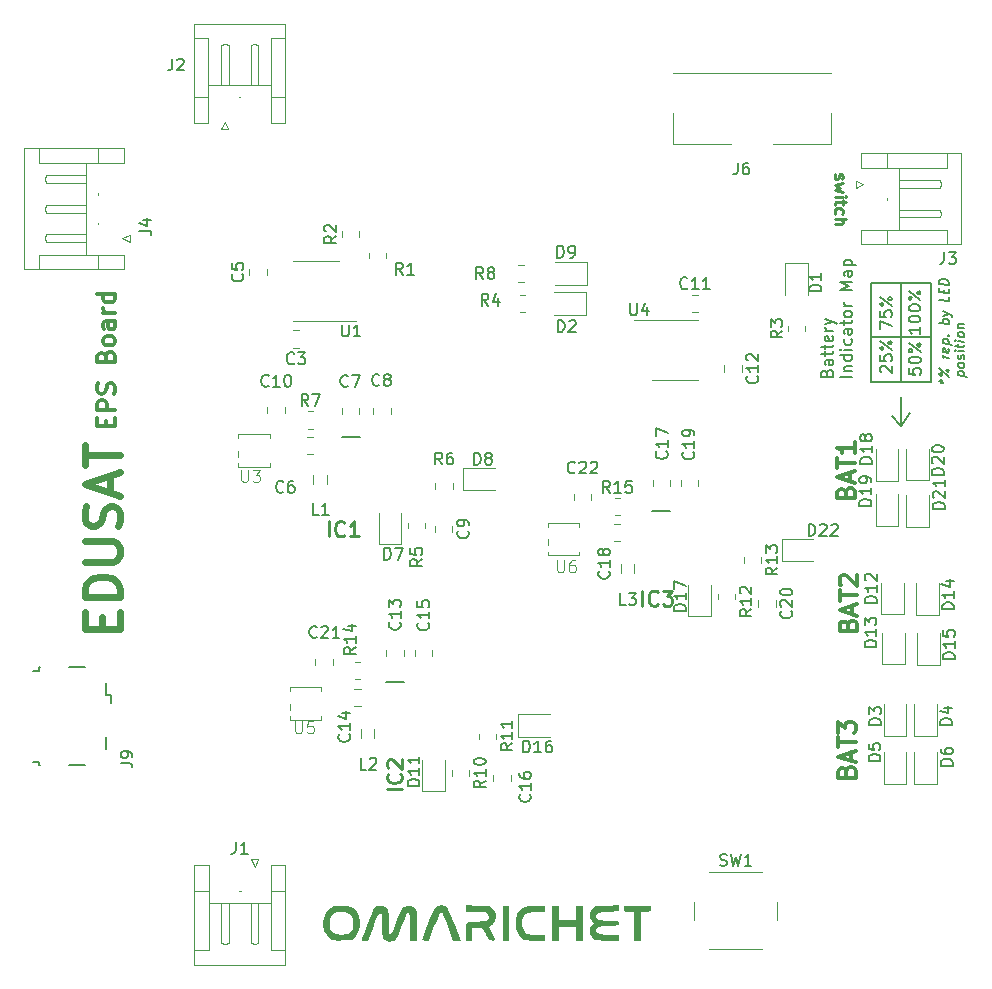
<source format=gbr>
%TF.GenerationSoftware,KiCad,Pcbnew,7.0.8-7.0.8~ubuntu22.04.1*%
%TF.CreationDate,2023-10-06T08:49:59+03:00*%
%TF.ProjectId,Omarich EPS stack V1.5,4f6d6172-6963-4682-9045-505320737461,rev?*%
%TF.SameCoordinates,Original*%
%TF.FileFunction,Legend,Top*%
%TF.FilePolarity,Positive*%
%FSLAX46Y46*%
G04 Gerber Fmt 4.6, Leading zero omitted, Abs format (unit mm)*
G04 Created by KiCad (PCBNEW 7.0.8-7.0.8~ubuntu22.04.1) date 2023-10-06 08:49:59*
%MOMM*%
%LPD*%
G01*
G04 APERTURE LIST*
%ADD10C,0.150000*%
%ADD11C,0.250000*%
%ADD12C,0.300000*%
%ADD13C,0.600000*%
%ADD14C,0.200000*%
%ADD15C,0.254000*%
%ADD16C,0.100000*%
%ADD17C,0.120000*%
G04 APERTURE END LIST*
D10*
X201310000Y-92600000D02*
X206390000Y-92600000D01*
X206390000Y-100980000D01*
X201310000Y-100980000D01*
X201310000Y-92600000D01*
X201310000Y-97170000D02*
X206390000Y-97170000D01*
X203840000Y-104730000D02*
X204610000Y-103650000D01*
X203810000Y-102240000D02*
X203840000Y-104730000D01*
X203850000Y-92600000D02*
X203850000Y-100980000D01*
X203840000Y-104730000D02*
X203070000Y-103830000D01*
D11*
X198243000Y-83384949D02*
X198195380Y-83480187D01*
X198195380Y-83480187D02*
X198195380Y-83670663D01*
X198195380Y-83670663D02*
X198243000Y-83765901D01*
X198243000Y-83765901D02*
X198338238Y-83813520D01*
X198338238Y-83813520D02*
X198385857Y-83813520D01*
X198385857Y-83813520D02*
X198481095Y-83765901D01*
X198481095Y-83765901D02*
X198528714Y-83670663D01*
X198528714Y-83670663D02*
X198528714Y-83527806D01*
X198528714Y-83527806D02*
X198576333Y-83432568D01*
X198576333Y-83432568D02*
X198671571Y-83384949D01*
X198671571Y-83384949D02*
X198719190Y-83384949D01*
X198719190Y-83384949D02*
X198814428Y-83432568D01*
X198814428Y-83432568D02*
X198862047Y-83527806D01*
X198862047Y-83527806D02*
X198862047Y-83670663D01*
X198862047Y-83670663D02*
X198814428Y-83765901D01*
X198862047Y-84146854D02*
X198195380Y-84337330D01*
X198195380Y-84337330D02*
X198671571Y-84527806D01*
X198671571Y-84527806D02*
X198195380Y-84718282D01*
X198195380Y-84718282D02*
X198862047Y-84908758D01*
X198195380Y-85289711D02*
X198862047Y-85289711D01*
X199195380Y-85289711D02*
X199147761Y-85242092D01*
X199147761Y-85242092D02*
X199100142Y-85289711D01*
X199100142Y-85289711D02*
X199147761Y-85337330D01*
X199147761Y-85337330D02*
X199195380Y-85289711D01*
X199195380Y-85289711D02*
X199100142Y-85289711D01*
X198862047Y-85623044D02*
X198862047Y-86003996D01*
X199195380Y-85765901D02*
X198338238Y-85765901D01*
X198338238Y-85765901D02*
X198243000Y-85813520D01*
X198243000Y-85813520D02*
X198195380Y-85908758D01*
X198195380Y-85908758D02*
X198195380Y-86003996D01*
X198243000Y-86765901D02*
X198195380Y-86670663D01*
X198195380Y-86670663D02*
X198195380Y-86480187D01*
X198195380Y-86480187D02*
X198243000Y-86384949D01*
X198243000Y-86384949D02*
X198290619Y-86337330D01*
X198290619Y-86337330D02*
X198385857Y-86289711D01*
X198385857Y-86289711D02*
X198671571Y-86289711D01*
X198671571Y-86289711D02*
X198766809Y-86337330D01*
X198766809Y-86337330D02*
X198814428Y-86384949D01*
X198814428Y-86384949D02*
X198862047Y-86480187D01*
X198862047Y-86480187D02*
X198862047Y-86670663D01*
X198862047Y-86670663D02*
X198814428Y-86765901D01*
X198195380Y-87194473D02*
X199195380Y-87194473D01*
X198195380Y-87623044D02*
X198719190Y-87623044D01*
X198719190Y-87623044D02*
X198814428Y-87575425D01*
X198814428Y-87575425D02*
X198862047Y-87480187D01*
X198862047Y-87480187D02*
X198862047Y-87337330D01*
X198862047Y-87337330D02*
X198814428Y-87242092D01*
X198814428Y-87242092D02*
X198766809Y-87194473D01*
D10*
X207066295Y-100891316D02*
X207256771Y-100915125D01*
X207180580Y-101096077D02*
X207256771Y-100915125D01*
X207256771Y-100915125D02*
X207180580Y-100715125D01*
X207409152Y-101048458D02*
X207256771Y-100915125D01*
X207256771Y-100915125D02*
X207409152Y-100819887D01*
X207866295Y-100534172D02*
X207066295Y-99824649D01*
X207066295Y-100319887D02*
X207104390Y-100248458D01*
X207104390Y-100248458D02*
X207180580Y-100219887D01*
X207180580Y-100219887D02*
X207256771Y-100267506D01*
X207256771Y-100267506D02*
X207294866Y-100348458D01*
X207294866Y-100348458D02*
X207256771Y-100419887D01*
X207256771Y-100419887D02*
X207180580Y-100448458D01*
X207180580Y-100448458D02*
X207104390Y-100400839D01*
X207104390Y-100400839D02*
X207066295Y-100319887D01*
X207828200Y-99957982D02*
X207752009Y-99910363D01*
X207752009Y-99910363D02*
X207675819Y-99938934D01*
X207675819Y-99938934D02*
X207637723Y-100010363D01*
X207637723Y-100010363D02*
X207675819Y-100091315D01*
X207675819Y-100091315D02*
X207752009Y-100138934D01*
X207752009Y-100138934D02*
X207828200Y-100110363D01*
X207828200Y-100110363D02*
X207866295Y-100038934D01*
X207866295Y-100038934D02*
X207828200Y-99957982D01*
X207866295Y-98972267D02*
X207332961Y-98905601D01*
X207485342Y-98924648D02*
X207409152Y-98877029D01*
X207409152Y-98877029D02*
X207371057Y-98834172D01*
X207371057Y-98834172D02*
X207332961Y-98753220D01*
X207332961Y-98753220D02*
X207332961Y-98677029D01*
X207828200Y-98167505D02*
X207866295Y-98248458D01*
X207866295Y-98248458D02*
X207866295Y-98400839D01*
X207866295Y-98400839D02*
X207828200Y-98472267D01*
X207828200Y-98472267D02*
X207752009Y-98500839D01*
X207752009Y-98500839D02*
X207447247Y-98462744D01*
X207447247Y-98462744D02*
X207371057Y-98415124D01*
X207371057Y-98415124D02*
X207332961Y-98334172D01*
X207332961Y-98334172D02*
X207332961Y-98181791D01*
X207332961Y-98181791D02*
X207371057Y-98110363D01*
X207371057Y-98110363D02*
X207447247Y-98081791D01*
X207447247Y-98081791D02*
X207523438Y-98091315D01*
X207523438Y-98091315D02*
X207599628Y-98481791D01*
X207332961Y-97724649D02*
X208132961Y-97824649D01*
X207371057Y-97729410D02*
X207332961Y-97648458D01*
X207332961Y-97648458D02*
X207332961Y-97496077D01*
X207332961Y-97496077D02*
X207371057Y-97424649D01*
X207371057Y-97424649D02*
X207409152Y-97391315D01*
X207409152Y-97391315D02*
X207485342Y-97362744D01*
X207485342Y-97362744D02*
X207713914Y-97391315D01*
X207713914Y-97391315D02*
X207790104Y-97438934D01*
X207790104Y-97438934D02*
X207828200Y-97481791D01*
X207828200Y-97481791D02*
X207866295Y-97562744D01*
X207866295Y-97562744D02*
X207866295Y-97715125D01*
X207866295Y-97715125D02*
X207828200Y-97786553D01*
X207790104Y-97057981D02*
X207828200Y-97024648D01*
X207828200Y-97024648D02*
X207866295Y-97067505D01*
X207866295Y-97067505D02*
X207828200Y-97100839D01*
X207828200Y-97100839D02*
X207790104Y-97057981D01*
X207790104Y-97057981D02*
X207866295Y-97067505D01*
X207866295Y-96077029D02*
X207066295Y-95977029D01*
X207371057Y-96015124D02*
X207332961Y-95934172D01*
X207332961Y-95934172D02*
X207332961Y-95781791D01*
X207332961Y-95781791D02*
X207371057Y-95710363D01*
X207371057Y-95710363D02*
X207409152Y-95677029D01*
X207409152Y-95677029D02*
X207485342Y-95648458D01*
X207485342Y-95648458D02*
X207713914Y-95677029D01*
X207713914Y-95677029D02*
X207790104Y-95724648D01*
X207790104Y-95724648D02*
X207828200Y-95767505D01*
X207828200Y-95767505D02*
X207866295Y-95848458D01*
X207866295Y-95848458D02*
X207866295Y-96000839D01*
X207866295Y-96000839D02*
X207828200Y-96072267D01*
X207332961Y-95362743D02*
X207866295Y-95238934D01*
X207332961Y-94981791D02*
X207866295Y-95238934D01*
X207866295Y-95238934D02*
X208056771Y-95338934D01*
X208056771Y-95338934D02*
X208094866Y-95381791D01*
X208094866Y-95381791D02*
X208132961Y-95462743D01*
X207866295Y-93753219D02*
X207866295Y-94134171D01*
X207866295Y-94134171D02*
X207066295Y-94034171D01*
X207447247Y-93434171D02*
X207447247Y-93167505D01*
X207866295Y-93105600D02*
X207866295Y-93486552D01*
X207866295Y-93486552D02*
X207066295Y-93386552D01*
X207066295Y-93386552D02*
X207066295Y-93005600D01*
X207866295Y-92762742D02*
X207066295Y-92662742D01*
X207066295Y-92662742D02*
X207066295Y-92472266D01*
X207066295Y-92472266D02*
X207104390Y-92362742D01*
X207104390Y-92362742D02*
X207180580Y-92296076D01*
X207180580Y-92296076D02*
X207256771Y-92267504D01*
X207256771Y-92267504D02*
X207409152Y-92248457D01*
X207409152Y-92248457D02*
X207523438Y-92262742D01*
X207523438Y-92262742D02*
X207675819Y-92319885D01*
X207675819Y-92319885D02*
X207752009Y-92367504D01*
X207752009Y-92367504D02*
X207828200Y-92453218D01*
X207828200Y-92453218D02*
X207866295Y-92572266D01*
X207866295Y-92572266D02*
X207866295Y-92762742D01*
X208620961Y-100429411D02*
X209420961Y-100529411D01*
X208659057Y-100434172D02*
X208620961Y-100353220D01*
X208620961Y-100353220D02*
X208620961Y-100200839D01*
X208620961Y-100200839D02*
X208659057Y-100129411D01*
X208659057Y-100129411D02*
X208697152Y-100096077D01*
X208697152Y-100096077D02*
X208773342Y-100067506D01*
X208773342Y-100067506D02*
X209001914Y-100096077D01*
X209001914Y-100096077D02*
X209078104Y-100143696D01*
X209078104Y-100143696D02*
X209116200Y-100186553D01*
X209116200Y-100186553D02*
X209154295Y-100267506D01*
X209154295Y-100267506D02*
X209154295Y-100419887D01*
X209154295Y-100419887D02*
X209116200Y-100491315D01*
X209154295Y-99657982D02*
X209116200Y-99729410D01*
X209116200Y-99729410D02*
X209078104Y-99762743D01*
X209078104Y-99762743D02*
X209001914Y-99791315D01*
X209001914Y-99791315D02*
X208773342Y-99762743D01*
X208773342Y-99762743D02*
X208697152Y-99715124D01*
X208697152Y-99715124D02*
X208659057Y-99672267D01*
X208659057Y-99672267D02*
X208620961Y-99591315D01*
X208620961Y-99591315D02*
X208620961Y-99477029D01*
X208620961Y-99477029D02*
X208659057Y-99405601D01*
X208659057Y-99405601D02*
X208697152Y-99372267D01*
X208697152Y-99372267D02*
X208773342Y-99343696D01*
X208773342Y-99343696D02*
X209001914Y-99372267D01*
X209001914Y-99372267D02*
X209078104Y-99419886D01*
X209078104Y-99419886D02*
X209116200Y-99462743D01*
X209116200Y-99462743D02*
X209154295Y-99543696D01*
X209154295Y-99543696D02*
X209154295Y-99657982D01*
X209116200Y-99081791D02*
X209154295Y-99010362D01*
X209154295Y-99010362D02*
X209154295Y-98857981D01*
X209154295Y-98857981D02*
X209116200Y-98777029D01*
X209116200Y-98777029D02*
X209040009Y-98729410D01*
X209040009Y-98729410D02*
X209001914Y-98724648D01*
X209001914Y-98724648D02*
X208925723Y-98753219D01*
X208925723Y-98753219D02*
X208887628Y-98824648D01*
X208887628Y-98824648D02*
X208887628Y-98938933D01*
X208887628Y-98938933D02*
X208849533Y-99010362D01*
X208849533Y-99010362D02*
X208773342Y-99038933D01*
X208773342Y-99038933D02*
X208735247Y-99034172D01*
X208735247Y-99034172D02*
X208659057Y-98986552D01*
X208659057Y-98986552D02*
X208620961Y-98905600D01*
X208620961Y-98905600D02*
X208620961Y-98791314D01*
X208620961Y-98791314D02*
X208659057Y-98719886D01*
X209154295Y-98400838D02*
X208620961Y-98334172D01*
X208354295Y-98300838D02*
X208392390Y-98343695D01*
X208392390Y-98343695D02*
X208430485Y-98310362D01*
X208430485Y-98310362D02*
X208392390Y-98267505D01*
X208392390Y-98267505D02*
X208354295Y-98300838D01*
X208354295Y-98300838D02*
X208430485Y-98310362D01*
X208620961Y-98067505D02*
X208620961Y-97762743D01*
X208354295Y-97919886D02*
X209040009Y-98005601D01*
X209040009Y-98005601D02*
X209116200Y-97977029D01*
X209116200Y-97977029D02*
X209154295Y-97905601D01*
X209154295Y-97905601D02*
X209154295Y-97829410D01*
X209154295Y-97562743D02*
X208620961Y-97496077D01*
X208354295Y-97462743D02*
X208392390Y-97505600D01*
X208392390Y-97505600D02*
X208430485Y-97472267D01*
X208430485Y-97472267D02*
X208392390Y-97429410D01*
X208392390Y-97429410D02*
X208354295Y-97462743D01*
X208354295Y-97462743D02*
X208430485Y-97472267D01*
X209154295Y-97067506D02*
X209116200Y-97138934D01*
X209116200Y-97138934D02*
X209078104Y-97172267D01*
X209078104Y-97172267D02*
X209001914Y-97200839D01*
X209001914Y-97200839D02*
X208773342Y-97172267D01*
X208773342Y-97172267D02*
X208697152Y-97124648D01*
X208697152Y-97124648D02*
X208659057Y-97081791D01*
X208659057Y-97081791D02*
X208620961Y-97000839D01*
X208620961Y-97000839D02*
X208620961Y-96886553D01*
X208620961Y-96886553D02*
X208659057Y-96815125D01*
X208659057Y-96815125D02*
X208697152Y-96781791D01*
X208697152Y-96781791D02*
X208773342Y-96753220D01*
X208773342Y-96753220D02*
X209001914Y-96781791D01*
X209001914Y-96781791D02*
X209078104Y-96829410D01*
X209078104Y-96829410D02*
X209116200Y-96872267D01*
X209116200Y-96872267D02*
X209154295Y-96953220D01*
X209154295Y-96953220D02*
X209154295Y-97067506D01*
X208620961Y-96391315D02*
X209154295Y-96457981D01*
X208697152Y-96400838D02*
X208659057Y-96357981D01*
X208659057Y-96357981D02*
X208620961Y-96277029D01*
X208620961Y-96277029D02*
X208620961Y-96162743D01*
X208620961Y-96162743D02*
X208659057Y-96091315D01*
X208659057Y-96091315D02*
X208735247Y-96062743D01*
X208735247Y-96062743D02*
X209154295Y-96115124D01*
D12*
X136475114Y-104755489D02*
X136475114Y-104255489D01*
X137260828Y-104041203D02*
X137260828Y-104755489D01*
X137260828Y-104755489D02*
X135760828Y-104755489D01*
X135760828Y-104755489D02*
X135760828Y-104041203D01*
X137260828Y-103398346D02*
X135760828Y-103398346D01*
X135760828Y-103398346D02*
X135760828Y-102826917D01*
X135760828Y-102826917D02*
X135832257Y-102684060D01*
X135832257Y-102684060D02*
X135903685Y-102612631D01*
X135903685Y-102612631D02*
X136046542Y-102541203D01*
X136046542Y-102541203D02*
X136260828Y-102541203D01*
X136260828Y-102541203D02*
X136403685Y-102612631D01*
X136403685Y-102612631D02*
X136475114Y-102684060D01*
X136475114Y-102684060D02*
X136546542Y-102826917D01*
X136546542Y-102826917D02*
X136546542Y-103398346D01*
X137189400Y-101969774D02*
X137260828Y-101755489D01*
X137260828Y-101755489D02*
X137260828Y-101398346D01*
X137260828Y-101398346D02*
X137189400Y-101255489D01*
X137189400Y-101255489D02*
X137117971Y-101184060D01*
X137117971Y-101184060D02*
X136975114Y-101112631D01*
X136975114Y-101112631D02*
X136832257Y-101112631D01*
X136832257Y-101112631D02*
X136689400Y-101184060D01*
X136689400Y-101184060D02*
X136617971Y-101255489D01*
X136617971Y-101255489D02*
X136546542Y-101398346D01*
X136546542Y-101398346D02*
X136475114Y-101684060D01*
X136475114Y-101684060D02*
X136403685Y-101826917D01*
X136403685Y-101826917D02*
X136332257Y-101898346D01*
X136332257Y-101898346D02*
X136189400Y-101969774D01*
X136189400Y-101969774D02*
X136046542Y-101969774D01*
X136046542Y-101969774D02*
X135903685Y-101898346D01*
X135903685Y-101898346D02*
X135832257Y-101826917D01*
X135832257Y-101826917D02*
X135760828Y-101684060D01*
X135760828Y-101684060D02*
X135760828Y-101326917D01*
X135760828Y-101326917D02*
X135832257Y-101112631D01*
X136475114Y-98826918D02*
X136546542Y-98612632D01*
X136546542Y-98612632D02*
X136617971Y-98541203D01*
X136617971Y-98541203D02*
X136760828Y-98469775D01*
X136760828Y-98469775D02*
X136975114Y-98469775D01*
X136975114Y-98469775D02*
X137117971Y-98541203D01*
X137117971Y-98541203D02*
X137189400Y-98612632D01*
X137189400Y-98612632D02*
X137260828Y-98755489D01*
X137260828Y-98755489D02*
X137260828Y-99326918D01*
X137260828Y-99326918D02*
X135760828Y-99326918D01*
X135760828Y-99326918D02*
X135760828Y-98826918D01*
X135760828Y-98826918D02*
X135832257Y-98684061D01*
X135832257Y-98684061D02*
X135903685Y-98612632D01*
X135903685Y-98612632D02*
X136046542Y-98541203D01*
X136046542Y-98541203D02*
X136189400Y-98541203D01*
X136189400Y-98541203D02*
X136332257Y-98612632D01*
X136332257Y-98612632D02*
X136403685Y-98684061D01*
X136403685Y-98684061D02*
X136475114Y-98826918D01*
X136475114Y-98826918D02*
X136475114Y-99326918D01*
X137260828Y-97612632D02*
X137189400Y-97755489D01*
X137189400Y-97755489D02*
X137117971Y-97826918D01*
X137117971Y-97826918D02*
X136975114Y-97898346D01*
X136975114Y-97898346D02*
X136546542Y-97898346D01*
X136546542Y-97898346D02*
X136403685Y-97826918D01*
X136403685Y-97826918D02*
X136332257Y-97755489D01*
X136332257Y-97755489D02*
X136260828Y-97612632D01*
X136260828Y-97612632D02*
X136260828Y-97398346D01*
X136260828Y-97398346D02*
X136332257Y-97255489D01*
X136332257Y-97255489D02*
X136403685Y-97184061D01*
X136403685Y-97184061D02*
X136546542Y-97112632D01*
X136546542Y-97112632D02*
X136975114Y-97112632D01*
X136975114Y-97112632D02*
X137117971Y-97184061D01*
X137117971Y-97184061D02*
X137189400Y-97255489D01*
X137189400Y-97255489D02*
X137260828Y-97398346D01*
X137260828Y-97398346D02*
X137260828Y-97612632D01*
X137260828Y-95826918D02*
X136475114Y-95826918D01*
X136475114Y-95826918D02*
X136332257Y-95898346D01*
X136332257Y-95898346D02*
X136260828Y-96041203D01*
X136260828Y-96041203D02*
X136260828Y-96326918D01*
X136260828Y-96326918D02*
X136332257Y-96469775D01*
X137189400Y-95826918D02*
X137260828Y-95969775D01*
X137260828Y-95969775D02*
X137260828Y-96326918D01*
X137260828Y-96326918D02*
X137189400Y-96469775D01*
X137189400Y-96469775D02*
X137046542Y-96541203D01*
X137046542Y-96541203D02*
X136903685Y-96541203D01*
X136903685Y-96541203D02*
X136760828Y-96469775D01*
X136760828Y-96469775D02*
X136689400Y-96326918D01*
X136689400Y-96326918D02*
X136689400Y-95969775D01*
X136689400Y-95969775D02*
X136617971Y-95826918D01*
X137260828Y-95112632D02*
X136260828Y-95112632D01*
X136546542Y-95112632D02*
X136403685Y-95041203D01*
X136403685Y-95041203D02*
X136332257Y-94969775D01*
X136332257Y-94969775D02*
X136260828Y-94826917D01*
X136260828Y-94826917D02*
X136260828Y-94684060D01*
X137260828Y-93541204D02*
X135760828Y-93541204D01*
X137189400Y-93541204D02*
X137260828Y-93684061D01*
X137260828Y-93684061D02*
X137260828Y-93969775D01*
X137260828Y-93969775D02*
X137189400Y-94112632D01*
X137189400Y-94112632D02*
X137117971Y-94184061D01*
X137117971Y-94184061D02*
X136975114Y-94255489D01*
X136975114Y-94255489D02*
X136546542Y-94255489D01*
X136546542Y-94255489D02*
X136403685Y-94184061D01*
X136403685Y-94184061D02*
X136332257Y-94112632D01*
X136332257Y-94112632D02*
X136260828Y-93969775D01*
X136260828Y-93969775D02*
X136260828Y-93684061D01*
X136260828Y-93684061D02*
X136332257Y-93541204D01*
X199145114Y-110325489D02*
X199216542Y-110111203D01*
X199216542Y-110111203D02*
X199287971Y-110039774D01*
X199287971Y-110039774D02*
X199430828Y-109968346D01*
X199430828Y-109968346D02*
X199645114Y-109968346D01*
X199645114Y-109968346D02*
X199787971Y-110039774D01*
X199787971Y-110039774D02*
X199859400Y-110111203D01*
X199859400Y-110111203D02*
X199930828Y-110254060D01*
X199930828Y-110254060D02*
X199930828Y-110825489D01*
X199930828Y-110825489D02*
X198430828Y-110825489D01*
X198430828Y-110825489D02*
X198430828Y-110325489D01*
X198430828Y-110325489D02*
X198502257Y-110182632D01*
X198502257Y-110182632D02*
X198573685Y-110111203D01*
X198573685Y-110111203D02*
X198716542Y-110039774D01*
X198716542Y-110039774D02*
X198859400Y-110039774D01*
X198859400Y-110039774D02*
X199002257Y-110111203D01*
X199002257Y-110111203D02*
X199073685Y-110182632D01*
X199073685Y-110182632D02*
X199145114Y-110325489D01*
X199145114Y-110325489D02*
X199145114Y-110825489D01*
X199502257Y-109396917D02*
X199502257Y-108682632D01*
X199930828Y-109539774D02*
X198430828Y-109039774D01*
X198430828Y-109039774D02*
X199930828Y-108539774D01*
X198430828Y-108254060D02*
X198430828Y-107396918D01*
X199930828Y-107825489D02*
X198430828Y-107825489D01*
X199930828Y-106111203D02*
X199930828Y-106968346D01*
X199930828Y-106539775D02*
X198430828Y-106539775D01*
X198430828Y-106539775D02*
X198645114Y-106682632D01*
X198645114Y-106682632D02*
X198787971Y-106825489D01*
X198787971Y-106825489D02*
X198859400Y-106968346D01*
D13*
X136130228Y-121910978D02*
X136130228Y-120910978D01*
X137701657Y-120482406D02*
X137701657Y-121910978D01*
X137701657Y-121910978D02*
X134701657Y-121910978D01*
X134701657Y-121910978D02*
X134701657Y-120482406D01*
X137701657Y-119196692D02*
X134701657Y-119196692D01*
X134701657Y-119196692D02*
X134701657Y-118482406D01*
X134701657Y-118482406D02*
X134844514Y-118053835D01*
X134844514Y-118053835D02*
X135130228Y-117768120D01*
X135130228Y-117768120D02*
X135415942Y-117625263D01*
X135415942Y-117625263D02*
X135987371Y-117482406D01*
X135987371Y-117482406D02*
X136415942Y-117482406D01*
X136415942Y-117482406D02*
X136987371Y-117625263D01*
X136987371Y-117625263D02*
X137273085Y-117768120D01*
X137273085Y-117768120D02*
X137558800Y-118053835D01*
X137558800Y-118053835D02*
X137701657Y-118482406D01*
X137701657Y-118482406D02*
X137701657Y-119196692D01*
X134701657Y-116196692D02*
X137130228Y-116196692D01*
X137130228Y-116196692D02*
X137415942Y-116053835D01*
X137415942Y-116053835D02*
X137558800Y-115910978D01*
X137558800Y-115910978D02*
X137701657Y-115625263D01*
X137701657Y-115625263D02*
X137701657Y-115053835D01*
X137701657Y-115053835D02*
X137558800Y-114768120D01*
X137558800Y-114768120D02*
X137415942Y-114625263D01*
X137415942Y-114625263D02*
X137130228Y-114482406D01*
X137130228Y-114482406D02*
X134701657Y-114482406D01*
X137558800Y-113196692D02*
X137701657Y-112768121D01*
X137701657Y-112768121D02*
X137701657Y-112053835D01*
X137701657Y-112053835D02*
X137558800Y-111768121D01*
X137558800Y-111768121D02*
X137415942Y-111625263D01*
X137415942Y-111625263D02*
X137130228Y-111482406D01*
X137130228Y-111482406D02*
X136844514Y-111482406D01*
X136844514Y-111482406D02*
X136558800Y-111625263D01*
X136558800Y-111625263D02*
X136415942Y-111768121D01*
X136415942Y-111768121D02*
X136273085Y-112053835D01*
X136273085Y-112053835D02*
X136130228Y-112625263D01*
X136130228Y-112625263D02*
X135987371Y-112910978D01*
X135987371Y-112910978D02*
X135844514Y-113053835D01*
X135844514Y-113053835D02*
X135558800Y-113196692D01*
X135558800Y-113196692D02*
X135273085Y-113196692D01*
X135273085Y-113196692D02*
X134987371Y-113053835D01*
X134987371Y-113053835D02*
X134844514Y-112910978D01*
X134844514Y-112910978D02*
X134701657Y-112625263D01*
X134701657Y-112625263D02*
X134701657Y-111910978D01*
X134701657Y-111910978D02*
X134844514Y-111482406D01*
X136844514Y-110339549D02*
X136844514Y-108910978D01*
X137701657Y-110625263D02*
X134701657Y-109625263D01*
X134701657Y-109625263D02*
X137701657Y-108625263D01*
X134701657Y-108053834D02*
X134701657Y-106339549D01*
X137701657Y-107196691D02*
X134701657Y-107196691D01*
D10*
X205449819Y-96329411D02*
X205449819Y-96900839D01*
X205449819Y-96615125D02*
X204449819Y-96615125D01*
X204449819Y-96615125D02*
X204592676Y-96710363D01*
X204592676Y-96710363D02*
X204687914Y-96805601D01*
X204687914Y-96805601D02*
X204735533Y-96900839D01*
X204449819Y-95710363D02*
X204449819Y-95615125D01*
X204449819Y-95615125D02*
X204497438Y-95519887D01*
X204497438Y-95519887D02*
X204545057Y-95472268D01*
X204545057Y-95472268D02*
X204640295Y-95424649D01*
X204640295Y-95424649D02*
X204830771Y-95377030D01*
X204830771Y-95377030D02*
X205068866Y-95377030D01*
X205068866Y-95377030D02*
X205259342Y-95424649D01*
X205259342Y-95424649D02*
X205354580Y-95472268D01*
X205354580Y-95472268D02*
X205402200Y-95519887D01*
X205402200Y-95519887D02*
X205449819Y-95615125D01*
X205449819Y-95615125D02*
X205449819Y-95710363D01*
X205449819Y-95710363D02*
X205402200Y-95805601D01*
X205402200Y-95805601D02*
X205354580Y-95853220D01*
X205354580Y-95853220D02*
X205259342Y-95900839D01*
X205259342Y-95900839D02*
X205068866Y-95948458D01*
X205068866Y-95948458D02*
X204830771Y-95948458D01*
X204830771Y-95948458D02*
X204640295Y-95900839D01*
X204640295Y-95900839D02*
X204545057Y-95853220D01*
X204545057Y-95853220D02*
X204497438Y-95805601D01*
X204497438Y-95805601D02*
X204449819Y-95710363D01*
X204449819Y-94757982D02*
X204449819Y-94662744D01*
X204449819Y-94662744D02*
X204497438Y-94567506D01*
X204497438Y-94567506D02*
X204545057Y-94519887D01*
X204545057Y-94519887D02*
X204640295Y-94472268D01*
X204640295Y-94472268D02*
X204830771Y-94424649D01*
X204830771Y-94424649D02*
X205068866Y-94424649D01*
X205068866Y-94424649D02*
X205259342Y-94472268D01*
X205259342Y-94472268D02*
X205354580Y-94519887D01*
X205354580Y-94519887D02*
X205402200Y-94567506D01*
X205402200Y-94567506D02*
X205449819Y-94662744D01*
X205449819Y-94662744D02*
X205449819Y-94757982D01*
X205449819Y-94757982D02*
X205402200Y-94853220D01*
X205402200Y-94853220D02*
X205354580Y-94900839D01*
X205354580Y-94900839D02*
X205259342Y-94948458D01*
X205259342Y-94948458D02*
X205068866Y-94996077D01*
X205068866Y-94996077D02*
X204830771Y-94996077D01*
X204830771Y-94996077D02*
X204640295Y-94948458D01*
X204640295Y-94948458D02*
X204545057Y-94900839D01*
X204545057Y-94900839D02*
X204497438Y-94853220D01*
X204497438Y-94853220D02*
X204449819Y-94757982D01*
X205449819Y-94043696D02*
X204449819Y-93281792D01*
X204449819Y-93900839D02*
X204497438Y-93805601D01*
X204497438Y-93805601D02*
X204592676Y-93757982D01*
X204592676Y-93757982D02*
X204687914Y-93805601D01*
X204687914Y-93805601D02*
X204735533Y-93900839D01*
X204735533Y-93900839D02*
X204687914Y-93996077D01*
X204687914Y-93996077D02*
X204592676Y-94043696D01*
X204592676Y-94043696D02*
X204497438Y-93996077D01*
X204497438Y-93996077D02*
X204449819Y-93900839D01*
X205402200Y-93329411D02*
X205306961Y-93281792D01*
X205306961Y-93281792D02*
X205211723Y-93329411D01*
X205211723Y-93329411D02*
X205164104Y-93424649D01*
X205164104Y-93424649D02*
X205211723Y-93519887D01*
X205211723Y-93519887D02*
X205306961Y-93567506D01*
X205306961Y-93567506D02*
X205402200Y-93519887D01*
X205402200Y-93519887D02*
X205449819Y-93424649D01*
X205449819Y-93424649D02*
X205402200Y-93329411D01*
X202125057Y-100180839D02*
X202077438Y-100133220D01*
X202077438Y-100133220D02*
X202029819Y-100037982D01*
X202029819Y-100037982D02*
X202029819Y-99799887D01*
X202029819Y-99799887D02*
X202077438Y-99704649D01*
X202077438Y-99704649D02*
X202125057Y-99657030D01*
X202125057Y-99657030D02*
X202220295Y-99609411D01*
X202220295Y-99609411D02*
X202315533Y-99609411D01*
X202315533Y-99609411D02*
X202458390Y-99657030D01*
X202458390Y-99657030D02*
X203029819Y-100228458D01*
X203029819Y-100228458D02*
X203029819Y-99609411D01*
X202029819Y-98704649D02*
X202029819Y-99180839D01*
X202029819Y-99180839D02*
X202506009Y-99228458D01*
X202506009Y-99228458D02*
X202458390Y-99180839D01*
X202458390Y-99180839D02*
X202410771Y-99085601D01*
X202410771Y-99085601D02*
X202410771Y-98847506D01*
X202410771Y-98847506D02*
X202458390Y-98752268D01*
X202458390Y-98752268D02*
X202506009Y-98704649D01*
X202506009Y-98704649D02*
X202601247Y-98657030D01*
X202601247Y-98657030D02*
X202839342Y-98657030D01*
X202839342Y-98657030D02*
X202934580Y-98704649D01*
X202934580Y-98704649D02*
X202982200Y-98752268D01*
X202982200Y-98752268D02*
X203029819Y-98847506D01*
X203029819Y-98847506D02*
X203029819Y-99085601D01*
X203029819Y-99085601D02*
X202982200Y-99180839D01*
X202982200Y-99180839D02*
X202934580Y-99228458D01*
X203029819Y-98276077D02*
X202029819Y-97514173D01*
X202029819Y-98133220D02*
X202077438Y-98037982D01*
X202077438Y-98037982D02*
X202172676Y-97990363D01*
X202172676Y-97990363D02*
X202267914Y-98037982D01*
X202267914Y-98037982D02*
X202315533Y-98133220D01*
X202315533Y-98133220D02*
X202267914Y-98228458D01*
X202267914Y-98228458D02*
X202172676Y-98276077D01*
X202172676Y-98276077D02*
X202077438Y-98228458D01*
X202077438Y-98228458D02*
X202029819Y-98133220D01*
X202982200Y-97561792D02*
X202886961Y-97514173D01*
X202886961Y-97514173D02*
X202791723Y-97561792D01*
X202791723Y-97561792D02*
X202744104Y-97657030D01*
X202744104Y-97657030D02*
X202791723Y-97752268D01*
X202791723Y-97752268D02*
X202886961Y-97799887D01*
X202886961Y-97799887D02*
X202982200Y-97752268D01*
X202982200Y-97752268D02*
X203029819Y-97657030D01*
X203029819Y-97657030D02*
X202982200Y-97561792D01*
X202029819Y-96498458D02*
X202029819Y-95831792D01*
X202029819Y-95831792D02*
X203029819Y-96260363D01*
X202029819Y-94974649D02*
X202029819Y-95450839D01*
X202029819Y-95450839D02*
X202506009Y-95498458D01*
X202506009Y-95498458D02*
X202458390Y-95450839D01*
X202458390Y-95450839D02*
X202410771Y-95355601D01*
X202410771Y-95355601D02*
X202410771Y-95117506D01*
X202410771Y-95117506D02*
X202458390Y-95022268D01*
X202458390Y-95022268D02*
X202506009Y-94974649D01*
X202506009Y-94974649D02*
X202601247Y-94927030D01*
X202601247Y-94927030D02*
X202839342Y-94927030D01*
X202839342Y-94927030D02*
X202934580Y-94974649D01*
X202934580Y-94974649D02*
X202982200Y-95022268D01*
X202982200Y-95022268D02*
X203029819Y-95117506D01*
X203029819Y-95117506D02*
X203029819Y-95355601D01*
X203029819Y-95355601D02*
X202982200Y-95450839D01*
X202982200Y-95450839D02*
X202934580Y-95498458D01*
X203029819Y-94546077D02*
X202029819Y-93784173D01*
X202029819Y-94403220D02*
X202077438Y-94307982D01*
X202077438Y-94307982D02*
X202172676Y-94260363D01*
X202172676Y-94260363D02*
X202267914Y-94307982D01*
X202267914Y-94307982D02*
X202315533Y-94403220D01*
X202315533Y-94403220D02*
X202267914Y-94498458D01*
X202267914Y-94498458D02*
X202172676Y-94546077D01*
X202172676Y-94546077D02*
X202077438Y-94498458D01*
X202077438Y-94498458D02*
X202029819Y-94403220D01*
X202982200Y-93831792D02*
X202886961Y-93784173D01*
X202886961Y-93784173D02*
X202791723Y-93831792D01*
X202791723Y-93831792D02*
X202744104Y-93927030D01*
X202744104Y-93927030D02*
X202791723Y-94022268D01*
X202791723Y-94022268D02*
X202886961Y-94069887D01*
X202886961Y-94069887D02*
X202982200Y-94022268D01*
X202982200Y-94022268D02*
X203029819Y-93927030D01*
X203029819Y-93927030D02*
X202982200Y-93831792D01*
X204479819Y-99847030D02*
X204479819Y-100323220D01*
X204479819Y-100323220D02*
X204956009Y-100370839D01*
X204956009Y-100370839D02*
X204908390Y-100323220D01*
X204908390Y-100323220D02*
X204860771Y-100227982D01*
X204860771Y-100227982D02*
X204860771Y-99989887D01*
X204860771Y-99989887D02*
X204908390Y-99894649D01*
X204908390Y-99894649D02*
X204956009Y-99847030D01*
X204956009Y-99847030D02*
X205051247Y-99799411D01*
X205051247Y-99799411D02*
X205289342Y-99799411D01*
X205289342Y-99799411D02*
X205384580Y-99847030D01*
X205384580Y-99847030D02*
X205432200Y-99894649D01*
X205432200Y-99894649D02*
X205479819Y-99989887D01*
X205479819Y-99989887D02*
X205479819Y-100227982D01*
X205479819Y-100227982D02*
X205432200Y-100323220D01*
X205432200Y-100323220D02*
X205384580Y-100370839D01*
X204479819Y-99180363D02*
X204479819Y-99085125D01*
X204479819Y-99085125D02*
X204527438Y-98989887D01*
X204527438Y-98989887D02*
X204575057Y-98942268D01*
X204575057Y-98942268D02*
X204670295Y-98894649D01*
X204670295Y-98894649D02*
X204860771Y-98847030D01*
X204860771Y-98847030D02*
X205098866Y-98847030D01*
X205098866Y-98847030D02*
X205289342Y-98894649D01*
X205289342Y-98894649D02*
X205384580Y-98942268D01*
X205384580Y-98942268D02*
X205432200Y-98989887D01*
X205432200Y-98989887D02*
X205479819Y-99085125D01*
X205479819Y-99085125D02*
X205479819Y-99180363D01*
X205479819Y-99180363D02*
X205432200Y-99275601D01*
X205432200Y-99275601D02*
X205384580Y-99323220D01*
X205384580Y-99323220D02*
X205289342Y-99370839D01*
X205289342Y-99370839D02*
X205098866Y-99418458D01*
X205098866Y-99418458D02*
X204860771Y-99418458D01*
X204860771Y-99418458D02*
X204670295Y-99370839D01*
X204670295Y-99370839D02*
X204575057Y-99323220D01*
X204575057Y-99323220D02*
X204527438Y-99275601D01*
X204527438Y-99275601D02*
X204479819Y-99180363D01*
X205479819Y-98466077D02*
X204479819Y-97704173D01*
X204479819Y-98323220D02*
X204527438Y-98227982D01*
X204527438Y-98227982D02*
X204622676Y-98180363D01*
X204622676Y-98180363D02*
X204717914Y-98227982D01*
X204717914Y-98227982D02*
X204765533Y-98323220D01*
X204765533Y-98323220D02*
X204717914Y-98418458D01*
X204717914Y-98418458D02*
X204622676Y-98466077D01*
X204622676Y-98466077D02*
X204527438Y-98418458D01*
X204527438Y-98418458D02*
X204479819Y-98323220D01*
X205432200Y-97751792D02*
X205336961Y-97704173D01*
X205336961Y-97704173D02*
X205241723Y-97751792D01*
X205241723Y-97751792D02*
X205194104Y-97847030D01*
X205194104Y-97847030D02*
X205241723Y-97942268D01*
X205241723Y-97942268D02*
X205336961Y-97989887D01*
X205336961Y-97989887D02*
X205432200Y-97942268D01*
X205432200Y-97942268D02*
X205479819Y-97847030D01*
X205479819Y-97847030D02*
X205432200Y-97751792D01*
D12*
X199325114Y-121565489D02*
X199396542Y-121351203D01*
X199396542Y-121351203D02*
X199467971Y-121279774D01*
X199467971Y-121279774D02*
X199610828Y-121208346D01*
X199610828Y-121208346D02*
X199825114Y-121208346D01*
X199825114Y-121208346D02*
X199967971Y-121279774D01*
X199967971Y-121279774D02*
X200039400Y-121351203D01*
X200039400Y-121351203D02*
X200110828Y-121494060D01*
X200110828Y-121494060D02*
X200110828Y-122065489D01*
X200110828Y-122065489D02*
X198610828Y-122065489D01*
X198610828Y-122065489D02*
X198610828Y-121565489D01*
X198610828Y-121565489D02*
X198682257Y-121422632D01*
X198682257Y-121422632D02*
X198753685Y-121351203D01*
X198753685Y-121351203D02*
X198896542Y-121279774D01*
X198896542Y-121279774D02*
X199039400Y-121279774D01*
X199039400Y-121279774D02*
X199182257Y-121351203D01*
X199182257Y-121351203D02*
X199253685Y-121422632D01*
X199253685Y-121422632D02*
X199325114Y-121565489D01*
X199325114Y-121565489D02*
X199325114Y-122065489D01*
X199682257Y-120636917D02*
X199682257Y-119922632D01*
X200110828Y-120779774D02*
X198610828Y-120279774D01*
X198610828Y-120279774D02*
X200110828Y-119779774D01*
X198610828Y-119494060D02*
X198610828Y-118636918D01*
X200110828Y-119065489D02*
X198610828Y-119065489D01*
X198753685Y-118208346D02*
X198682257Y-118136918D01*
X198682257Y-118136918D02*
X198610828Y-117994061D01*
X198610828Y-117994061D02*
X198610828Y-117636918D01*
X198610828Y-117636918D02*
X198682257Y-117494061D01*
X198682257Y-117494061D02*
X198753685Y-117422632D01*
X198753685Y-117422632D02*
X198896542Y-117351203D01*
X198896542Y-117351203D02*
X199039400Y-117351203D01*
X199039400Y-117351203D02*
X199253685Y-117422632D01*
X199253685Y-117422632D02*
X200110828Y-118279775D01*
X200110828Y-118279775D02*
X200110828Y-117351203D01*
D14*
X197533409Y-100206993D02*
X197581028Y-100064136D01*
X197581028Y-100064136D02*
X197628647Y-100016517D01*
X197628647Y-100016517D02*
X197723885Y-99968898D01*
X197723885Y-99968898D02*
X197866742Y-99968898D01*
X197866742Y-99968898D02*
X197961980Y-100016517D01*
X197961980Y-100016517D02*
X198009600Y-100064136D01*
X198009600Y-100064136D02*
X198057219Y-100159374D01*
X198057219Y-100159374D02*
X198057219Y-100540326D01*
X198057219Y-100540326D02*
X197057219Y-100540326D01*
X197057219Y-100540326D02*
X197057219Y-100206993D01*
X197057219Y-100206993D02*
X197104838Y-100111755D01*
X197104838Y-100111755D02*
X197152457Y-100064136D01*
X197152457Y-100064136D02*
X197247695Y-100016517D01*
X197247695Y-100016517D02*
X197342933Y-100016517D01*
X197342933Y-100016517D02*
X197438171Y-100064136D01*
X197438171Y-100064136D02*
X197485790Y-100111755D01*
X197485790Y-100111755D02*
X197533409Y-100206993D01*
X197533409Y-100206993D02*
X197533409Y-100540326D01*
X198057219Y-99111755D02*
X197533409Y-99111755D01*
X197533409Y-99111755D02*
X197438171Y-99159374D01*
X197438171Y-99159374D02*
X197390552Y-99254612D01*
X197390552Y-99254612D02*
X197390552Y-99445088D01*
X197390552Y-99445088D02*
X197438171Y-99540326D01*
X198009600Y-99111755D02*
X198057219Y-99206993D01*
X198057219Y-99206993D02*
X198057219Y-99445088D01*
X198057219Y-99445088D02*
X198009600Y-99540326D01*
X198009600Y-99540326D02*
X197914361Y-99587945D01*
X197914361Y-99587945D02*
X197819123Y-99587945D01*
X197819123Y-99587945D02*
X197723885Y-99540326D01*
X197723885Y-99540326D02*
X197676266Y-99445088D01*
X197676266Y-99445088D02*
X197676266Y-99206993D01*
X197676266Y-99206993D02*
X197628647Y-99111755D01*
X197390552Y-98778421D02*
X197390552Y-98397469D01*
X197057219Y-98635564D02*
X197914361Y-98635564D01*
X197914361Y-98635564D02*
X198009600Y-98587945D01*
X198009600Y-98587945D02*
X198057219Y-98492707D01*
X198057219Y-98492707D02*
X198057219Y-98397469D01*
X197390552Y-98206992D02*
X197390552Y-97826040D01*
X197057219Y-98064135D02*
X197914361Y-98064135D01*
X197914361Y-98064135D02*
X198009600Y-98016516D01*
X198009600Y-98016516D02*
X198057219Y-97921278D01*
X198057219Y-97921278D02*
X198057219Y-97826040D01*
X198009600Y-97111754D02*
X198057219Y-97206992D01*
X198057219Y-97206992D02*
X198057219Y-97397468D01*
X198057219Y-97397468D02*
X198009600Y-97492706D01*
X198009600Y-97492706D02*
X197914361Y-97540325D01*
X197914361Y-97540325D02*
X197533409Y-97540325D01*
X197533409Y-97540325D02*
X197438171Y-97492706D01*
X197438171Y-97492706D02*
X197390552Y-97397468D01*
X197390552Y-97397468D02*
X197390552Y-97206992D01*
X197390552Y-97206992D02*
X197438171Y-97111754D01*
X197438171Y-97111754D02*
X197533409Y-97064135D01*
X197533409Y-97064135D02*
X197628647Y-97064135D01*
X197628647Y-97064135D02*
X197723885Y-97540325D01*
X198057219Y-96635563D02*
X197390552Y-96635563D01*
X197581028Y-96635563D02*
X197485790Y-96587944D01*
X197485790Y-96587944D02*
X197438171Y-96540325D01*
X197438171Y-96540325D02*
X197390552Y-96445087D01*
X197390552Y-96445087D02*
X197390552Y-96349849D01*
X197390552Y-96111753D02*
X198057219Y-95873658D01*
X197390552Y-95635563D02*
X198057219Y-95873658D01*
X198057219Y-95873658D02*
X198295314Y-95968896D01*
X198295314Y-95968896D02*
X198342933Y-96016515D01*
X198342933Y-96016515D02*
X198390552Y-96111753D01*
X199667219Y-100540326D02*
X198667219Y-100540326D01*
X199000552Y-100064136D02*
X199667219Y-100064136D01*
X199095790Y-100064136D02*
X199048171Y-100016517D01*
X199048171Y-100016517D02*
X199000552Y-99921279D01*
X199000552Y-99921279D02*
X199000552Y-99778422D01*
X199000552Y-99778422D02*
X199048171Y-99683184D01*
X199048171Y-99683184D02*
X199143409Y-99635565D01*
X199143409Y-99635565D02*
X199667219Y-99635565D01*
X199667219Y-98730803D02*
X198667219Y-98730803D01*
X199619600Y-98730803D02*
X199667219Y-98826041D01*
X199667219Y-98826041D02*
X199667219Y-99016517D01*
X199667219Y-99016517D02*
X199619600Y-99111755D01*
X199619600Y-99111755D02*
X199571980Y-99159374D01*
X199571980Y-99159374D02*
X199476742Y-99206993D01*
X199476742Y-99206993D02*
X199191028Y-99206993D01*
X199191028Y-99206993D02*
X199095790Y-99159374D01*
X199095790Y-99159374D02*
X199048171Y-99111755D01*
X199048171Y-99111755D02*
X199000552Y-99016517D01*
X199000552Y-99016517D02*
X199000552Y-98826041D01*
X199000552Y-98826041D02*
X199048171Y-98730803D01*
X199667219Y-98254612D02*
X199000552Y-98254612D01*
X198667219Y-98254612D02*
X198714838Y-98302231D01*
X198714838Y-98302231D02*
X198762457Y-98254612D01*
X198762457Y-98254612D02*
X198714838Y-98206993D01*
X198714838Y-98206993D02*
X198667219Y-98254612D01*
X198667219Y-98254612D02*
X198762457Y-98254612D01*
X199619600Y-97349851D02*
X199667219Y-97445089D01*
X199667219Y-97445089D02*
X199667219Y-97635565D01*
X199667219Y-97635565D02*
X199619600Y-97730803D01*
X199619600Y-97730803D02*
X199571980Y-97778422D01*
X199571980Y-97778422D02*
X199476742Y-97826041D01*
X199476742Y-97826041D02*
X199191028Y-97826041D01*
X199191028Y-97826041D02*
X199095790Y-97778422D01*
X199095790Y-97778422D02*
X199048171Y-97730803D01*
X199048171Y-97730803D02*
X199000552Y-97635565D01*
X199000552Y-97635565D02*
X199000552Y-97445089D01*
X199000552Y-97445089D02*
X199048171Y-97349851D01*
X199667219Y-96492708D02*
X199143409Y-96492708D01*
X199143409Y-96492708D02*
X199048171Y-96540327D01*
X199048171Y-96540327D02*
X199000552Y-96635565D01*
X199000552Y-96635565D02*
X199000552Y-96826041D01*
X199000552Y-96826041D02*
X199048171Y-96921279D01*
X199619600Y-96492708D02*
X199667219Y-96587946D01*
X199667219Y-96587946D02*
X199667219Y-96826041D01*
X199667219Y-96826041D02*
X199619600Y-96921279D01*
X199619600Y-96921279D02*
X199524361Y-96968898D01*
X199524361Y-96968898D02*
X199429123Y-96968898D01*
X199429123Y-96968898D02*
X199333885Y-96921279D01*
X199333885Y-96921279D02*
X199286266Y-96826041D01*
X199286266Y-96826041D02*
X199286266Y-96587946D01*
X199286266Y-96587946D02*
X199238647Y-96492708D01*
X199000552Y-96159374D02*
X199000552Y-95778422D01*
X198667219Y-96016517D02*
X199524361Y-96016517D01*
X199524361Y-96016517D02*
X199619600Y-95968898D01*
X199619600Y-95968898D02*
X199667219Y-95873660D01*
X199667219Y-95873660D02*
X199667219Y-95778422D01*
X199667219Y-95302231D02*
X199619600Y-95397469D01*
X199619600Y-95397469D02*
X199571980Y-95445088D01*
X199571980Y-95445088D02*
X199476742Y-95492707D01*
X199476742Y-95492707D02*
X199191028Y-95492707D01*
X199191028Y-95492707D02*
X199095790Y-95445088D01*
X199095790Y-95445088D02*
X199048171Y-95397469D01*
X199048171Y-95397469D02*
X199000552Y-95302231D01*
X199000552Y-95302231D02*
X199000552Y-95159374D01*
X199000552Y-95159374D02*
X199048171Y-95064136D01*
X199048171Y-95064136D02*
X199095790Y-95016517D01*
X199095790Y-95016517D02*
X199191028Y-94968898D01*
X199191028Y-94968898D02*
X199476742Y-94968898D01*
X199476742Y-94968898D02*
X199571980Y-95016517D01*
X199571980Y-95016517D02*
X199619600Y-95064136D01*
X199619600Y-95064136D02*
X199667219Y-95159374D01*
X199667219Y-95159374D02*
X199667219Y-95302231D01*
X199667219Y-94540326D02*
X199000552Y-94540326D01*
X199191028Y-94540326D02*
X199095790Y-94492707D01*
X199095790Y-94492707D02*
X199048171Y-94445088D01*
X199048171Y-94445088D02*
X199000552Y-94349850D01*
X199000552Y-94349850D02*
X199000552Y-94254612D01*
X199667219Y-93159373D02*
X198667219Y-93159373D01*
X198667219Y-93159373D02*
X199381504Y-92826040D01*
X199381504Y-92826040D02*
X198667219Y-92492707D01*
X198667219Y-92492707D02*
X199667219Y-92492707D01*
X199667219Y-91587945D02*
X199143409Y-91587945D01*
X199143409Y-91587945D02*
X199048171Y-91635564D01*
X199048171Y-91635564D02*
X199000552Y-91730802D01*
X199000552Y-91730802D02*
X199000552Y-91921278D01*
X199000552Y-91921278D02*
X199048171Y-92016516D01*
X199619600Y-91587945D02*
X199667219Y-91683183D01*
X199667219Y-91683183D02*
X199667219Y-91921278D01*
X199667219Y-91921278D02*
X199619600Y-92016516D01*
X199619600Y-92016516D02*
X199524361Y-92064135D01*
X199524361Y-92064135D02*
X199429123Y-92064135D01*
X199429123Y-92064135D02*
X199333885Y-92016516D01*
X199333885Y-92016516D02*
X199286266Y-91921278D01*
X199286266Y-91921278D02*
X199286266Y-91683183D01*
X199286266Y-91683183D02*
X199238647Y-91587945D01*
X199000552Y-91111754D02*
X200000552Y-91111754D01*
X199048171Y-91111754D02*
X199000552Y-91016516D01*
X199000552Y-91016516D02*
X199000552Y-90826040D01*
X199000552Y-90826040D02*
X199048171Y-90730802D01*
X199048171Y-90730802D02*
X199095790Y-90683183D01*
X199095790Y-90683183D02*
X199191028Y-90635564D01*
X199191028Y-90635564D02*
X199476742Y-90635564D01*
X199476742Y-90635564D02*
X199571980Y-90683183D01*
X199571980Y-90683183D02*
X199619600Y-90730802D01*
X199619600Y-90730802D02*
X199667219Y-90826040D01*
X199667219Y-90826040D02*
X199667219Y-91016516D01*
X199667219Y-91016516D02*
X199619600Y-91111754D01*
D12*
X199195114Y-133985489D02*
X199266542Y-133771203D01*
X199266542Y-133771203D02*
X199337971Y-133699774D01*
X199337971Y-133699774D02*
X199480828Y-133628346D01*
X199480828Y-133628346D02*
X199695114Y-133628346D01*
X199695114Y-133628346D02*
X199837971Y-133699774D01*
X199837971Y-133699774D02*
X199909400Y-133771203D01*
X199909400Y-133771203D02*
X199980828Y-133914060D01*
X199980828Y-133914060D02*
X199980828Y-134485489D01*
X199980828Y-134485489D02*
X198480828Y-134485489D01*
X198480828Y-134485489D02*
X198480828Y-133985489D01*
X198480828Y-133985489D02*
X198552257Y-133842632D01*
X198552257Y-133842632D02*
X198623685Y-133771203D01*
X198623685Y-133771203D02*
X198766542Y-133699774D01*
X198766542Y-133699774D02*
X198909400Y-133699774D01*
X198909400Y-133699774D02*
X199052257Y-133771203D01*
X199052257Y-133771203D02*
X199123685Y-133842632D01*
X199123685Y-133842632D02*
X199195114Y-133985489D01*
X199195114Y-133985489D02*
X199195114Y-134485489D01*
X199552257Y-133056917D02*
X199552257Y-132342632D01*
X199980828Y-133199774D02*
X198480828Y-132699774D01*
X198480828Y-132699774D02*
X199980828Y-132199774D01*
X198480828Y-131914060D02*
X198480828Y-131056918D01*
X199980828Y-131485489D02*
X198480828Y-131485489D01*
X198480828Y-130699775D02*
X198480828Y-129771203D01*
X198480828Y-129771203D02*
X199052257Y-130271203D01*
X199052257Y-130271203D02*
X199052257Y-130056918D01*
X199052257Y-130056918D02*
X199123685Y-129914061D01*
X199123685Y-129914061D02*
X199195114Y-129842632D01*
X199195114Y-129842632D02*
X199337971Y-129771203D01*
X199337971Y-129771203D02*
X199695114Y-129771203D01*
X199695114Y-129771203D02*
X199837971Y-129842632D01*
X199837971Y-129842632D02*
X199909400Y-129914061D01*
X199909400Y-129914061D02*
X199980828Y-130056918D01*
X199980828Y-130056918D02*
X199980828Y-130485489D01*
X199980828Y-130485489D02*
X199909400Y-130628346D01*
X199909400Y-130628346D02*
X199837971Y-130699775D01*
D10*
X137734819Y-133243333D02*
X138449104Y-133243333D01*
X138449104Y-133243333D02*
X138591961Y-133290952D01*
X138591961Y-133290952D02*
X138687200Y-133386190D01*
X138687200Y-133386190D02*
X138734819Y-133529047D01*
X138734819Y-133529047D02*
X138734819Y-133624285D01*
X138734819Y-132719523D02*
X138734819Y-132529047D01*
X138734819Y-132529047D02*
X138687200Y-132433809D01*
X138687200Y-132433809D02*
X138639580Y-132386190D01*
X138639580Y-132386190D02*
X138496723Y-132290952D01*
X138496723Y-132290952D02*
X138306247Y-132243333D01*
X138306247Y-132243333D02*
X137925295Y-132243333D01*
X137925295Y-132243333D02*
X137830057Y-132290952D01*
X137830057Y-132290952D02*
X137782438Y-132338571D01*
X137782438Y-132338571D02*
X137734819Y-132433809D01*
X137734819Y-132433809D02*
X137734819Y-132624285D01*
X137734819Y-132624285D02*
X137782438Y-132719523D01*
X137782438Y-132719523D02*
X137830057Y-132767142D01*
X137830057Y-132767142D02*
X137925295Y-132814761D01*
X137925295Y-132814761D02*
X138163390Y-132814761D01*
X138163390Y-132814761D02*
X138258628Y-132767142D01*
X138258628Y-132767142D02*
X138306247Y-132719523D01*
X138306247Y-132719523D02*
X138353866Y-132624285D01*
X138353866Y-132624285D02*
X138353866Y-132433809D01*
X138353866Y-132433809D02*
X138306247Y-132338571D01*
X138306247Y-132338571D02*
X138258628Y-132290952D01*
X138258628Y-132290952D02*
X138163390Y-132243333D01*
X161353580Y-121330857D02*
X161401200Y-121378476D01*
X161401200Y-121378476D02*
X161448819Y-121521333D01*
X161448819Y-121521333D02*
X161448819Y-121616571D01*
X161448819Y-121616571D02*
X161401200Y-121759428D01*
X161401200Y-121759428D02*
X161305961Y-121854666D01*
X161305961Y-121854666D02*
X161210723Y-121902285D01*
X161210723Y-121902285D02*
X161020247Y-121949904D01*
X161020247Y-121949904D02*
X160877390Y-121949904D01*
X160877390Y-121949904D02*
X160686914Y-121902285D01*
X160686914Y-121902285D02*
X160591676Y-121854666D01*
X160591676Y-121854666D02*
X160496438Y-121759428D01*
X160496438Y-121759428D02*
X160448819Y-121616571D01*
X160448819Y-121616571D02*
X160448819Y-121521333D01*
X160448819Y-121521333D02*
X160496438Y-121378476D01*
X160496438Y-121378476D02*
X160544057Y-121330857D01*
X161448819Y-120378476D02*
X161448819Y-120949904D01*
X161448819Y-120664190D02*
X160448819Y-120664190D01*
X160448819Y-120664190D02*
X160591676Y-120759428D01*
X160591676Y-120759428D02*
X160686914Y-120854666D01*
X160686914Y-120854666D02*
X160734533Y-120949904D01*
X160448819Y-120045142D02*
X160448819Y-119426095D01*
X160448819Y-119426095D02*
X160829771Y-119759428D01*
X160829771Y-119759428D02*
X160829771Y-119616571D01*
X160829771Y-119616571D02*
X160877390Y-119521333D01*
X160877390Y-119521333D02*
X160925009Y-119473714D01*
X160925009Y-119473714D02*
X161020247Y-119426095D01*
X161020247Y-119426095D02*
X161258342Y-119426095D01*
X161258342Y-119426095D02*
X161353580Y-119473714D01*
X161353580Y-119473714D02*
X161401200Y-119521333D01*
X161401200Y-119521333D02*
X161448819Y-119616571D01*
X161448819Y-119616571D02*
X161448819Y-119902285D01*
X161448819Y-119902285D02*
X161401200Y-119997523D01*
X161401200Y-119997523D02*
X161353580Y-120045142D01*
X174701905Y-90454819D02*
X174701905Y-89454819D01*
X174701905Y-89454819D02*
X174940000Y-89454819D01*
X174940000Y-89454819D02*
X175082857Y-89502438D01*
X175082857Y-89502438D02*
X175178095Y-89597676D01*
X175178095Y-89597676D02*
X175225714Y-89692914D01*
X175225714Y-89692914D02*
X175273333Y-89883390D01*
X175273333Y-89883390D02*
X175273333Y-90026247D01*
X175273333Y-90026247D02*
X175225714Y-90216723D01*
X175225714Y-90216723D02*
X175178095Y-90311961D01*
X175178095Y-90311961D02*
X175082857Y-90407200D01*
X175082857Y-90407200D02*
X174940000Y-90454819D01*
X174940000Y-90454819D02*
X174701905Y-90454819D01*
X175749524Y-90454819D02*
X175940000Y-90454819D01*
X175940000Y-90454819D02*
X176035238Y-90407200D01*
X176035238Y-90407200D02*
X176082857Y-90359580D01*
X176082857Y-90359580D02*
X176178095Y-90216723D01*
X176178095Y-90216723D02*
X176225714Y-90026247D01*
X176225714Y-90026247D02*
X176225714Y-89645295D01*
X176225714Y-89645295D02*
X176178095Y-89550057D01*
X176178095Y-89550057D02*
X176130476Y-89502438D01*
X176130476Y-89502438D02*
X176035238Y-89454819D01*
X176035238Y-89454819D02*
X175844762Y-89454819D01*
X175844762Y-89454819D02*
X175749524Y-89502438D01*
X175749524Y-89502438D02*
X175701905Y-89550057D01*
X175701905Y-89550057D02*
X175654286Y-89645295D01*
X175654286Y-89645295D02*
X175654286Y-89883390D01*
X175654286Y-89883390D02*
X175701905Y-89978628D01*
X175701905Y-89978628D02*
X175749524Y-90026247D01*
X175749524Y-90026247D02*
X175844762Y-90073866D01*
X175844762Y-90073866D02*
X176035238Y-90073866D01*
X176035238Y-90073866D02*
X176130476Y-90026247D01*
X176130476Y-90026247D02*
X176178095Y-89978628D01*
X176178095Y-89978628D02*
X176225714Y-89883390D01*
X156973333Y-101319580D02*
X156925714Y-101367200D01*
X156925714Y-101367200D02*
X156782857Y-101414819D01*
X156782857Y-101414819D02*
X156687619Y-101414819D01*
X156687619Y-101414819D02*
X156544762Y-101367200D01*
X156544762Y-101367200D02*
X156449524Y-101271961D01*
X156449524Y-101271961D02*
X156401905Y-101176723D01*
X156401905Y-101176723D02*
X156354286Y-100986247D01*
X156354286Y-100986247D02*
X156354286Y-100843390D01*
X156354286Y-100843390D02*
X156401905Y-100652914D01*
X156401905Y-100652914D02*
X156449524Y-100557676D01*
X156449524Y-100557676D02*
X156544762Y-100462438D01*
X156544762Y-100462438D02*
X156687619Y-100414819D01*
X156687619Y-100414819D02*
X156782857Y-100414819D01*
X156782857Y-100414819D02*
X156925714Y-100462438D01*
X156925714Y-100462438D02*
X156973333Y-100510057D01*
X157306667Y-100414819D02*
X157973333Y-100414819D01*
X157973333Y-100414819D02*
X157544762Y-101414819D01*
X208354819Y-124446785D02*
X207354819Y-124446785D01*
X207354819Y-124446785D02*
X207354819Y-124208690D01*
X207354819Y-124208690D02*
X207402438Y-124065833D01*
X207402438Y-124065833D02*
X207497676Y-123970595D01*
X207497676Y-123970595D02*
X207592914Y-123922976D01*
X207592914Y-123922976D02*
X207783390Y-123875357D01*
X207783390Y-123875357D02*
X207926247Y-123875357D01*
X207926247Y-123875357D02*
X208116723Y-123922976D01*
X208116723Y-123922976D02*
X208211961Y-123970595D01*
X208211961Y-123970595D02*
X208307200Y-124065833D01*
X208307200Y-124065833D02*
X208354819Y-124208690D01*
X208354819Y-124208690D02*
X208354819Y-124446785D01*
X208354819Y-122922976D02*
X208354819Y-123494404D01*
X208354819Y-123208690D02*
X207354819Y-123208690D01*
X207354819Y-123208690D02*
X207497676Y-123303928D01*
X207497676Y-123303928D02*
X207592914Y-123399166D01*
X207592914Y-123399166D02*
X207640533Y-123494404D01*
X207354819Y-122018214D02*
X207354819Y-122494404D01*
X207354819Y-122494404D02*
X207831009Y-122542023D01*
X207831009Y-122542023D02*
X207783390Y-122494404D01*
X207783390Y-122494404D02*
X207735771Y-122399166D01*
X207735771Y-122399166D02*
X207735771Y-122161071D01*
X207735771Y-122161071D02*
X207783390Y-122065833D01*
X207783390Y-122065833D02*
X207831009Y-122018214D01*
X207831009Y-122018214D02*
X207926247Y-121970595D01*
X207926247Y-121970595D02*
X208164342Y-121970595D01*
X208164342Y-121970595D02*
X208259580Y-122018214D01*
X208259580Y-122018214D02*
X208307200Y-122065833D01*
X208307200Y-122065833D02*
X208354819Y-122161071D01*
X208354819Y-122161071D02*
X208354819Y-122399166D01*
X208354819Y-122399166D02*
X208307200Y-122494404D01*
X208307200Y-122494404D02*
X208259580Y-122542023D01*
X201355819Y-107901285D02*
X200355819Y-107901285D01*
X200355819Y-107901285D02*
X200355819Y-107663190D01*
X200355819Y-107663190D02*
X200403438Y-107520333D01*
X200403438Y-107520333D02*
X200498676Y-107425095D01*
X200498676Y-107425095D02*
X200593914Y-107377476D01*
X200593914Y-107377476D02*
X200784390Y-107329857D01*
X200784390Y-107329857D02*
X200927247Y-107329857D01*
X200927247Y-107329857D02*
X201117723Y-107377476D01*
X201117723Y-107377476D02*
X201212961Y-107425095D01*
X201212961Y-107425095D02*
X201308200Y-107520333D01*
X201308200Y-107520333D02*
X201355819Y-107663190D01*
X201355819Y-107663190D02*
X201355819Y-107901285D01*
X201355819Y-106377476D02*
X201355819Y-106948904D01*
X201355819Y-106663190D02*
X200355819Y-106663190D01*
X200355819Y-106663190D02*
X200498676Y-106758428D01*
X200498676Y-106758428D02*
X200593914Y-106853666D01*
X200593914Y-106853666D02*
X200641533Y-106948904D01*
X200784390Y-105806047D02*
X200736771Y-105901285D01*
X200736771Y-105901285D02*
X200689152Y-105948904D01*
X200689152Y-105948904D02*
X200593914Y-105996523D01*
X200593914Y-105996523D02*
X200546295Y-105996523D01*
X200546295Y-105996523D02*
X200451057Y-105948904D01*
X200451057Y-105948904D02*
X200403438Y-105901285D01*
X200403438Y-105901285D02*
X200355819Y-105806047D01*
X200355819Y-105806047D02*
X200355819Y-105615571D01*
X200355819Y-105615571D02*
X200403438Y-105520333D01*
X200403438Y-105520333D02*
X200451057Y-105472714D01*
X200451057Y-105472714D02*
X200546295Y-105425095D01*
X200546295Y-105425095D02*
X200593914Y-105425095D01*
X200593914Y-105425095D02*
X200689152Y-105472714D01*
X200689152Y-105472714D02*
X200736771Y-105520333D01*
X200736771Y-105520333D02*
X200784390Y-105615571D01*
X200784390Y-105615571D02*
X200784390Y-105806047D01*
X200784390Y-105806047D02*
X200832009Y-105901285D01*
X200832009Y-105901285D02*
X200879628Y-105948904D01*
X200879628Y-105948904D02*
X200974866Y-105996523D01*
X200974866Y-105996523D02*
X201165342Y-105996523D01*
X201165342Y-105996523D02*
X201260580Y-105948904D01*
X201260580Y-105948904D02*
X201308200Y-105901285D01*
X201308200Y-105901285D02*
X201355819Y-105806047D01*
X201355819Y-105806047D02*
X201355819Y-105615571D01*
X201355819Y-105615571D02*
X201308200Y-105520333D01*
X201308200Y-105520333D02*
X201260580Y-105472714D01*
X201260580Y-105472714D02*
X201165342Y-105425095D01*
X201165342Y-105425095D02*
X200974866Y-105425095D01*
X200974866Y-105425095D02*
X200879628Y-105472714D01*
X200879628Y-105472714D02*
X200832009Y-105520333D01*
X200832009Y-105520333D02*
X200784390Y-105615571D01*
X154349642Y-122567580D02*
X154302023Y-122615200D01*
X154302023Y-122615200D02*
X154159166Y-122662819D01*
X154159166Y-122662819D02*
X154063928Y-122662819D01*
X154063928Y-122662819D02*
X153921071Y-122615200D01*
X153921071Y-122615200D02*
X153825833Y-122519961D01*
X153825833Y-122519961D02*
X153778214Y-122424723D01*
X153778214Y-122424723D02*
X153730595Y-122234247D01*
X153730595Y-122234247D02*
X153730595Y-122091390D01*
X153730595Y-122091390D02*
X153778214Y-121900914D01*
X153778214Y-121900914D02*
X153825833Y-121805676D01*
X153825833Y-121805676D02*
X153921071Y-121710438D01*
X153921071Y-121710438D02*
X154063928Y-121662819D01*
X154063928Y-121662819D02*
X154159166Y-121662819D01*
X154159166Y-121662819D02*
X154302023Y-121710438D01*
X154302023Y-121710438D02*
X154349642Y-121758057D01*
X154730595Y-121758057D02*
X154778214Y-121710438D01*
X154778214Y-121710438D02*
X154873452Y-121662819D01*
X154873452Y-121662819D02*
X155111547Y-121662819D01*
X155111547Y-121662819D02*
X155206785Y-121710438D01*
X155206785Y-121710438D02*
X155254404Y-121758057D01*
X155254404Y-121758057D02*
X155302023Y-121853295D01*
X155302023Y-121853295D02*
X155302023Y-121948533D01*
X155302023Y-121948533D02*
X155254404Y-122091390D01*
X155254404Y-122091390D02*
X154682976Y-122662819D01*
X154682976Y-122662819D02*
X155302023Y-122662819D01*
X156254404Y-122662819D02*
X155682976Y-122662819D01*
X155968690Y-122662819D02*
X155968690Y-121662819D01*
X155968690Y-121662819D02*
X155873452Y-121805676D01*
X155873452Y-121805676D02*
X155778214Y-121900914D01*
X155778214Y-121900914D02*
X155682976Y-121948533D01*
X208124819Y-130008094D02*
X207124819Y-130008094D01*
X207124819Y-130008094D02*
X207124819Y-129769999D01*
X207124819Y-129769999D02*
X207172438Y-129627142D01*
X207172438Y-129627142D02*
X207267676Y-129531904D01*
X207267676Y-129531904D02*
X207362914Y-129484285D01*
X207362914Y-129484285D02*
X207553390Y-129436666D01*
X207553390Y-129436666D02*
X207696247Y-129436666D01*
X207696247Y-129436666D02*
X207886723Y-129484285D01*
X207886723Y-129484285D02*
X207981961Y-129531904D01*
X207981961Y-129531904D02*
X208077200Y-129627142D01*
X208077200Y-129627142D02*
X208124819Y-129769999D01*
X208124819Y-129769999D02*
X208124819Y-130008094D01*
X207458152Y-128579523D02*
X208124819Y-128579523D01*
X207077200Y-128817618D02*
X207791485Y-129055713D01*
X207791485Y-129055713D02*
X207791485Y-128436666D01*
X207418819Y-108841785D02*
X206418819Y-108841785D01*
X206418819Y-108841785D02*
X206418819Y-108603690D01*
X206418819Y-108603690D02*
X206466438Y-108460833D01*
X206466438Y-108460833D02*
X206561676Y-108365595D01*
X206561676Y-108365595D02*
X206656914Y-108317976D01*
X206656914Y-108317976D02*
X206847390Y-108270357D01*
X206847390Y-108270357D02*
X206990247Y-108270357D01*
X206990247Y-108270357D02*
X207180723Y-108317976D01*
X207180723Y-108317976D02*
X207275961Y-108365595D01*
X207275961Y-108365595D02*
X207371200Y-108460833D01*
X207371200Y-108460833D02*
X207418819Y-108603690D01*
X207418819Y-108603690D02*
X207418819Y-108841785D01*
X206514057Y-107889404D02*
X206466438Y-107841785D01*
X206466438Y-107841785D02*
X206418819Y-107746547D01*
X206418819Y-107746547D02*
X206418819Y-107508452D01*
X206418819Y-107508452D02*
X206466438Y-107413214D01*
X206466438Y-107413214D02*
X206514057Y-107365595D01*
X206514057Y-107365595D02*
X206609295Y-107317976D01*
X206609295Y-107317976D02*
X206704533Y-107317976D01*
X206704533Y-107317976D02*
X206847390Y-107365595D01*
X206847390Y-107365595D02*
X207418819Y-107937023D01*
X207418819Y-107937023D02*
X207418819Y-107317976D01*
X206418819Y-106698928D02*
X206418819Y-106603690D01*
X206418819Y-106603690D02*
X206466438Y-106508452D01*
X206466438Y-106508452D02*
X206514057Y-106460833D01*
X206514057Y-106460833D02*
X206609295Y-106413214D01*
X206609295Y-106413214D02*
X206799771Y-106365595D01*
X206799771Y-106365595D02*
X207037866Y-106365595D01*
X207037866Y-106365595D02*
X207228342Y-106413214D01*
X207228342Y-106413214D02*
X207323580Y-106460833D01*
X207323580Y-106460833D02*
X207371200Y-106508452D01*
X207371200Y-106508452D02*
X207418819Y-106603690D01*
X207418819Y-106603690D02*
X207418819Y-106698928D01*
X207418819Y-106698928D02*
X207371200Y-106794166D01*
X207371200Y-106794166D02*
X207323580Y-106841785D01*
X207323580Y-106841785D02*
X207228342Y-106889404D01*
X207228342Y-106889404D02*
X207037866Y-106937023D01*
X207037866Y-106937023D02*
X206799771Y-106937023D01*
X206799771Y-106937023D02*
X206609295Y-106889404D01*
X206609295Y-106889404D02*
X206514057Y-106841785D01*
X206514057Y-106841785D02*
X206466438Y-106794166D01*
X206466438Y-106794166D02*
X206418819Y-106698928D01*
X163268819Y-115990666D02*
X162792628Y-116323999D01*
X163268819Y-116562094D02*
X162268819Y-116562094D01*
X162268819Y-116562094D02*
X162268819Y-116181142D01*
X162268819Y-116181142D02*
X162316438Y-116085904D01*
X162316438Y-116085904D02*
X162364057Y-116038285D01*
X162364057Y-116038285D02*
X162459295Y-115990666D01*
X162459295Y-115990666D02*
X162602152Y-115990666D01*
X162602152Y-115990666D02*
X162697390Y-116038285D01*
X162697390Y-116038285D02*
X162745009Y-116085904D01*
X162745009Y-116085904D02*
X162792628Y-116181142D01*
X162792628Y-116181142D02*
X162792628Y-116562094D01*
X162268819Y-115085904D02*
X162268819Y-115562094D01*
X162268819Y-115562094D02*
X162745009Y-115609713D01*
X162745009Y-115609713D02*
X162697390Y-115562094D01*
X162697390Y-115562094D02*
X162649771Y-115466856D01*
X162649771Y-115466856D02*
X162649771Y-115228761D01*
X162649771Y-115228761D02*
X162697390Y-115133523D01*
X162697390Y-115133523D02*
X162745009Y-115085904D01*
X162745009Y-115085904D02*
X162840247Y-115038285D01*
X162840247Y-115038285D02*
X163078342Y-115038285D01*
X163078342Y-115038285D02*
X163173580Y-115085904D01*
X163173580Y-115085904D02*
X163221200Y-115133523D01*
X163221200Y-115133523D02*
X163268819Y-115228761D01*
X163268819Y-115228761D02*
X163268819Y-115466856D01*
X163268819Y-115466856D02*
X163221200Y-115562094D01*
X163221200Y-115562094D02*
X163173580Y-115609713D01*
X167659405Y-107994819D02*
X167659405Y-106994819D01*
X167659405Y-106994819D02*
X167897500Y-106994819D01*
X167897500Y-106994819D02*
X168040357Y-107042438D01*
X168040357Y-107042438D02*
X168135595Y-107137676D01*
X168135595Y-107137676D02*
X168183214Y-107232914D01*
X168183214Y-107232914D02*
X168230833Y-107423390D01*
X168230833Y-107423390D02*
X168230833Y-107566247D01*
X168230833Y-107566247D02*
X168183214Y-107756723D01*
X168183214Y-107756723D02*
X168135595Y-107851961D01*
X168135595Y-107851961D02*
X168040357Y-107947200D01*
X168040357Y-107947200D02*
X167897500Y-107994819D01*
X167897500Y-107994819D02*
X167659405Y-107994819D01*
X168802262Y-107423390D02*
X168707024Y-107375771D01*
X168707024Y-107375771D02*
X168659405Y-107328152D01*
X168659405Y-107328152D02*
X168611786Y-107232914D01*
X168611786Y-107232914D02*
X168611786Y-107185295D01*
X168611786Y-107185295D02*
X168659405Y-107090057D01*
X168659405Y-107090057D02*
X168707024Y-107042438D01*
X168707024Y-107042438D02*
X168802262Y-106994819D01*
X168802262Y-106994819D02*
X168992738Y-106994819D01*
X168992738Y-106994819D02*
X169087976Y-107042438D01*
X169087976Y-107042438D02*
X169135595Y-107090057D01*
X169135595Y-107090057D02*
X169183214Y-107185295D01*
X169183214Y-107185295D02*
X169183214Y-107232914D01*
X169183214Y-107232914D02*
X169135595Y-107328152D01*
X169135595Y-107328152D02*
X169087976Y-107375771D01*
X169087976Y-107375771D02*
X168992738Y-107423390D01*
X168992738Y-107423390D02*
X168802262Y-107423390D01*
X168802262Y-107423390D02*
X168707024Y-107471009D01*
X168707024Y-107471009D02*
X168659405Y-107518628D01*
X168659405Y-107518628D02*
X168611786Y-107613866D01*
X168611786Y-107613866D02*
X168611786Y-107804342D01*
X168611786Y-107804342D02*
X168659405Y-107899580D01*
X168659405Y-107899580D02*
X168707024Y-107947200D01*
X168707024Y-107947200D02*
X168802262Y-107994819D01*
X168802262Y-107994819D02*
X168992738Y-107994819D01*
X168992738Y-107994819D02*
X169087976Y-107947200D01*
X169087976Y-107947200D02*
X169135595Y-107899580D01*
X169135595Y-107899580D02*
X169183214Y-107804342D01*
X169183214Y-107804342D02*
X169183214Y-107613866D01*
X169183214Y-107613866D02*
X169135595Y-107518628D01*
X169135595Y-107518628D02*
X169087976Y-107471009D01*
X169087976Y-107471009D02*
X168992738Y-107423390D01*
X207498819Y-111738285D02*
X206498819Y-111738285D01*
X206498819Y-111738285D02*
X206498819Y-111500190D01*
X206498819Y-111500190D02*
X206546438Y-111357333D01*
X206546438Y-111357333D02*
X206641676Y-111262095D01*
X206641676Y-111262095D02*
X206736914Y-111214476D01*
X206736914Y-111214476D02*
X206927390Y-111166857D01*
X206927390Y-111166857D02*
X207070247Y-111166857D01*
X207070247Y-111166857D02*
X207260723Y-111214476D01*
X207260723Y-111214476D02*
X207355961Y-111262095D01*
X207355961Y-111262095D02*
X207451200Y-111357333D01*
X207451200Y-111357333D02*
X207498819Y-111500190D01*
X207498819Y-111500190D02*
X207498819Y-111738285D01*
X206594057Y-110785904D02*
X206546438Y-110738285D01*
X206546438Y-110738285D02*
X206498819Y-110643047D01*
X206498819Y-110643047D02*
X206498819Y-110404952D01*
X206498819Y-110404952D02*
X206546438Y-110309714D01*
X206546438Y-110309714D02*
X206594057Y-110262095D01*
X206594057Y-110262095D02*
X206689295Y-110214476D01*
X206689295Y-110214476D02*
X206784533Y-110214476D01*
X206784533Y-110214476D02*
X206927390Y-110262095D01*
X206927390Y-110262095D02*
X207498819Y-110833523D01*
X207498819Y-110833523D02*
X207498819Y-110214476D01*
X207498819Y-109262095D02*
X207498819Y-109833523D01*
X207498819Y-109547809D02*
X206498819Y-109547809D01*
X206498819Y-109547809D02*
X206641676Y-109643047D01*
X206641676Y-109643047D02*
X206736914Y-109738285D01*
X206736914Y-109738285D02*
X206784533Y-109833523D01*
X150267142Y-101289580D02*
X150219523Y-101337200D01*
X150219523Y-101337200D02*
X150076666Y-101384819D01*
X150076666Y-101384819D02*
X149981428Y-101384819D01*
X149981428Y-101384819D02*
X149838571Y-101337200D01*
X149838571Y-101337200D02*
X149743333Y-101241961D01*
X149743333Y-101241961D02*
X149695714Y-101146723D01*
X149695714Y-101146723D02*
X149648095Y-100956247D01*
X149648095Y-100956247D02*
X149648095Y-100813390D01*
X149648095Y-100813390D02*
X149695714Y-100622914D01*
X149695714Y-100622914D02*
X149743333Y-100527676D01*
X149743333Y-100527676D02*
X149838571Y-100432438D01*
X149838571Y-100432438D02*
X149981428Y-100384819D01*
X149981428Y-100384819D02*
X150076666Y-100384819D01*
X150076666Y-100384819D02*
X150219523Y-100432438D01*
X150219523Y-100432438D02*
X150267142Y-100480057D01*
X151219523Y-101384819D02*
X150648095Y-101384819D01*
X150933809Y-101384819D02*
X150933809Y-100384819D01*
X150933809Y-100384819D02*
X150838571Y-100527676D01*
X150838571Y-100527676D02*
X150743333Y-100622914D01*
X150743333Y-100622914D02*
X150648095Y-100670533D01*
X151838571Y-100384819D02*
X151933809Y-100384819D01*
X151933809Y-100384819D02*
X152029047Y-100432438D01*
X152029047Y-100432438D02*
X152076666Y-100480057D01*
X152076666Y-100480057D02*
X152124285Y-100575295D01*
X152124285Y-100575295D02*
X152171904Y-100765771D01*
X152171904Y-100765771D02*
X152171904Y-101003866D01*
X152171904Y-101003866D02*
X152124285Y-101194342D01*
X152124285Y-101194342D02*
X152076666Y-101289580D01*
X152076666Y-101289580D02*
X152029047Y-101337200D01*
X152029047Y-101337200D02*
X151933809Y-101384819D01*
X151933809Y-101384819D02*
X151838571Y-101384819D01*
X151838571Y-101384819D02*
X151743333Y-101337200D01*
X151743333Y-101337200D02*
X151695714Y-101289580D01*
X151695714Y-101289580D02*
X151648095Y-101194342D01*
X151648095Y-101194342D02*
X151600476Y-101003866D01*
X151600476Y-101003866D02*
X151600476Y-100765771D01*
X151600476Y-100765771D02*
X151648095Y-100575295D01*
X151648095Y-100575295D02*
X151695714Y-100480057D01*
X151695714Y-100480057D02*
X151743333Y-100432438D01*
X151743333Y-100432438D02*
X151838571Y-100384819D01*
X197064819Y-93325594D02*
X196064819Y-93325594D01*
X196064819Y-93325594D02*
X196064819Y-93087499D01*
X196064819Y-93087499D02*
X196112438Y-92944642D01*
X196112438Y-92944642D02*
X196207676Y-92849404D01*
X196207676Y-92849404D02*
X196302914Y-92801785D01*
X196302914Y-92801785D02*
X196493390Y-92754166D01*
X196493390Y-92754166D02*
X196636247Y-92754166D01*
X196636247Y-92754166D02*
X196826723Y-92801785D01*
X196826723Y-92801785D02*
X196921961Y-92849404D01*
X196921961Y-92849404D02*
X197017200Y-92944642D01*
X197017200Y-92944642D02*
X197064819Y-93087499D01*
X197064819Y-93087499D02*
X197064819Y-93325594D01*
X197064819Y-91801785D02*
X197064819Y-92373213D01*
X197064819Y-92087499D02*
X196064819Y-92087499D01*
X196064819Y-92087499D02*
X196207676Y-92182737D01*
X196207676Y-92182737D02*
X196302914Y-92277975D01*
X196302914Y-92277975D02*
X196350533Y-92373213D01*
X202074819Y-133078094D02*
X201074819Y-133078094D01*
X201074819Y-133078094D02*
X201074819Y-132839999D01*
X201074819Y-132839999D02*
X201122438Y-132697142D01*
X201122438Y-132697142D02*
X201217676Y-132601904D01*
X201217676Y-132601904D02*
X201312914Y-132554285D01*
X201312914Y-132554285D02*
X201503390Y-132506666D01*
X201503390Y-132506666D02*
X201646247Y-132506666D01*
X201646247Y-132506666D02*
X201836723Y-132554285D01*
X201836723Y-132554285D02*
X201931961Y-132601904D01*
X201931961Y-132601904D02*
X202027200Y-132697142D01*
X202027200Y-132697142D02*
X202074819Y-132839999D01*
X202074819Y-132839999D02*
X202074819Y-133078094D01*
X201074819Y-131601904D02*
X201074819Y-132078094D01*
X201074819Y-132078094D02*
X201551009Y-132125713D01*
X201551009Y-132125713D02*
X201503390Y-132078094D01*
X201503390Y-132078094D02*
X201455771Y-131982856D01*
X201455771Y-131982856D02*
X201455771Y-131744761D01*
X201455771Y-131744761D02*
X201503390Y-131649523D01*
X201503390Y-131649523D02*
X201551009Y-131601904D01*
X201551009Y-131601904D02*
X201646247Y-131554285D01*
X201646247Y-131554285D02*
X201884342Y-131554285D01*
X201884342Y-131554285D02*
X201979580Y-131601904D01*
X201979580Y-131601904D02*
X202027200Y-131649523D01*
X202027200Y-131649523D02*
X202074819Y-131744761D01*
X202074819Y-131744761D02*
X202074819Y-131982856D01*
X202074819Y-131982856D02*
X202027200Y-132078094D01*
X202027200Y-132078094D02*
X201979580Y-132125713D01*
D15*
X161554318Y-135489762D02*
X160284318Y-135489762D01*
X161433365Y-134159285D02*
X161493842Y-134219761D01*
X161493842Y-134219761D02*
X161554318Y-134401190D01*
X161554318Y-134401190D02*
X161554318Y-134522142D01*
X161554318Y-134522142D02*
X161493842Y-134703571D01*
X161493842Y-134703571D02*
X161372889Y-134824523D01*
X161372889Y-134824523D02*
X161251937Y-134885000D01*
X161251937Y-134885000D02*
X161010032Y-134945476D01*
X161010032Y-134945476D02*
X160828603Y-134945476D01*
X160828603Y-134945476D02*
X160586699Y-134885000D01*
X160586699Y-134885000D02*
X160465746Y-134824523D01*
X160465746Y-134824523D02*
X160344794Y-134703571D01*
X160344794Y-134703571D02*
X160284318Y-134522142D01*
X160284318Y-134522142D02*
X160284318Y-134401190D01*
X160284318Y-134401190D02*
X160344794Y-134219761D01*
X160344794Y-134219761D02*
X160405270Y-134159285D01*
X160405270Y-133675476D02*
X160344794Y-133615000D01*
X160344794Y-133615000D02*
X160284318Y-133494047D01*
X160284318Y-133494047D02*
X160284318Y-133191666D01*
X160284318Y-133191666D02*
X160344794Y-133070714D01*
X160344794Y-133070714D02*
X160405270Y-133010238D01*
X160405270Y-133010238D02*
X160526222Y-132949761D01*
X160526222Y-132949761D02*
X160647175Y-132949761D01*
X160647175Y-132949761D02*
X160828603Y-133010238D01*
X160828603Y-133010238D02*
X161554318Y-133735952D01*
X161554318Y-133735952D02*
X161554318Y-132949761D01*
D16*
X152526595Y-129723419D02*
X152526595Y-130532942D01*
X152526595Y-130532942D02*
X152574214Y-130628180D01*
X152574214Y-130628180D02*
X152621833Y-130675800D01*
X152621833Y-130675800D02*
X152717071Y-130723419D01*
X152717071Y-130723419D02*
X152907547Y-130723419D01*
X152907547Y-130723419D02*
X153002785Y-130675800D01*
X153002785Y-130675800D02*
X153050404Y-130628180D01*
X153050404Y-130628180D02*
X153098023Y-130532942D01*
X153098023Y-130532942D02*
X153098023Y-129723419D01*
X154050404Y-129723419D02*
X153574214Y-129723419D01*
X153574214Y-129723419D02*
X153526595Y-130199609D01*
X153526595Y-130199609D02*
X153574214Y-130151990D01*
X153574214Y-130151990D02*
X153669452Y-130104371D01*
X153669452Y-130104371D02*
X153907547Y-130104371D01*
X153907547Y-130104371D02*
X154002785Y-130151990D01*
X154002785Y-130151990D02*
X154050404Y-130199609D01*
X154050404Y-130199609D02*
X154098023Y-130294847D01*
X154098023Y-130294847D02*
X154098023Y-130532942D01*
X154098023Y-130532942D02*
X154050404Y-130628180D01*
X154050404Y-130628180D02*
X154002785Y-130675800D01*
X154002785Y-130675800D02*
X153907547Y-130723419D01*
X153907547Y-130723419D02*
X153669452Y-130723419D01*
X153669452Y-130723419D02*
X153574214Y-130675800D01*
X153574214Y-130675800D02*
X153526595Y-130628180D01*
D10*
X207456666Y-89984819D02*
X207456666Y-90699104D01*
X207456666Y-90699104D02*
X207409047Y-90841961D01*
X207409047Y-90841961D02*
X207313809Y-90937200D01*
X207313809Y-90937200D02*
X207170952Y-90984819D01*
X207170952Y-90984819D02*
X207075714Y-90984819D01*
X207837619Y-89984819D02*
X208456666Y-89984819D01*
X208456666Y-89984819D02*
X208123333Y-90365771D01*
X208123333Y-90365771D02*
X208266190Y-90365771D01*
X208266190Y-90365771D02*
X208361428Y-90413390D01*
X208361428Y-90413390D02*
X208409047Y-90461009D01*
X208409047Y-90461009D02*
X208456666Y-90556247D01*
X208456666Y-90556247D02*
X208456666Y-90794342D01*
X208456666Y-90794342D02*
X208409047Y-90889580D01*
X208409047Y-90889580D02*
X208361428Y-90937200D01*
X208361428Y-90937200D02*
X208266190Y-90984819D01*
X208266190Y-90984819D02*
X207980476Y-90984819D01*
X207980476Y-90984819D02*
X207885238Y-90937200D01*
X207885238Y-90937200D02*
X207837619Y-90889580D01*
X174751905Y-96764819D02*
X174751905Y-95764819D01*
X174751905Y-95764819D02*
X174990000Y-95764819D01*
X174990000Y-95764819D02*
X175132857Y-95812438D01*
X175132857Y-95812438D02*
X175228095Y-95907676D01*
X175228095Y-95907676D02*
X175275714Y-96002914D01*
X175275714Y-96002914D02*
X175323333Y-96193390D01*
X175323333Y-96193390D02*
X175323333Y-96336247D01*
X175323333Y-96336247D02*
X175275714Y-96526723D01*
X175275714Y-96526723D02*
X175228095Y-96621961D01*
X175228095Y-96621961D02*
X175132857Y-96717200D01*
X175132857Y-96717200D02*
X174990000Y-96764819D01*
X174990000Y-96764819D02*
X174751905Y-96764819D01*
X175704286Y-95860057D02*
X175751905Y-95812438D01*
X175751905Y-95812438D02*
X175847143Y-95764819D01*
X175847143Y-95764819D02*
X176085238Y-95764819D01*
X176085238Y-95764819D02*
X176180476Y-95812438D01*
X176180476Y-95812438D02*
X176228095Y-95860057D01*
X176228095Y-95860057D02*
X176275714Y-95955295D01*
X176275714Y-95955295D02*
X176275714Y-96050533D01*
X176275714Y-96050533D02*
X176228095Y-96193390D01*
X176228095Y-96193390D02*
X175656667Y-96764819D01*
X175656667Y-96764819D02*
X176275714Y-96764819D01*
X157082080Y-130820857D02*
X157129700Y-130868476D01*
X157129700Y-130868476D02*
X157177319Y-131011333D01*
X157177319Y-131011333D02*
X157177319Y-131106571D01*
X157177319Y-131106571D02*
X157129700Y-131249428D01*
X157129700Y-131249428D02*
X157034461Y-131344666D01*
X157034461Y-131344666D02*
X156939223Y-131392285D01*
X156939223Y-131392285D02*
X156748747Y-131439904D01*
X156748747Y-131439904D02*
X156605890Y-131439904D01*
X156605890Y-131439904D02*
X156415414Y-131392285D01*
X156415414Y-131392285D02*
X156320176Y-131344666D01*
X156320176Y-131344666D02*
X156224938Y-131249428D01*
X156224938Y-131249428D02*
X156177319Y-131106571D01*
X156177319Y-131106571D02*
X156177319Y-131011333D01*
X156177319Y-131011333D02*
X156224938Y-130868476D01*
X156224938Y-130868476D02*
X156272557Y-130820857D01*
X157177319Y-129868476D02*
X157177319Y-130439904D01*
X157177319Y-130154190D02*
X156177319Y-130154190D01*
X156177319Y-130154190D02*
X156320176Y-130249428D01*
X156320176Y-130249428D02*
X156415414Y-130344666D01*
X156415414Y-130344666D02*
X156463033Y-130439904D01*
X156510652Y-129011333D02*
X157177319Y-129011333D01*
X156129700Y-129249428D02*
X156843985Y-129487523D01*
X156843985Y-129487523D02*
X156843985Y-128868476D01*
X170914819Y-131590857D02*
X170438628Y-131924190D01*
X170914819Y-132162285D02*
X169914819Y-132162285D01*
X169914819Y-132162285D02*
X169914819Y-131781333D01*
X169914819Y-131781333D02*
X169962438Y-131686095D01*
X169962438Y-131686095D02*
X170010057Y-131638476D01*
X170010057Y-131638476D02*
X170105295Y-131590857D01*
X170105295Y-131590857D02*
X170248152Y-131590857D01*
X170248152Y-131590857D02*
X170343390Y-131638476D01*
X170343390Y-131638476D02*
X170391009Y-131686095D01*
X170391009Y-131686095D02*
X170438628Y-131781333D01*
X170438628Y-131781333D02*
X170438628Y-132162285D01*
X170914819Y-130638476D02*
X170914819Y-131209904D01*
X170914819Y-130924190D02*
X169914819Y-130924190D01*
X169914819Y-130924190D02*
X170057676Y-131019428D01*
X170057676Y-131019428D02*
X170152914Y-131114666D01*
X170152914Y-131114666D02*
X170200533Y-131209904D01*
X170914819Y-129686095D02*
X170914819Y-130257523D01*
X170914819Y-129971809D02*
X169914819Y-129971809D01*
X169914819Y-129971809D02*
X170057676Y-130067047D01*
X170057676Y-130067047D02*
X170152914Y-130162285D01*
X170152914Y-130162285D02*
X170200533Y-130257523D01*
D16*
X174698095Y-116095419D02*
X174698095Y-116904942D01*
X174698095Y-116904942D02*
X174745714Y-117000180D01*
X174745714Y-117000180D02*
X174793333Y-117047800D01*
X174793333Y-117047800D02*
X174888571Y-117095419D01*
X174888571Y-117095419D02*
X175079047Y-117095419D01*
X175079047Y-117095419D02*
X175174285Y-117047800D01*
X175174285Y-117047800D02*
X175221904Y-117000180D01*
X175221904Y-117000180D02*
X175269523Y-116904942D01*
X175269523Y-116904942D02*
X175269523Y-116095419D01*
X176174285Y-116095419D02*
X175983809Y-116095419D01*
X175983809Y-116095419D02*
X175888571Y-116143038D01*
X175888571Y-116143038D02*
X175840952Y-116190657D01*
X175840952Y-116190657D02*
X175745714Y-116333514D01*
X175745714Y-116333514D02*
X175698095Y-116523990D01*
X175698095Y-116523990D02*
X175698095Y-116904942D01*
X175698095Y-116904942D02*
X175745714Y-117000180D01*
X175745714Y-117000180D02*
X175793333Y-117047800D01*
X175793333Y-117047800D02*
X175888571Y-117095419D01*
X175888571Y-117095419D02*
X176079047Y-117095419D01*
X176079047Y-117095419D02*
X176174285Y-117047800D01*
X176174285Y-117047800D02*
X176221904Y-117000180D01*
X176221904Y-117000180D02*
X176269523Y-116904942D01*
X176269523Y-116904942D02*
X176269523Y-116666847D01*
X176269523Y-116666847D02*
X176221904Y-116571609D01*
X176221904Y-116571609D02*
X176174285Y-116523990D01*
X176174285Y-116523990D02*
X176079047Y-116476371D01*
X176079047Y-116476371D02*
X175888571Y-116476371D01*
X175888571Y-116476371D02*
X175793333Y-116523990D01*
X175793333Y-116523990D02*
X175745714Y-116571609D01*
X175745714Y-116571609D02*
X175698095Y-116666847D01*
D10*
X201724819Y-123424285D02*
X200724819Y-123424285D01*
X200724819Y-123424285D02*
X200724819Y-123186190D01*
X200724819Y-123186190D02*
X200772438Y-123043333D01*
X200772438Y-123043333D02*
X200867676Y-122948095D01*
X200867676Y-122948095D02*
X200962914Y-122900476D01*
X200962914Y-122900476D02*
X201153390Y-122852857D01*
X201153390Y-122852857D02*
X201296247Y-122852857D01*
X201296247Y-122852857D02*
X201486723Y-122900476D01*
X201486723Y-122900476D02*
X201581961Y-122948095D01*
X201581961Y-122948095D02*
X201677200Y-123043333D01*
X201677200Y-123043333D02*
X201724819Y-123186190D01*
X201724819Y-123186190D02*
X201724819Y-123424285D01*
X201724819Y-121900476D02*
X201724819Y-122471904D01*
X201724819Y-122186190D02*
X200724819Y-122186190D01*
X200724819Y-122186190D02*
X200867676Y-122281428D01*
X200867676Y-122281428D02*
X200962914Y-122376666D01*
X200962914Y-122376666D02*
X201010533Y-122471904D01*
X200724819Y-121567142D02*
X200724819Y-120948095D01*
X200724819Y-120948095D02*
X201105771Y-121281428D01*
X201105771Y-121281428D02*
X201105771Y-121138571D01*
X201105771Y-121138571D02*
X201153390Y-121043333D01*
X201153390Y-121043333D02*
X201201009Y-120995714D01*
X201201009Y-120995714D02*
X201296247Y-120948095D01*
X201296247Y-120948095D02*
X201534342Y-120948095D01*
X201534342Y-120948095D02*
X201629580Y-120995714D01*
X201629580Y-120995714D02*
X201677200Y-121043333D01*
X201677200Y-121043333D02*
X201724819Y-121138571D01*
X201724819Y-121138571D02*
X201724819Y-121424285D01*
X201724819Y-121424285D02*
X201677200Y-121519523D01*
X201677200Y-121519523D02*
X201629580Y-121567142D01*
X168433333Y-92254819D02*
X168100000Y-91778628D01*
X167861905Y-92254819D02*
X167861905Y-91254819D01*
X167861905Y-91254819D02*
X168242857Y-91254819D01*
X168242857Y-91254819D02*
X168338095Y-91302438D01*
X168338095Y-91302438D02*
X168385714Y-91350057D01*
X168385714Y-91350057D02*
X168433333Y-91445295D01*
X168433333Y-91445295D02*
X168433333Y-91588152D01*
X168433333Y-91588152D02*
X168385714Y-91683390D01*
X168385714Y-91683390D02*
X168338095Y-91731009D01*
X168338095Y-91731009D02*
X168242857Y-91778628D01*
X168242857Y-91778628D02*
X167861905Y-91778628D01*
X169004762Y-91683390D02*
X168909524Y-91635771D01*
X168909524Y-91635771D02*
X168861905Y-91588152D01*
X168861905Y-91588152D02*
X168814286Y-91492914D01*
X168814286Y-91492914D02*
X168814286Y-91445295D01*
X168814286Y-91445295D02*
X168861905Y-91350057D01*
X168861905Y-91350057D02*
X168909524Y-91302438D01*
X168909524Y-91302438D02*
X169004762Y-91254819D01*
X169004762Y-91254819D02*
X169195238Y-91254819D01*
X169195238Y-91254819D02*
X169290476Y-91302438D01*
X169290476Y-91302438D02*
X169338095Y-91350057D01*
X169338095Y-91350057D02*
X169385714Y-91445295D01*
X169385714Y-91445295D02*
X169385714Y-91492914D01*
X169385714Y-91492914D02*
X169338095Y-91588152D01*
X169338095Y-91588152D02*
X169290476Y-91635771D01*
X169290476Y-91635771D02*
X169195238Y-91683390D01*
X169195238Y-91683390D02*
X169004762Y-91683390D01*
X169004762Y-91683390D02*
X168909524Y-91731009D01*
X168909524Y-91731009D02*
X168861905Y-91778628D01*
X168861905Y-91778628D02*
X168814286Y-91873866D01*
X168814286Y-91873866D02*
X168814286Y-92064342D01*
X168814286Y-92064342D02*
X168861905Y-92159580D01*
X168861905Y-92159580D02*
X168909524Y-92207200D01*
X168909524Y-92207200D02*
X169004762Y-92254819D01*
X169004762Y-92254819D02*
X169195238Y-92254819D01*
X169195238Y-92254819D02*
X169290476Y-92207200D01*
X169290476Y-92207200D02*
X169338095Y-92159580D01*
X169338095Y-92159580D02*
X169385714Y-92064342D01*
X169385714Y-92064342D02*
X169385714Y-91873866D01*
X169385714Y-91873866D02*
X169338095Y-91778628D01*
X169338095Y-91778628D02*
X169290476Y-91731009D01*
X169290476Y-91731009D02*
X169195238Y-91683390D01*
X139334819Y-88183333D02*
X140049104Y-88183333D01*
X140049104Y-88183333D02*
X140191961Y-88230952D01*
X140191961Y-88230952D02*
X140287200Y-88326190D01*
X140287200Y-88326190D02*
X140334819Y-88469047D01*
X140334819Y-88469047D02*
X140334819Y-88564285D01*
X139668152Y-87278571D02*
X140334819Y-87278571D01*
X139287200Y-87516666D02*
X140001485Y-87754761D01*
X140001485Y-87754761D02*
X140001485Y-87135714D01*
D16*
X147958095Y-108447419D02*
X147958095Y-109256942D01*
X147958095Y-109256942D02*
X148005714Y-109352180D01*
X148005714Y-109352180D02*
X148053333Y-109399800D01*
X148053333Y-109399800D02*
X148148571Y-109447419D01*
X148148571Y-109447419D02*
X148339047Y-109447419D01*
X148339047Y-109447419D02*
X148434285Y-109399800D01*
X148434285Y-109399800D02*
X148481904Y-109352180D01*
X148481904Y-109352180D02*
X148529523Y-109256942D01*
X148529523Y-109256942D02*
X148529523Y-108447419D01*
X148910476Y-108447419D02*
X149529523Y-108447419D01*
X149529523Y-108447419D02*
X149196190Y-108828371D01*
X149196190Y-108828371D02*
X149339047Y-108828371D01*
X149339047Y-108828371D02*
X149434285Y-108875990D01*
X149434285Y-108875990D02*
X149481904Y-108923609D01*
X149481904Y-108923609D02*
X149529523Y-109018847D01*
X149529523Y-109018847D02*
X149529523Y-109256942D01*
X149529523Y-109256942D02*
X149481904Y-109352180D01*
X149481904Y-109352180D02*
X149434285Y-109399800D01*
X149434285Y-109399800D02*
X149339047Y-109447419D01*
X149339047Y-109447419D02*
X149053333Y-109447419D01*
X149053333Y-109447419D02*
X148958095Y-109399800D01*
X148958095Y-109399800D02*
X148910476Y-109352180D01*
D10*
X176200142Y-108627580D02*
X176152523Y-108675200D01*
X176152523Y-108675200D02*
X176009666Y-108722819D01*
X176009666Y-108722819D02*
X175914428Y-108722819D01*
X175914428Y-108722819D02*
X175771571Y-108675200D01*
X175771571Y-108675200D02*
X175676333Y-108579961D01*
X175676333Y-108579961D02*
X175628714Y-108484723D01*
X175628714Y-108484723D02*
X175581095Y-108294247D01*
X175581095Y-108294247D02*
X175581095Y-108151390D01*
X175581095Y-108151390D02*
X175628714Y-107960914D01*
X175628714Y-107960914D02*
X175676333Y-107865676D01*
X175676333Y-107865676D02*
X175771571Y-107770438D01*
X175771571Y-107770438D02*
X175914428Y-107722819D01*
X175914428Y-107722819D02*
X176009666Y-107722819D01*
X176009666Y-107722819D02*
X176152523Y-107770438D01*
X176152523Y-107770438D02*
X176200142Y-107818057D01*
X176581095Y-107818057D02*
X176628714Y-107770438D01*
X176628714Y-107770438D02*
X176723952Y-107722819D01*
X176723952Y-107722819D02*
X176962047Y-107722819D01*
X176962047Y-107722819D02*
X177057285Y-107770438D01*
X177057285Y-107770438D02*
X177104904Y-107818057D01*
X177104904Y-107818057D02*
X177152523Y-107913295D01*
X177152523Y-107913295D02*
X177152523Y-108008533D01*
X177152523Y-108008533D02*
X177104904Y-108151390D01*
X177104904Y-108151390D02*
X176533476Y-108722819D01*
X176533476Y-108722819D02*
X177152523Y-108722819D01*
X177533476Y-107818057D02*
X177581095Y-107770438D01*
X177581095Y-107770438D02*
X177676333Y-107722819D01*
X177676333Y-107722819D02*
X177914428Y-107722819D01*
X177914428Y-107722819D02*
X178009666Y-107770438D01*
X178009666Y-107770438D02*
X178057285Y-107818057D01*
X178057285Y-107818057D02*
X178104904Y-107913295D01*
X178104904Y-107913295D02*
X178104904Y-108008533D01*
X178104904Y-108008533D02*
X178057285Y-108151390D01*
X178057285Y-108151390D02*
X177485857Y-108722819D01*
X177485857Y-108722819D02*
X178104904Y-108722819D01*
X193764819Y-96636166D02*
X193288628Y-96969499D01*
X193764819Y-97207594D02*
X192764819Y-97207594D01*
X192764819Y-97207594D02*
X192764819Y-96826642D01*
X192764819Y-96826642D02*
X192812438Y-96731404D01*
X192812438Y-96731404D02*
X192860057Y-96683785D01*
X192860057Y-96683785D02*
X192955295Y-96636166D01*
X192955295Y-96636166D02*
X193098152Y-96636166D01*
X193098152Y-96636166D02*
X193193390Y-96683785D01*
X193193390Y-96683785D02*
X193241009Y-96731404D01*
X193241009Y-96731404D02*
X193288628Y-96826642D01*
X193288628Y-96826642D02*
X193288628Y-97207594D01*
X192764819Y-96302832D02*
X192764819Y-95683785D01*
X192764819Y-95683785D02*
X193145771Y-96017118D01*
X193145771Y-96017118D02*
X193145771Y-95874261D01*
X193145771Y-95874261D02*
X193193390Y-95779023D01*
X193193390Y-95779023D02*
X193241009Y-95731404D01*
X193241009Y-95731404D02*
X193336247Y-95683785D01*
X193336247Y-95683785D02*
X193574342Y-95683785D01*
X193574342Y-95683785D02*
X193669580Y-95731404D01*
X193669580Y-95731404D02*
X193717200Y-95779023D01*
X193717200Y-95779023D02*
X193764819Y-95874261D01*
X193764819Y-95874261D02*
X193764819Y-96159975D01*
X193764819Y-96159975D02*
X193717200Y-96255213D01*
X193717200Y-96255213D02*
X193669580Y-96302832D01*
X208284819Y-120226785D02*
X207284819Y-120226785D01*
X207284819Y-120226785D02*
X207284819Y-119988690D01*
X207284819Y-119988690D02*
X207332438Y-119845833D01*
X207332438Y-119845833D02*
X207427676Y-119750595D01*
X207427676Y-119750595D02*
X207522914Y-119702976D01*
X207522914Y-119702976D02*
X207713390Y-119655357D01*
X207713390Y-119655357D02*
X207856247Y-119655357D01*
X207856247Y-119655357D02*
X208046723Y-119702976D01*
X208046723Y-119702976D02*
X208141961Y-119750595D01*
X208141961Y-119750595D02*
X208237200Y-119845833D01*
X208237200Y-119845833D02*
X208284819Y-119988690D01*
X208284819Y-119988690D02*
X208284819Y-120226785D01*
X208284819Y-118702976D02*
X208284819Y-119274404D01*
X208284819Y-118988690D02*
X207284819Y-118988690D01*
X207284819Y-118988690D02*
X207427676Y-119083928D01*
X207427676Y-119083928D02*
X207522914Y-119179166D01*
X207522914Y-119179166D02*
X207570533Y-119274404D01*
X207618152Y-117845833D02*
X208284819Y-117845833D01*
X207237200Y-118083928D02*
X207951485Y-118322023D01*
X207951485Y-118322023D02*
X207951485Y-117702976D01*
X159643333Y-101219580D02*
X159595714Y-101267200D01*
X159595714Y-101267200D02*
X159452857Y-101314819D01*
X159452857Y-101314819D02*
X159357619Y-101314819D01*
X159357619Y-101314819D02*
X159214762Y-101267200D01*
X159214762Y-101267200D02*
X159119524Y-101171961D01*
X159119524Y-101171961D02*
X159071905Y-101076723D01*
X159071905Y-101076723D02*
X159024286Y-100886247D01*
X159024286Y-100886247D02*
X159024286Y-100743390D01*
X159024286Y-100743390D02*
X159071905Y-100552914D01*
X159071905Y-100552914D02*
X159119524Y-100457676D01*
X159119524Y-100457676D02*
X159214762Y-100362438D01*
X159214762Y-100362438D02*
X159357619Y-100314819D01*
X159357619Y-100314819D02*
X159452857Y-100314819D01*
X159452857Y-100314819D02*
X159595714Y-100362438D01*
X159595714Y-100362438D02*
X159643333Y-100410057D01*
X160214762Y-100743390D02*
X160119524Y-100695771D01*
X160119524Y-100695771D02*
X160071905Y-100648152D01*
X160071905Y-100648152D02*
X160024286Y-100552914D01*
X160024286Y-100552914D02*
X160024286Y-100505295D01*
X160024286Y-100505295D02*
X160071905Y-100410057D01*
X160071905Y-100410057D02*
X160119524Y-100362438D01*
X160119524Y-100362438D02*
X160214762Y-100314819D01*
X160214762Y-100314819D02*
X160405238Y-100314819D01*
X160405238Y-100314819D02*
X160500476Y-100362438D01*
X160500476Y-100362438D02*
X160548095Y-100410057D01*
X160548095Y-100410057D02*
X160595714Y-100505295D01*
X160595714Y-100505295D02*
X160595714Y-100552914D01*
X160595714Y-100552914D02*
X160548095Y-100648152D01*
X160548095Y-100648152D02*
X160500476Y-100695771D01*
X160500476Y-100695771D02*
X160405238Y-100743390D01*
X160405238Y-100743390D02*
X160214762Y-100743390D01*
X160214762Y-100743390D02*
X160119524Y-100791009D01*
X160119524Y-100791009D02*
X160071905Y-100838628D01*
X160071905Y-100838628D02*
X160024286Y-100933866D01*
X160024286Y-100933866D02*
X160024286Y-101124342D01*
X160024286Y-101124342D02*
X160071905Y-101219580D01*
X160071905Y-101219580D02*
X160119524Y-101267200D01*
X160119524Y-101267200D02*
X160214762Y-101314819D01*
X160214762Y-101314819D02*
X160405238Y-101314819D01*
X160405238Y-101314819D02*
X160500476Y-101267200D01*
X160500476Y-101267200D02*
X160548095Y-101219580D01*
X160548095Y-101219580D02*
X160595714Y-101124342D01*
X160595714Y-101124342D02*
X160595714Y-100933866D01*
X160595714Y-100933866D02*
X160548095Y-100838628D01*
X160548095Y-100838628D02*
X160500476Y-100791009D01*
X160500476Y-100791009D02*
X160405238Y-100743390D01*
X157634819Y-123432857D02*
X157158628Y-123766190D01*
X157634819Y-124004285D02*
X156634819Y-124004285D01*
X156634819Y-124004285D02*
X156634819Y-123623333D01*
X156634819Y-123623333D02*
X156682438Y-123528095D01*
X156682438Y-123528095D02*
X156730057Y-123480476D01*
X156730057Y-123480476D02*
X156825295Y-123432857D01*
X156825295Y-123432857D02*
X156968152Y-123432857D01*
X156968152Y-123432857D02*
X157063390Y-123480476D01*
X157063390Y-123480476D02*
X157111009Y-123528095D01*
X157111009Y-123528095D02*
X157158628Y-123623333D01*
X157158628Y-123623333D02*
X157158628Y-124004285D01*
X157634819Y-122480476D02*
X157634819Y-123051904D01*
X157634819Y-122766190D02*
X156634819Y-122766190D01*
X156634819Y-122766190D02*
X156777676Y-122861428D01*
X156777676Y-122861428D02*
X156872914Y-122956666D01*
X156872914Y-122956666D02*
X156920533Y-123051904D01*
X156968152Y-121623333D02*
X157634819Y-121623333D01*
X156587200Y-121861428D02*
X157301485Y-122099523D01*
X157301485Y-122099523D02*
X157301485Y-121480476D01*
X202104819Y-130026594D02*
X201104819Y-130026594D01*
X201104819Y-130026594D02*
X201104819Y-129788499D01*
X201104819Y-129788499D02*
X201152438Y-129645642D01*
X201152438Y-129645642D02*
X201247676Y-129550404D01*
X201247676Y-129550404D02*
X201342914Y-129502785D01*
X201342914Y-129502785D02*
X201533390Y-129455166D01*
X201533390Y-129455166D02*
X201676247Y-129455166D01*
X201676247Y-129455166D02*
X201866723Y-129502785D01*
X201866723Y-129502785D02*
X201961961Y-129550404D01*
X201961961Y-129550404D02*
X202057200Y-129645642D01*
X202057200Y-129645642D02*
X202104819Y-129788499D01*
X202104819Y-129788499D02*
X202104819Y-130026594D01*
X201104819Y-129121832D02*
X201104819Y-128502785D01*
X201104819Y-128502785D02*
X201485771Y-128836118D01*
X201485771Y-128836118D02*
X201485771Y-128693261D01*
X201485771Y-128693261D02*
X201533390Y-128598023D01*
X201533390Y-128598023D02*
X201581009Y-128550404D01*
X201581009Y-128550404D02*
X201676247Y-128502785D01*
X201676247Y-128502785D02*
X201914342Y-128502785D01*
X201914342Y-128502785D02*
X202009580Y-128550404D01*
X202009580Y-128550404D02*
X202057200Y-128598023D01*
X202057200Y-128598023D02*
X202104819Y-128693261D01*
X202104819Y-128693261D02*
X202104819Y-128978975D01*
X202104819Y-128978975D02*
X202057200Y-129074213D01*
X202057200Y-129074213D02*
X202009580Y-129121832D01*
X201288819Y-111466285D02*
X200288819Y-111466285D01*
X200288819Y-111466285D02*
X200288819Y-111228190D01*
X200288819Y-111228190D02*
X200336438Y-111085333D01*
X200336438Y-111085333D02*
X200431676Y-110990095D01*
X200431676Y-110990095D02*
X200526914Y-110942476D01*
X200526914Y-110942476D02*
X200717390Y-110894857D01*
X200717390Y-110894857D02*
X200860247Y-110894857D01*
X200860247Y-110894857D02*
X201050723Y-110942476D01*
X201050723Y-110942476D02*
X201145961Y-110990095D01*
X201145961Y-110990095D02*
X201241200Y-111085333D01*
X201241200Y-111085333D02*
X201288819Y-111228190D01*
X201288819Y-111228190D02*
X201288819Y-111466285D01*
X201288819Y-109942476D02*
X201288819Y-110513904D01*
X201288819Y-110228190D02*
X200288819Y-110228190D01*
X200288819Y-110228190D02*
X200431676Y-110323428D01*
X200431676Y-110323428D02*
X200526914Y-110418666D01*
X200526914Y-110418666D02*
X200574533Y-110513904D01*
X201288819Y-109466285D02*
X201288819Y-109275809D01*
X201288819Y-109275809D02*
X201241200Y-109180571D01*
X201241200Y-109180571D02*
X201193580Y-109132952D01*
X201193580Y-109132952D02*
X201050723Y-109037714D01*
X201050723Y-109037714D02*
X200860247Y-108990095D01*
X200860247Y-108990095D02*
X200479295Y-108990095D01*
X200479295Y-108990095D02*
X200384057Y-109037714D01*
X200384057Y-109037714D02*
X200336438Y-109085333D01*
X200336438Y-109085333D02*
X200288819Y-109180571D01*
X200288819Y-109180571D02*
X200288819Y-109371047D01*
X200288819Y-109371047D02*
X200336438Y-109466285D01*
X200336438Y-109466285D02*
X200384057Y-109513904D01*
X200384057Y-109513904D02*
X200479295Y-109561523D01*
X200479295Y-109561523D02*
X200717390Y-109561523D01*
X200717390Y-109561523D02*
X200812628Y-109513904D01*
X200812628Y-109513904D02*
X200860247Y-109466285D01*
X200860247Y-109466285D02*
X200907866Y-109371047D01*
X200907866Y-109371047D02*
X200907866Y-109180571D01*
X200907866Y-109180571D02*
X200860247Y-109085333D01*
X200860247Y-109085333D02*
X200812628Y-109037714D01*
X200812628Y-109037714D02*
X200717390Y-108990095D01*
X148044580Y-91852666D02*
X148092200Y-91900285D01*
X148092200Y-91900285D02*
X148139819Y-92043142D01*
X148139819Y-92043142D02*
X148139819Y-92138380D01*
X148139819Y-92138380D02*
X148092200Y-92281237D01*
X148092200Y-92281237D02*
X147996961Y-92376475D01*
X147996961Y-92376475D02*
X147901723Y-92424094D01*
X147901723Y-92424094D02*
X147711247Y-92471713D01*
X147711247Y-92471713D02*
X147568390Y-92471713D01*
X147568390Y-92471713D02*
X147377914Y-92424094D01*
X147377914Y-92424094D02*
X147282676Y-92376475D01*
X147282676Y-92376475D02*
X147187438Y-92281237D01*
X147187438Y-92281237D02*
X147139819Y-92138380D01*
X147139819Y-92138380D02*
X147139819Y-92043142D01*
X147139819Y-92043142D02*
X147187438Y-91900285D01*
X147187438Y-91900285D02*
X147235057Y-91852666D01*
X147139819Y-90947904D02*
X147139819Y-91424094D01*
X147139819Y-91424094D02*
X147616009Y-91471713D01*
X147616009Y-91471713D02*
X147568390Y-91424094D01*
X147568390Y-91424094D02*
X147520771Y-91328856D01*
X147520771Y-91328856D02*
X147520771Y-91090761D01*
X147520771Y-91090761D02*
X147568390Y-90995523D01*
X147568390Y-90995523D02*
X147616009Y-90947904D01*
X147616009Y-90947904D02*
X147711247Y-90900285D01*
X147711247Y-90900285D02*
X147949342Y-90900285D01*
X147949342Y-90900285D02*
X148044580Y-90947904D01*
X148044580Y-90947904D02*
X148092200Y-90995523D01*
X148092200Y-90995523D02*
X148139819Y-91090761D01*
X148139819Y-91090761D02*
X148139819Y-91328856D01*
X148139819Y-91328856D02*
X148092200Y-91424094D01*
X148092200Y-91424094D02*
X148044580Y-91471713D01*
X158535833Y-133812819D02*
X158059643Y-133812819D01*
X158059643Y-133812819D02*
X158059643Y-132812819D01*
X158821548Y-132908057D02*
X158869167Y-132860438D01*
X158869167Y-132860438D02*
X158964405Y-132812819D01*
X158964405Y-132812819D02*
X159202500Y-132812819D01*
X159202500Y-132812819D02*
X159297738Y-132860438D01*
X159297738Y-132860438D02*
X159345357Y-132908057D01*
X159345357Y-132908057D02*
X159392976Y-133003295D01*
X159392976Y-133003295D02*
X159392976Y-133098533D01*
X159392976Y-133098533D02*
X159345357Y-133241390D01*
X159345357Y-133241390D02*
X158773929Y-133812819D01*
X158773929Y-133812819D02*
X159392976Y-133812819D01*
X154503333Y-112222319D02*
X154027143Y-112222319D01*
X154027143Y-112222319D02*
X154027143Y-111222319D01*
X155360476Y-112222319D02*
X154789048Y-112222319D01*
X155074762Y-112222319D02*
X155074762Y-111222319D01*
X155074762Y-111222319D02*
X154979524Y-111365176D01*
X154979524Y-111365176D02*
X154884286Y-111460414D01*
X154884286Y-111460414D02*
X154789048Y-111508033D01*
X142106666Y-73614819D02*
X142106666Y-74329104D01*
X142106666Y-74329104D02*
X142059047Y-74471961D01*
X142059047Y-74471961D02*
X141963809Y-74567200D01*
X141963809Y-74567200D02*
X141820952Y-74614819D01*
X141820952Y-74614819D02*
X141725714Y-74614819D01*
X142535238Y-73710057D02*
X142582857Y-73662438D01*
X142582857Y-73662438D02*
X142678095Y-73614819D01*
X142678095Y-73614819D02*
X142916190Y-73614819D01*
X142916190Y-73614819D02*
X143011428Y-73662438D01*
X143011428Y-73662438D02*
X143059047Y-73710057D01*
X143059047Y-73710057D02*
X143106666Y-73805295D01*
X143106666Y-73805295D02*
X143106666Y-73900533D01*
X143106666Y-73900533D02*
X143059047Y-74043390D01*
X143059047Y-74043390D02*
X142487619Y-74614819D01*
X142487619Y-74614819D02*
X143106666Y-74614819D01*
X179144642Y-110362819D02*
X178811309Y-109886628D01*
X178573214Y-110362819D02*
X178573214Y-109362819D01*
X178573214Y-109362819D02*
X178954166Y-109362819D01*
X178954166Y-109362819D02*
X179049404Y-109410438D01*
X179049404Y-109410438D02*
X179097023Y-109458057D01*
X179097023Y-109458057D02*
X179144642Y-109553295D01*
X179144642Y-109553295D02*
X179144642Y-109696152D01*
X179144642Y-109696152D02*
X179097023Y-109791390D01*
X179097023Y-109791390D02*
X179049404Y-109839009D01*
X179049404Y-109839009D02*
X178954166Y-109886628D01*
X178954166Y-109886628D02*
X178573214Y-109886628D01*
X180097023Y-110362819D02*
X179525595Y-110362819D01*
X179811309Y-110362819D02*
X179811309Y-109362819D01*
X179811309Y-109362819D02*
X179716071Y-109505676D01*
X179716071Y-109505676D02*
X179620833Y-109600914D01*
X179620833Y-109600914D02*
X179525595Y-109648533D01*
X181001785Y-109362819D02*
X180525595Y-109362819D01*
X180525595Y-109362819D02*
X180477976Y-109839009D01*
X180477976Y-109839009D02*
X180525595Y-109791390D01*
X180525595Y-109791390D02*
X180620833Y-109743771D01*
X180620833Y-109743771D02*
X180858928Y-109743771D01*
X180858928Y-109743771D02*
X180954166Y-109791390D01*
X180954166Y-109791390D02*
X181001785Y-109839009D01*
X181001785Y-109839009D02*
X181049404Y-109934247D01*
X181049404Y-109934247D02*
X181049404Y-110172342D01*
X181049404Y-110172342D02*
X181001785Y-110267580D01*
X181001785Y-110267580D02*
X180954166Y-110315200D01*
X180954166Y-110315200D02*
X180858928Y-110362819D01*
X180858928Y-110362819D02*
X180620833Y-110362819D01*
X180620833Y-110362819D02*
X180525595Y-110315200D01*
X180525595Y-110315200D02*
X180477976Y-110267580D01*
X179069580Y-117010857D02*
X179117200Y-117058476D01*
X179117200Y-117058476D02*
X179164819Y-117201333D01*
X179164819Y-117201333D02*
X179164819Y-117296571D01*
X179164819Y-117296571D02*
X179117200Y-117439428D01*
X179117200Y-117439428D02*
X179021961Y-117534666D01*
X179021961Y-117534666D02*
X178926723Y-117582285D01*
X178926723Y-117582285D02*
X178736247Y-117629904D01*
X178736247Y-117629904D02*
X178593390Y-117629904D01*
X178593390Y-117629904D02*
X178402914Y-117582285D01*
X178402914Y-117582285D02*
X178307676Y-117534666D01*
X178307676Y-117534666D02*
X178212438Y-117439428D01*
X178212438Y-117439428D02*
X178164819Y-117296571D01*
X178164819Y-117296571D02*
X178164819Y-117201333D01*
X178164819Y-117201333D02*
X178212438Y-117058476D01*
X178212438Y-117058476D02*
X178260057Y-117010857D01*
X179164819Y-116058476D02*
X179164819Y-116629904D01*
X179164819Y-116344190D02*
X178164819Y-116344190D01*
X178164819Y-116344190D02*
X178307676Y-116439428D01*
X178307676Y-116439428D02*
X178402914Y-116534666D01*
X178402914Y-116534666D02*
X178450533Y-116629904D01*
X178593390Y-115487047D02*
X178545771Y-115582285D01*
X178545771Y-115582285D02*
X178498152Y-115629904D01*
X178498152Y-115629904D02*
X178402914Y-115677523D01*
X178402914Y-115677523D02*
X178355295Y-115677523D01*
X178355295Y-115677523D02*
X178260057Y-115629904D01*
X178260057Y-115629904D02*
X178212438Y-115582285D01*
X178212438Y-115582285D02*
X178164819Y-115487047D01*
X178164819Y-115487047D02*
X178164819Y-115296571D01*
X178164819Y-115296571D02*
X178212438Y-115201333D01*
X178212438Y-115201333D02*
X178260057Y-115153714D01*
X178260057Y-115153714D02*
X178355295Y-115106095D01*
X178355295Y-115106095D02*
X178402914Y-115106095D01*
X178402914Y-115106095D02*
X178498152Y-115153714D01*
X178498152Y-115153714D02*
X178545771Y-115201333D01*
X178545771Y-115201333D02*
X178593390Y-115296571D01*
X178593390Y-115296571D02*
X178593390Y-115487047D01*
X178593390Y-115487047D02*
X178641009Y-115582285D01*
X178641009Y-115582285D02*
X178688628Y-115629904D01*
X178688628Y-115629904D02*
X178783866Y-115677523D01*
X178783866Y-115677523D02*
X178974342Y-115677523D01*
X178974342Y-115677523D02*
X179069580Y-115629904D01*
X179069580Y-115629904D02*
X179117200Y-115582285D01*
X179117200Y-115582285D02*
X179164819Y-115487047D01*
X179164819Y-115487047D02*
X179164819Y-115296571D01*
X179164819Y-115296571D02*
X179117200Y-115201333D01*
X179117200Y-115201333D02*
X179069580Y-115153714D01*
X179069580Y-115153714D02*
X178974342Y-115106095D01*
X178974342Y-115106095D02*
X178783866Y-115106095D01*
X178783866Y-115106095D02*
X178688628Y-115153714D01*
X178688628Y-115153714D02*
X178641009Y-115201333D01*
X178641009Y-115201333D02*
X178593390Y-115296571D01*
X180866095Y-94326819D02*
X180866095Y-95136342D01*
X180866095Y-95136342D02*
X180913714Y-95231580D01*
X180913714Y-95231580D02*
X180961333Y-95279200D01*
X180961333Y-95279200D02*
X181056571Y-95326819D01*
X181056571Y-95326819D02*
X181247047Y-95326819D01*
X181247047Y-95326819D02*
X181342285Y-95279200D01*
X181342285Y-95279200D02*
X181389904Y-95231580D01*
X181389904Y-95231580D02*
X181437523Y-95136342D01*
X181437523Y-95136342D02*
X181437523Y-94326819D01*
X182342285Y-94660152D02*
X182342285Y-95326819D01*
X182104190Y-94279200D02*
X181866095Y-94993485D01*
X181866095Y-94993485D02*
X182485142Y-94993485D01*
X189976666Y-82419819D02*
X189976666Y-83134104D01*
X189976666Y-83134104D02*
X189929047Y-83276961D01*
X189929047Y-83276961D02*
X189833809Y-83372200D01*
X189833809Y-83372200D02*
X189690952Y-83419819D01*
X189690952Y-83419819D02*
X189595714Y-83419819D01*
X190881428Y-82419819D02*
X190690952Y-82419819D01*
X190690952Y-82419819D02*
X190595714Y-82467438D01*
X190595714Y-82467438D02*
X190548095Y-82515057D01*
X190548095Y-82515057D02*
X190452857Y-82657914D01*
X190452857Y-82657914D02*
X190405238Y-82848390D01*
X190405238Y-82848390D02*
X190405238Y-83229342D01*
X190405238Y-83229342D02*
X190452857Y-83324580D01*
X190452857Y-83324580D02*
X190500476Y-83372200D01*
X190500476Y-83372200D02*
X190595714Y-83419819D01*
X190595714Y-83419819D02*
X190786190Y-83419819D01*
X190786190Y-83419819D02*
X190881428Y-83372200D01*
X190881428Y-83372200D02*
X190929047Y-83324580D01*
X190929047Y-83324580D02*
X190976666Y-83229342D01*
X190976666Y-83229342D02*
X190976666Y-82991247D01*
X190976666Y-82991247D02*
X190929047Y-82896009D01*
X190929047Y-82896009D02*
X190881428Y-82848390D01*
X190881428Y-82848390D02*
X190786190Y-82800771D01*
X190786190Y-82800771D02*
X190595714Y-82800771D01*
X190595714Y-82800771D02*
X190500476Y-82848390D01*
X190500476Y-82848390D02*
X190452857Y-82896009D01*
X190452857Y-82896009D02*
X190405238Y-82991247D01*
X183949580Y-106870857D02*
X183997200Y-106918476D01*
X183997200Y-106918476D02*
X184044819Y-107061333D01*
X184044819Y-107061333D02*
X184044819Y-107156571D01*
X184044819Y-107156571D02*
X183997200Y-107299428D01*
X183997200Y-107299428D02*
X183901961Y-107394666D01*
X183901961Y-107394666D02*
X183806723Y-107442285D01*
X183806723Y-107442285D02*
X183616247Y-107489904D01*
X183616247Y-107489904D02*
X183473390Y-107489904D01*
X183473390Y-107489904D02*
X183282914Y-107442285D01*
X183282914Y-107442285D02*
X183187676Y-107394666D01*
X183187676Y-107394666D02*
X183092438Y-107299428D01*
X183092438Y-107299428D02*
X183044819Y-107156571D01*
X183044819Y-107156571D02*
X183044819Y-107061333D01*
X183044819Y-107061333D02*
X183092438Y-106918476D01*
X183092438Y-106918476D02*
X183140057Y-106870857D01*
X184044819Y-105918476D02*
X184044819Y-106489904D01*
X184044819Y-106204190D02*
X183044819Y-106204190D01*
X183044819Y-106204190D02*
X183187676Y-106299428D01*
X183187676Y-106299428D02*
X183282914Y-106394666D01*
X183282914Y-106394666D02*
X183330533Y-106489904D01*
X183044819Y-105585142D02*
X183044819Y-104918476D01*
X183044819Y-104918476D02*
X184044819Y-105347047D01*
X191144819Y-120212857D02*
X190668628Y-120546190D01*
X191144819Y-120784285D02*
X190144819Y-120784285D01*
X190144819Y-120784285D02*
X190144819Y-120403333D01*
X190144819Y-120403333D02*
X190192438Y-120308095D01*
X190192438Y-120308095D02*
X190240057Y-120260476D01*
X190240057Y-120260476D02*
X190335295Y-120212857D01*
X190335295Y-120212857D02*
X190478152Y-120212857D01*
X190478152Y-120212857D02*
X190573390Y-120260476D01*
X190573390Y-120260476D02*
X190621009Y-120308095D01*
X190621009Y-120308095D02*
X190668628Y-120403333D01*
X190668628Y-120403333D02*
X190668628Y-120784285D01*
X191144819Y-119260476D02*
X191144819Y-119831904D01*
X191144819Y-119546190D02*
X190144819Y-119546190D01*
X190144819Y-119546190D02*
X190287676Y-119641428D01*
X190287676Y-119641428D02*
X190382914Y-119736666D01*
X190382914Y-119736666D02*
X190430533Y-119831904D01*
X190240057Y-118879523D02*
X190192438Y-118831904D01*
X190192438Y-118831904D02*
X190144819Y-118736666D01*
X190144819Y-118736666D02*
X190144819Y-118498571D01*
X190144819Y-118498571D02*
X190192438Y-118403333D01*
X190192438Y-118403333D02*
X190240057Y-118355714D01*
X190240057Y-118355714D02*
X190335295Y-118308095D01*
X190335295Y-118308095D02*
X190430533Y-118308095D01*
X190430533Y-118308095D02*
X190573390Y-118355714D01*
X190573390Y-118355714D02*
X191144819Y-118927142D01*
X191144819Y-118927142D02*
X191144819Y-118308095D01*
X185584819Y-120354285D02*
X184584819Y-120354285D01*
X184584819Y-120354285D02*
X184584819Y-120116190D01*
X184584819Y-120116190D02*
X184632438Y-119973333D01*
X184632438Y-119973333D02*
X184727676Y-119878095D01*
X184727676Y-119878095D02*
X184822914Y-119830476D01*
X184822914Y-119830476D02*
X185013390Y-119782857D01*
X185013390Y-119782857D02*
X185156247Y-119782857D01*
X185156247Y-119782857D02*
X185346723Y-119830476D01*
X185346723Y-119830476D02*
X185441961Y-119878095D01*
X185441961Y-119878095D02*
X185537200Y-119973333D01*
X185537200Y-119973333D02*
X185584819Y-120116190D01*
X185584819Y-120116190D02*
X185584819Y-120354285D01*
X185584819Y-118830476D02*
X185584819Y-119401904D01*
X185584819Y-119116190D02*
X184584819Y-119116190D01*
X184584819Y-119116190D02*
X184727676Y-119211428D01*
X184727676Y-119211428D02*
X184822914Y-119306666D01*
X184822914Y-119306666D02*
X184870533Y-119401904D01*
X184584819Y-118497142D02*
X184584819Y-117830476D01*
X184584819Y-117830476D02*
X185584819Y-118259047D01*
X163769580Y-121380857D02*
X163817200Y-121428476D01*
X163817200Y-121428476D02*
X163864819Y-121571333D01*
X163864819Y-121571333D02*
X163864819Y-121666571D01*
X163864819Y-121666571D02*
X163817200Y-121809428D01*
X163817200Y-121809428D02*
X163721961Y-121904666D01*
X163721961Y-121904666D02*
X163626723Y-121952285D01*
X163626723Y-121952285D02*
X163436247Y-121999904D01*
X163436247Y-121999904D02*
X163293390Y-121999904D01*
X163293390Y-121999904D02*
X163102914Y-121952285D01*
X163102914Y-121952285D02*
X163007676Y-121904666D01*
X163007676Y-121904666D02*
X162912438Y-121809428D01*
X162912438Y-121809428D02*
X162864819Y-121666571D01*
X162864819Y-121666571D02*
X162864819Y-121571333D01*
X162864819Y-121571333D02*
X162912438Y-121428476D01*
X162912438Y-121428476D02*
X162960057Y-121380857D01*
X163864819Y-120428476D02*
X163864819Y-120999904D01*
X163864819Y-120714190D02*
X162864819Y-120714190D01*
X162864819Y-120714190D02*
X163007676Y-120809428D01*
X163007676Y-120809428D02*
X163102914Y-120904666D01*
X163102914Y-120904666D02*
X163150533Y-120999904D01*
X162864819Y-119523714D02*
X162864819Y-119999904D01*
X162864819Y-119999904D02*
X163341009Y-120047523D01*
X163341009Y-120047523D02*
X163293390Y-119999904D01*
X163293390Y-119999904D02*
X163245771Y-119904666D01*
X163245771Y-119904666D02*
X163245771Y-119666571D01*
X163245771Y-119666571D02*
X163293390Y-119571333D01*
X163293390Y-119571333D02*
X163341009Y-119523714D01*
X163341009Y-119523714D02*
X163436247Y-119476095D01*
X163436247Y-119476095D02*
X163674342Y-119476095D01*
X163674342Y-119476095D02*
X163769580Y-119523714D01*
X163769580Y-119523714D02*
X163817200Y-119571333D01*
X163817200Y-119571333D02*
X163864819Y-119666571D01*
X163864819Y-119666571D02*
X163864819Y-119904666D01*
X163864819Y-119904666D02*
X163817200Y-119999904D01*
X163817200Y-119999904D02*
X163769580Y-120047523D01*
D15*
X155350237Y-114054318D02*
X155350237Y-112784318D01*
X156680714Y-113933365D02*
X156620238Y-113993842D01*
X156620238Y-113993842D02*
X156438809Y-114054318D01*
X156438809Y-114054318D02*
X156317857Y-114054318D01*
X156317857Y-114054318D02*
X156136428Y-113993842D01*
X156136428Y-113993842D02*
X156015476Y-113872889D01*
X156015476Y-113872889D02*
X155954999Y-113751937D01*
X155954999Y-113751937D02*
X155894523Y-113510032D01*
X155894523Y-113510032D02*
X155894523Y-113328603D01*
X155894523Y-113328603D02*
X155954999Y-113086699D01*
X155954999Y-113086699D02*
X156015476Y-112965746D01*
X156015476Y-112965746D02*
X156136428Y-112844794D01*
X156136428Y-112844794D02*
X156317857Y-112784318D01*
X156317857Y-112784318D02*
X156438809Y-112784318D01*
X156438809Y-112784318D02*
X156620238Y-112844794D01*
X156620238Y-112844794D02*
X156680714Y-112905270D01*
X157890238Y-114054318D02*
X157164523Y-114054318D01*
X157527380Y-114054318D02*
X157527380Y-112784318D01*
X157527380Y-112784318D02*
X157406428Y-112965746D01*
X157406428Y-112965746D02*
X157285476Y-113086699D01*
X157285476Y-113086699D02*
X157164523Y-113147175D01*
X181900237Y-119934318D02*
X181900237Y-118664318D01*
X183230714Y-119813365D02*
X183170238Y-119873842D01*
X183170238Y-119873842D02*
X182988809Y-119934318D01*
X182988809Y-119934318D02*
X182867857Y-119934318D01*
X182867857Y-119934318D02*
X182686428Y-119873842D01*
X182686428Y-119873842D02*
X182565476Y-119752889D01*
X182565476Y-119752889D02*
X182504999Y-119631937D01*
X182504999Y-119631937D02*
X182444523Y-119390032D01*
X182444523Y-119390032D02*
X182444523Y-119208603D01*
X182444523Y-119208603D02*
X182504999Y-118966699D01*
X182504999Y-118966699D02*
X182565476Y-118845746D01*
X182565476Y-118845746D02*
X182686428Y-118724794D01*
X182686428Y-118724794D02*
X182867857Y-118664318D01*
X182867857Y-118664318D02*
X182988809Y-118664318D01*
X182988809Y-118664318D02*
X183170238Y-118724794D01*
X183170238Y-118724794D02*
X183230714Y-118785270D01*
X183654047Y-118664318D02*
X184440238Y-118664318D01*
X184440238Y-118664318D02*
X184016904Y-119148127D01*
X184016904Y-119148127D02*
X184198333Y-119148127D01*
X184198333Y-119148127D02*
X184319285Y-119208603D01*
X184319285Y-119208603D02*
X184379761Y-119269080D01*
X184379761Y-119269080D02*
X184440238Y-119390032D01*
X184440238Y-119390032D02*
X184440238Y-119692413D01*
X184440238Y-119692413D02*
X184379761Y-119813365D01*
X184379761Y-119813365D02*
X184319285Y-119873842D01*
X184319285Y-119873842D02*
X184198333Y-119934318D01*
X184198333Y-119934318D02*
X183835476Y-119934318D01*
X183835476Y-119934318D02*
X183714523Y-119873842D01*
X183714523Y-119873842D02*
X183654047Y-119813365D01*
D10*
X152434333Y-99395580D02*
X152386714Y-99443200D01*
X152386714Y-99443200D02*
X152243857Y-99490819D01*
X152243857Y-99490819D02*
X152148619Y-99490819D01*
X152148619Y-99490819D02*
X152005762Y-99443200D01*
X152005762Y-99443200D02*
X151910524Y-99347961D01*
X151910524Y-99347961D02*
X151862905Y-99252723D01*
X151862905Y-99252723D02*
X151815286Y-99062247D01*
X151815286Y-99062247D02*
X151815286Y-98919390D01*
X151815286Y-98919390D02*
X151862905Y-98728914D01*
X151862905Y-98728914D02*
X151910524Y-98633676D01*
X151910524Y-98633676D02*
X152005762Y-98538438D01*
X152005762Y-98538438D02*
X152148619Y-98490819D01*
X152148619Y-98490819D02*
X152243857Y-98490819D01*
X152243857Y-98490819D02*
X152386714Y-98538438D01*
X152386714Y-98538438D02*
X152434333Y-98586057D01*
X152767667Y-98490819D02*
X153386714Y-98490819D01*
X153386714Y-98490819D02*
X153053381Y-98871771D01*
X153053381Y-98871771D02*
X153196238Y-98871771D01*
X153196238Y-98871771D02*
X153291476Y-98919390D01*
X153291476Y-98919390D02*
X153339095Y-98967009D01*
X153339095Y-98967009D02*
X153386714Y-99062247D01*
X153386714Y-99062247D02*
X153386714Y-99300342D01*
X153386714Y-99300342D02*
X153339095Y-99395580D01*
X153339095Y-99395580D02*
X153291476Y-99443200D01*
X153291476Y-99443200D02*
X153196238Y-99490819D01*
X153196238Y-99490819D02*
X152910524Y-99490819D01*
X152910524Y-99490819D02*
X152815286Y-99443200D01*
X152815286Y-99443200D02*
X152767667Y-99395580D01*
X151513333Y-110269580D02*
X151465714Y-110317200D01*
X151465714Y-110317200D02*
X151322857Y-110364819D01*
X151322857Y-110364819D02*
X151227619Y-110364819D01*
X151227619Y-110364819D02*
X151084762Y-110317200D01*
X151084762Y-110317200D02*
X150989524Y-110221961D01*
X150989524Y-110221961D02*
X150941905Y-110126723D01*
X150941905Y-110126723D02*
X150894286Y-109936247D01*
X150894286Y-109936247D02*
X150894286Y-109793390D01*
X150894286Y-109793390D02*
X150941905Y-109602914D01*
X150941905Y-109602914D02*
X150989524Y-109507676D01*
X150989524Y-109507676D02*
X151084762Y-109412438D01*
X151084762Y-109412438D02*
X151227619Y-109364819D01*
X151227619Y-109364819D02*
X151322857Y-109364819D01*
X151322857Y-109364819D02*
X151465714Y-109412438D01*
X151465714Y-109412438D02*
X151513333Y-109460057D01*
X152370476Y-109364819D02*
X152180000Y-109364819D01*
X152180000Y-109364819D02*
X152084762Y-109412438D01*
X152084762Y-109412438D02*
X152037143Y-109460057D01*
X152037143Y-109460057D02*
X151941905Y-109602914D01*
X151941905Y-109602914D02*
X151894286Y-109793390D01*
X151894286Y-109793390D02*
X151894286Y-110174342D01*
X151894286Y-110174342D02*
X151941905Y-110269580D01*
X151941905Y-110269580D02*
X151989524Y-110317200D01*
X151989524Y-110317200D02*
X152084762Y-110364819D01*
X152084762Y-110364819D02*
X152275238Y-110364819D01*
X152275238Y-110364819D02*
X152370476Y-110317200D01*
X152370476Y-110317200D02*
X152418095Y-110269580D01*
X152418095Y-110269580D02*
X152465714Y-110174342D01*
X152465714Y-110174342D02*
X152465714Y-109936247D01*
X152465714Y-109936247D02*
X152418095Y-109841009D01*
X152418095Y-109841009D02*
X152370476Y-109793390D01*
X152370476Y-109793390D02*
X152275238Y-109745771D01*
X152275238Y-109745771D02*
X152084762Y-109745771D01*
X152084762Y-109745771D02*
X151989524Y-109793390D01*
X151989524Y-109793390D02*
X151941905Y-109841009D01*
X151941905Y-109841009D02*
X151894286Y-109936247D01*
X172379580Y-135902857D02*
X172427200Y-135950476D01*
X172427200Y-135950476D02*
X172474819Y-136093333D01*
X172474819Y-136093333D02*
X172474819Y-136188571D01*
X172474819Y-136188571D02*
X172427200Y-136331428D01*
X172427200Y-136331428D02*
X172331961Y-136426666D01*
X172331961Y-136426666D02*
X172236723Y-136474285D01*
X172236723Y-136474285D02*
X172046247Y-136521904D01*
X172046247Y-136521904D02*
X171903390Y-136521904D01*
X171903390Y-136521904D02*
X171712914Y-136474285D01*
X171712914Y-136474285D02*
X171617676Y-136426666D01*
X171617676Y-136426666D02*
X171522438Y-136331428D01*
X171522438Y-136331428D02*
X171474819Y-136188571D01*
X171474819Y-136188571D02*
X171474819Y-136093333D01*
X171474819Y-136093333D02*
X171522438Y-135950476D01*
X171522438Y-135950476D02*
X171570057Y-135902857D01*
X172474819Y-134950476D02*
X172474819Y-135521904D01*
X172474819Y-135236190D02*
X171474819Y-135236190D01*
X171474819Y-135236190D02*
X171617676Y-135331428D01*
X171617676Y-135331428D02*
X171712914Y-135426666D01*
X171712914Y-135426666D02*
X171760533Y-135521904D01*
X171474819Y-134093333D02*
X171474819Y-134283809D01*
X171474819Y-134283809D02*
X171522438Y-134379047D01*
X171522438Y-134379047D02*
X171570057Y-134426666D01*
X171570057Y-134426666D02*
X171712914Y-134521904D01*
X171712914Y-134521904D02*
X171903390Y-134569523D01*
X171903390Y-134569523D02*
X172284342Y-134569523D01*
X172284342Y-134569523D02*
X172379580Y-134521904D01*
X172379580Y-134521904D02*
X172427200Y-134474285D01*
X172427200Y-134474285D02*
X172474819Y-134379047D01*
X172474819Y-134379047D02*
X172474819Y-134188571D01*
X172474819Y-134188571D02*
X172427200Y-134093333D01*
X172427200Y-134093333D02*
X172379580Y-134045714D01*
X172379580Y-134045714D02*
X172284342Y-133998095D01*
X172284342Y-133998095D02*
X172046247Y-133998095D01*
X172046247Y-133998095D02*
X171951009Y-134045714D01*
X171951009Y-134045714D02*
X171903390Y-134093333D01*
X171903390Y-134093333D02*
X171855771Y-134188571D01*
X171855771Y-134188571D02*
X171855771Y-134379047D01*
X171855771Y-134379047D02*
X171903390Y-134474285D01*
X171903390Y-134474285D02*
X171951009Y-134521904D01*
X171951009Y-134521904D02*
X172046247Y-134569523D01*
X160043905Y-116024819D02*
X160043905Y-115024819D01*
X160043905Y-115024819D02*
X160282000Y-115024819D01*
X160282000Y-115024819D02*
X160424857Y-115072438D01*
X160424857Y-115072438D02*
X160520095Y-115167676D01*
X160520095Y-115167676D02*
X160567714Y-115262914D01*
X160567714Y-115262914D02*
X160615333Y-115453390D01*
X160615333Y-115453390D02*
X160615333Y-115596247D01*
X160615333Y-115596247D02*
X160567714Y-115786723D01*
X160567714Y-115786723D02*
X160520095Y-115881961D01*
X160520095Y-115881961D02*
X160424857Y-115977200D01*
X160424857Y-115977200D02*
X160282000Y-116024819D01*
X160282000Y-116024819D02*
X160043905Y-116024819D01*
X160948667Y-115024819D02*
X161615333Y-115024819D01*
X161615333Y-115024819D02*
X161186762Y-116024819D01*
X195985714Y-114024819D02*
X195985714Y-113024819D01*
X195985714Y-113024819D02*
X196223809Y-113024819D01*
X196223809Y-113024819D02*
X196366666Y-113072438D01*
X196366666Y-113072438D02*
X196461904Y-113167676D01*
X196461904Y-113167676D02*
X196509523Y-113262914D01*
X196509523Y-113262914D02*
X196557142Y-113453390D01*
X196557142Y-113453390D02*
X196557142Y-113596247D01*
X196557142Y-113596247D02*
X196509523Y-113786723D01*
X196509523Y-113786723D02*
X196461904Y-113881961D01*
X196461904Y-113881961D02*
X196366666Y-113977200D01*
X196366666Y-113977200D02*
X196223809Y-114024819D01*
X196223809Y-114024819D02*
X195985714Y-114024819D01*
X196938095Y-113120057D02*
X196985714Y-113072438D01*
X196985714Y-113072438D02*
X197080952Y-113024819D01*
X197080952Y-113024819D02*
X197319047Y-113024819D01*
X197319047Y-113024819D02*
X197414285Y-113072438D01*
X197414285Y-113072438D02*
X197461904Y-113120057D01*
X197461904Y-113120057D02*
X197509523Y-113215295D01*
X197509523Y-113215295D02*
X197509523Y-113310533D01*
X197509523Y-113310533D02*
X197461904Y-113453390D01*
X197461904Y-113453390D02*
X196890476Y-114024819D01*
X196890476Y-114024819D02*
X197509523Y-114024819D01*
X197890476Y-113120057D02*
X197938095Y-113072438D01*
X197938095Y-113072438D02*
X198033333Y-113024819D01*
X198033333Y-113024819D02*
X198271428Y-113024819D01*
X198271428Y-113024819D02*
X198366666Y-113072438D01*
X198366666Y-113072438D02*
X198414285Y-113120057D01*
X198414285Y-113120057D02*
X198461904Y-113215295D01*
X198461904Y-113215295D02*
X198461904Y-113310533D01*
X198461904Y-113310533D02*
X198414285Y-113453390D01*
X198414285Y-113453390D02*
X197842857Y-114024819D01*
X197842857Y-114024819D02*
X198461904Y-114024819D01*
X188486667Y-141907200D02*
X188629524Y-141954819D01*
X188629524Y-141954819D02*
X188867619Y-141954819D01*
X188867619Y-141954819D02*
X188962857Y-141907200D01*
X188962857Y-141907200D02*
X189010476Y-141859580D01*
X189010476Y-141859580D02*
X189058095Y-141764342D01*
X189058095Y-141764342D02*
X189058095Y-141669104D01*
X189058095Y-141669104D02*
X189010476Y-141573866D01*
X189010476Y-141573866D02*
X188962857Y-141526247D01*
X188962857Y-141526247D02*
X188867619Y-141478628D01*
X188867619Y-141478628D02*
X188677143Y-141431009D01*
X188677143Y-141431009D02*
X188581905Y-141383390D01*
X188581905Y-141383390D02*
X188534286Y-141335771D01*
X188534286Y-141335771D02*
X188486667Y-141240533D01*
X188486667Y-141240533D02*
X188486667Y-141145295D01*
X188486667Y-141145295D02*
X188534286Y-141050057D01*
X188534286Y-141050057D02*
X188581905Y-141002438D01*
X188581905Y-141002438D02*
X188677143Y-140954819D01*
X188677143Y-140954819D02*
X188915238Y-140954819D01*
X188915238Y-140954819D02*
X189058095Y-141002438D01*
X189391429Y-140954819D02*
X189629524Y-141954819D01*
X189629524Y-141954819D02*
X189820000Y-141240533D01*
X189820000Y-141240533D02*
X190010476Y-141954819D01*
X190010476Y-141954819D02*
X190248572Y-140954819D01*
X191153333Y-141954819D02*
X190581905Y-141954819D01*
X190867619Y-141954819D02*
X190867619Y-140954819D01*
X190867619Y-140954819D02*
X190772381Y-141097676D01*
X190772381Y-141097676D02*
X190677143Y-141192914D01*
X190677143Y-141192914D02*
X190581905Y-141240533D01*
X194499580Y-120392857D02*
X194547200Y-120440476D01*
X194547200Y-120440476D02*
X194594819Y-120583333D01*
X194594819Y-120583333D02*
X194594819Y-120678571D01*
X194594819Y-120678571D02*
X194547200Y-120821428D01*
X194547200Y-120821428D02*
X194451961Y-120916666D01*
X194451961Y-120916666D02*
X194356723Y-120964285D01*
X194356723Y-120964285D02*
X194166247Y-121011904D01*
X194166247Y-121011904D02*
X194023390Y-121011904D01*
X194023390Y-121011904D02*
X193832914Y-120964285D01*
X193832914Y-120964285D02*
X193737676Y-120916666D01*
X193737676Y-120916666D02*
X193642438Y-120821428D01*
X193642438Y-120821428D02*
X193594819Y-120678571D01*
X193594819Y-120678571D02*
X193594819Y-120583333D01*
X193594819Y-120583333D02*
X193642438Y-120440476D01*
X193642438Y-120440476D02*
X193690057Y-120392857D01*
X193690057Y-120011904D02*
X193642438Y-119964285D01*
X193642438Y-119964285D02*
X193594819Y-119869047D01*
X193594819Y-119869047D02*
X193594819Y-119630952D01*
X193594819Y-119630952D02*
X193642438Y-119535714D01*
X193642438Y-119535714D02*
X193690057Y-119488095D01*
X193690057Y-119488095D02*
X193785295Y-119440476D01*
X193785295Y-119440476D02*
X193880533Y-119440476D01*
X193880533Y-119440476D02*
X194023390Y-119488095D01*
X194023390Y-119488095D02*
X194594819Y-120059523D01*
X194594819Y-120059523D02*
X194594819Y-119440476D01*
X193594819Y-118821428D02*
X193594819Y-118726190D01*
X193594819Y-118726190D02*
X193642438Y-118630952D01*
X193642438Y-118630952D02*
X193690057Y-118583333D01*
X193690057Y-118583333D02*
X193785295Y-118535714D01*
X193785295Y-118535714D02*
X193975771Y-118488095D01*
X193975771Y-118488095D02*
X194213866Y-118488095D01*
X194213866Y-118488095D02*
X194404342Y-118535714D01*
X194404342Y-118535714D02*
X194499580Y-118583333D01*
X194499580Y-118583333D02*
X194547200Y-118630952D01*
X194547200Y-118630952D02*
X194594819Y-118726190D01*
X194594819Y-118726190D02*
X194594819Y-118821428D01*
X194594819Y-118821428D02*
X194547200Y-118916666D01*
X194547200Y-118916666D02*
X194499580Y-118964285D01*
X194499580Y-118964285D02*
X194404342Y-119011904D01*
X194404342Y-119011904D02*
X194213866Y-119059523D01*
X194213866Y-119059523D02*
X193975771Y-119059523D01*
X193975771Y-119059523D02*
X193785295Y-119011904D01*
X193785295Y-119011904D02*
X193690057Y-118964285D01*
X193690057Y-118964285D02*
X193642438Y-118916666D01*
X193642438Y-118916666D02*
X193594819Y-118821428D01*
X191629580Y-100482857D02*
X191677200Y-100530476D01*
X191677200Y-100530476D02*
X191724819Y-100673333D01*
X191724819Y-100673333D02*
X191724819Y-100768571D01*
X191724819Y-100768571D02*
X191677200Y-100911428D01*
X191677200Y-100911428D02*
X191581961Y-101006666D01*
X191581961Y-101006666D02*
X191486723Y-101054285D01*
X191486723Y-101054285D02*
X191296247Y-101101904D01*
X191296247Y-101101904D02*
X191153390Y-101101904D01*
X191153390Y-101101904D02*
X190962914Y-101054285D01*
X190962914Y-101054285D02*
X190867676Y-101006666D01*
X190867676Y-101006666D02*
X190772438Y-100911428D01*
X190772438Y-100911428D02*
X190724819Y-100768571D01*
X190724819Y-100768571D02*
X190724819Y-100673333D01*
X190724819Y-100673333D02*
X190772438Y-100530476D01*
X190772438Y-100530476D02*
X190820057Y-100482857D01*
X191724819Y-99530476D02*
X191724819Y-100101904D01*
X191724819Y-99816190D02*
X190724819Y-99816190D01*
X190724819Y-99816190D02*
X190867676Y-99911428D01*
X190867676Y-99911428D02*
X190962914Y-100006666D01*
X190962914Y-100006666D02*
X191010533Y-100101904D01*
X190820057Y-99149523D02*
X190772438Y-99101904D01*
X190772438Y-99101904D02*
X190724819Y-99006666D01*
X190724819Y-99006666D02*
X190724819Y-98768571D01*
X190724819Y-98768571D02*
X190772438Y-98673333D01*
X190772438Y-98673333D02*
X190820057Y-98625714D01*
X190820057Y-98625714D02*
X190915295Y-98578095D01*
X190915295Y-98578095D02*
X191010533Y-98578095D01*
X191010533Y-98578095D02*
X191153390Y-98625714D01*
X191153390Y-98625714D02*
X191724819Y-99197142D01*
X191724819Y-99197142D02*
X191724819Y-98578095D01*
X193344819Y-116715357D02*
X192868628Y-117048690D01*
X193344819Y-117286785D02*
X192344819Y-117286785D01*
X192344819Y-117286785D02*
X192344819Y-116905833D01*
X192344819Y-116905833D02*
X192392438Y-116810595D01*
X192392438Y-116810595D02*
X192440057Y-116762976D01*
X192440057Y-116762976D02*
X192535295Y-116715357D01*
X192535295Y-116715357D02*
X192678152Y-116715357D01*
X192678152Y-116715357D02*
X192773390Y-116762976D01*
X192773390Y-116762976D02*
X192821009Y-116810595D01*
X192821009Y-116810595D02*
X192868628Y-116905833D01*
X192868628Y-116905833D02*
X192868628Y-117286785D01*
X193344819Y-115762976D02*
X193344819Y-116334404D01*
X193344819Y-116048690D02*
X192344819Y-116048690D01*
X192344819Y-116048690D02*
X192487676Y-116143928D01*
X192487676Y-116143928D02*
X192582914Y-116239166D01*
X192582914Y-116239166D02*
X192630533Y-116334404D01*
X192344819Y-115429642D02*
X192344819Y-114810595D01*
X192344819Y-114810595D02*
X192725771Y-115143928D01*
X192725771Y-115143928D02*
X192725771Y-115001071D01*
X192725771Y-115001071D02*
X192773390Y-114905833D01*
X192773390Y-114905833D02*
X192821009Y-114858214D01*
X192821009Y-114858214D02*
X192916247Y-114810595D01*
X192916247Y-114810595D02*
X193154342Y-114810595D01*
X193154342Y-114810595D02*
X193249580Y-114858214D01*
X193249580Y-114858214D02*
X193297200Y-114905833D01*
X193297200Y-114905833D02*
X193344819Y-115001071D01*
X193344819Y-115001071D02*
X193344819Y-115286785D01*
X193344819Y-115286785D02*
X193297200Y-115382023D01*
X193297200Y-115382023D02*
X193249580Y-115429642D01*
X163034819Y-135181785D02*
X162034819Y-135181785D01*
X162034819Y-135181785D02*
X162034819Y-134943690D01*
X162034819Y-134943690D02*
X162082438Y-134800833D01*
X162082438Y-134800833D02*
X162177676Y-134705595D01*
X162177676Y-134705595D02*
X162272914Y-134657976D01*
X162272914Y-134657976D02*
X162463390Y-134610357D01*
X162463390Y-134610357D02*
X162606247Y-134610357D01*
X162606247Y-134610357D02*
X162796723Y-134657976D01*
X162796723Y-134657976D02*
X162891961Y-134705595D01*
X162891961Y-134705595D02*
X162987200Y-134800833D01*
X162987200Y-134800833D02*
X163034819Y-134943690D01*
X163034819Y-134943690D02*
X163034819Y-135181785D01*
X163034819Y-133657976D02*
X163034819Y-134229404D01*
X163034819Y-133943690D02*
X162034819Y-133943690D01*
X162034819Y-133943690D02*
X162177676Y-134038928D01*
X162177676Y-134038928D02*
X162272914Y-134134166D01*
X162272914Y-134134166D02*
X162320533Y-134229404D01*
X163034819Y-132705595D02*
X163034819Y-133277023D01*
X163034819Y-132991309D02*
X162034819Y-132991309D01*
X162034819Y-132991309D02*
X162177676Y-133086547D01*
X162177676Y-133086547D02*
X162272914Y-133181785D01*
X162272914Y-133181785D02*
X162320533Y-133277023D01*
X153630833Y-103014819D02*
X153297500Y-102538628D01*
X153059405Y-103014819D02*
X153059405Y-102014819D01*
X153059405Y-102014819D02*
X153440357Y-102014819D01*
X153440357Y-102014819D02*
X153535595Y-102062438D01*
X153535595Y-102062438D02*
X153583214Y-102110057D01*
X153583214Y-102110057D02*
X153630833Y-102205295D01*
X153630833Y-102205295D02*
X153630833Y-102348152D01*
X153630833Y-102348152D02*
X153583214Y-102443390D01*
X153583214Y-102443390D02*
X153535595Y-102491009D01*
X153535595Y-102491009D02*
X153440357Y-102538628D01*
X153440357Y-102538628D02*
X153059405Y-102538628D01*
X153964167Y-102014819D02*
X154630833Y-102014819D01*
X154630833Y-102014819D02*
X154202262Y-103014819D01*
X161631333Y-91894819D02*
X161298000Y-91418628D01*
X161059905Y-91894819D02*
X161059905Y-90894819D01*
X161059905Y-90894819D02*
X161440857Y-90894819D01*
X161440857Y-90894819D02*
X161536095Y-90942438D01*
X161536095Y-90942438D02*
X161583714Y-90990057D01*
X161583714Y-90990057D02*
X161631333Y-91085295D01*
X161631333Y-91085295D02*
X161631333Y-91228152D01*
X161631333Y-91228152D02*
X161583714Y-91323390D01*
X161583714Y-91323390D02*
X161536095Y-91371009D01*
X161536095Y-91371009D02*
X161440857Y-91418628D01*
X161440857Y-91418628D02*
X161059905Y-91418628D01*
X162583714Y-91894819D02*
X162012286Y-91894819D01*
X162298000Y-91894819D02*
X162298000Y-90894819D01*
X162298000Y-90894819D02*
X162202762Y-91037676D01*
X162202762Y-91037676D02*
X162107524Y-91132914D01*
X162107524Y-91132914D02*
X162012286Y-91180533D01*
X168877333Y-94520819D02*
X168544000Y-94044628D01*
X168305905Y-94520819D02*
X168305905Y-93520819D01*
X168305905Y-93520819D02*
X168686857Y-93520819D01*
X168686857Y-93520819D02*
X168782095Y-93568438D01*
X168782095Y-93568438D02*
X168829714Y-93616057D01*
X168829714Y-93616057D02*
X168877333Y-93711295D01*
X168877333Y-93711295D02*
X168877333Y-93854152D01*
X168877333Y-93854152D02*
X168829714Y-93949390D01*
X168829714Y-93949390D02*
X168782095Y-93997009D01*
X168782095Y-93997009D02*
X168686857Y-94044628D01*
X168686857Y-94044628D02*
X168305905Y-94044628D01*
X169734476Y-93854152D02*
X169734476Y-94520819D01*
X169496381Y-93473200D02*
X169258286Y-94187485D01*
X169258286Y-94187485D02*
X169877333Y-94187485D01*
X164963333Y-107974819D02*
X164630000Y-107498628D01*
X164391905Y-107974819D02*
X164391905Y-106974819D01*
X164391905Y-106974819D02*
X164772857Y-106974819D01*
X164772857Y-106974819D02*
X164868095Y-107022438D01*
X164868095Y-107022438D02*
X164915714Y-107070057D01*
X164915714Y-107070057D02*
X164963333Y-107165295D01*
X164963333Y-107165295D02*
X164963333Y-107308152D01*
X164963333Y-107308152D02*
X164915714Y-107403390D01*
X164915714Y-107403390D02*
X164868095Y-107451009D01*
X164868095Y-107451009D02*
X164772857Y-107498628D01*
X164772857Y-107498628D02*
X164391905Y-107498628D01*
X165820476Y-106974819D02*
X165630000Y-106974819D01*
X165630000Y-106974819D02*
X165534762Y-107022438D01*
X165534762Y-107022438D02*
X165487143Y-107070057D01*
X165487143Y-107070057D02*
X165391905Y-107212914D01*
X165391905Y-107212914D02*
X165344286Y-107403390D01*
X165344286Y-107403390D02*
X165344286Y-107784342D01*
X165344286Y-107784342D02*
X165391905Y-107879580D01*
X165391905Y-107879580D02*
X165439524Y-107927200D01*
X165439524Y-107927200D02*
X165534762Y-107974819D01*
X165534762Y-107974819D02*
X165725238Y-107974819D01*
X165725238Y-107974819D02*
X165820476Y-107927200D01*
X165820476Y-107927200D02*
X165868095Y-107879580D01*
X165868095Y-107879580D02*
X165915714Y-107784342D01*
X165915714Y-107784342D02*
X165915714Y-107546247D01*
X165915714Y-107546247D02*
X165868095Y-107451009D01*
X165868095Y-107451009D02*
X165820476Y-107403390D01*
X165820476Y-107403390D02*
X165725238Y-107355771D01*
X165725238Y-107355771D02*
X165534762Y-107355771D01*
X165534762Y-107355771D02*
X165439524Y-107403390D01*
X165439524Y-107403390D02*
X165391905Y-107451009D01*
X165391905Y-107451009D02*
X165344286Y-107546247D01*
X168634819Y-134730357D02*
X168158628Y-135063690D01*
X168634819Y-135301785D02*
X167634819Y-135301785D01*
X167634819Y-135301785D02*
X167634819Y-134920833D01*
X167634819Y-134920833D02*
X167682438Y-134825595D01*
X167682438Y-134825595D02*
X167730057Y-134777976D01*
X167730057Y-134777976D02*
X167825295Y-134730357D01*
X167825295Y-134730357D02*
X167968152Y-134730357D01*
X167968152Y-134730357D02*
X168063390Y-134777976D01*
X168063390Y-134777976D02*
X168111009Y-134825595D01*
X168111009Y-134825595D02*
X168158628Y-134920833D01*
X168158628Y-134920833D02*
X168158628Y-135301785D01*
X168634819Y-133777976D02*
X168634819Y-134349404D01*
X168634819Y-134063690D02*
X167634819Y-134063690D01*
X167634819Y-134063690D02*
X167777676Y-134158928D01*
X167777676Y-134158928D02*
X167872914Y-134254166D01*
X167872914Y-134254166D02*
X167920533Y-134349404D01*
X167634819Y-133158928D02*
X167634819Y-133063690D01*
X167634819Y-133063690D02*
X167682438Y-132968452D01*
X167682438Y-132968452D02*
X167730057Y-132920833D01*
X167730057Y-132920833D02*
X167825295Y-132873214D01*
X167825295Y-132873214D02*
X168015771Y-132825595D01*
X168015771Y-132825595D02*
X168253866Y-132825595D01*
X168253866Y-132825595D02*
X168444342Y-132873214D01*
X168444342Y-132873214D02*
X168539580Y-132920833D01*
X168539580Y-132920833D02*
X168587200Y-132968452D01*
X168587200Y-132968452D02*
X168634819Y-133063690D01*
X168634819Y-133063690D02*
X168634819Y-133158928D01*
X168634819Y-133158928D02*
X168587200Y-133254166D01*
X168587200Y-133254166D02*
X168539580Y-133301785D01*
X168539580Y-133301785D02*
X168444342Y-133349404D01*
X168444342Y-133349404D02*
X168253866Y-133397023D01*
X168253866Y-133397023D02*
X168015771Y-133397023D01*
X168015771Y-133397023D02*
X167825295Y-133349404D01*
X167825295Y-133349404D02*
X167730057Y-133301785D01*
X167730057Y-133301785D02*
X167682438Y-133254166D01*
X167682438Y-133254166D02*
X167634819Y-133158928D01*
X156477095Y-96130819D02*
X156477095Y-96940342D01*
X156477095Y-96940342D02*
X156524714Y-97035580D01*
X156524714Y-97035580D02*
X156572333Y-97083200D01*
X156572333Y-97083200D02*
X156667571Y-97130819D01*
X156667571Y-97130819D02*
X156858047Y-97130819D01*
X156858047Y-97130819D02*
X156953285Y-97083200D01*
X156953285Y-97083200D02*
X157000904Y-97035580D01*
X157000904Y-97035580D02*
X157048523Y-96940342D01*
X157048523Y-96940342D02*
X157048523Y-96130819D01*
X158048523Y-97130819D02*
X157477095Y-97130819D01*
X157762809Y-97130819D02*
X157762809Y-96130819D01*
X157762809Y-96130819D02*
X157667571Y-96273676D01*
X157667571Y-96273676D02*
X157572333Y-96368914D01*
X157572333Y-96368914D02*
X157477095Y-96416533D01*
X185717142Y-93029580D02*
X185669523Y-93077200D01*
X185669523Y-93077200D02*
X185526666Y-93124819D01*
X185526666Y-93124819D02*
X185431428Y-93124819D01*
X185431428Y-93124819D02*
X185288571Y-93077200D01*
X185288571Y-93077200D02*
X185193333Y-92981961D01*
X185193333Y-92981961D02*
X185145714Y-92886723D01*
X185145714Y-92886723D02*
X185098095Y-92696247D01*
X185098095Y-92696247D02*
X185098095Y-92553390D01*
X185098095Y-92553390D02*
X185145714Y-92362914D01*
X185145714Y-92362914D02*
X185193333Y-92267676D01*
X185193333Y-92267676D02*
X185288571Y-92172438D01*
X185288571Y-92172438D02*
X185431428Y-92124819D01*
X185431428Y-92124819D02*
X185526666Y-92124819D01*
X185526666Y-92124819D02*
X185669523Y-92172438D01*
X185669523Y-92172438D02*
X185717142Y-92220057D01*
X186669523Y-93124819D02*
X186098095Y-93124819D01*
X186383809Y-93124819D02*
X186383809Y-92124819D01*
X186383809Y-92124819D02*
X186288571Y-92267676D01*
X186288571Y-92267676D02*
X186193333Y-92362914D01*
X186193333Y-92362914D02*
X186098095Y-92410533D01*
X187621904Y-93124819D02*
X187050476Y-93124819D01*
X187336190Y-93124819D02*
X187336190Y-92124819D01*
X187336190Y-92124819D02*
X187240952Y-92267676D01*
X187240952Y-92267676D02*
X187145714Y-92362914D01*
X187145714Y-92362914D02*
X187050476Y-92410533D01*
X186209580Y-106920857D02*
X186257200Y-106968476D01*
X186257200Y-106968476D02*
X186304819Y-107111333D01*
X186304819Y-107111333D02*
X186304819Y-107206571D01*
X186304819Y-107206571D02*
X186257200Y-107349428D01*
X186257200Y-107349428D02*
X186161961Y-107444666D01*
X186161961Y-107444666D02*
X186066723Y-107492285D01*
X186066723Y-107492285D02*
X185876247Y-107539904D01*
X185876247Y-107539904D02*
X185733390Y-107539904D01*
X185733390Y-107539904D02*
X185542914Y-107492285D01*
X185542914Y-107492285D02*
X185447676Y-107444666D01*
X185447676Y-107444666D02*
X185352438Y-107349428D01*
X185352438Y-107349428D02*
X185304819Y-107206571D01*
X185304819Y-107206571D02*
X185304819Y-107111333D01*
X185304819Y-107111333D02*
X185352438Y-106968476D01*
X185352438Y-106968476D02*
X185400057Y-106920857D01*
X186304819Y-105968476D02*
X186304819Y-106539904D01*
X186304819Y-106254190D02*
X185304819Y-106254190D01*
X185304819Y-106254190D02*
X185447676Y-106349428D01*
X185447676Y-106349428D02*
X185542914Y-106444666D01*
X185542914Y-106444666D02*
X185590533Y-106539904D01*
X186304819Y-105492285D02*
X186304819Y-105301809D01*
X186304819Y-105301809D02*
X186257200Y-105206571D01*
X186257200Y-105206571D02*
X186209580Y-105158952D01*
X186209580Y-105158952D02*
X186066723Y-105063714D01*
X186066723Y-105063714D02*
X185876247Y-105016095D01*
X185876247Y-105016095D02*
X185495295Y-105016095D01*
X185495295Y-105016095D02*
X185400057Y-105063714D01*
X185400057Y-105063714D02*
X185352438Y-105111333D01*
X185352438Y-105111333D02*
X185304819Y-105206571D01*
X185304819Y-105206571D02*
X185304819Y-105397047D01*
X185304819Y-105397047D02*
X185352438Y-105492285D01*
X185352438Y-105492285D02*
X185400057Y-105539904D01*
X185400057Y-105539904D02*
X185495295Y-105587523D01*
X185495295Y-105587523D02*
X185733390Y-105587523D01*
X185733390Y-105587523D02*
X185828628Y-105539904D01*
X185828628Y-105539904D02*
X185876247Y-105492285D01*
X185876247Y-105492285D02*
X185923866Y-105397047D01*
X185923866Y-105397047D02*
X185923866Y-105206571D01*
X185923866Y-105206571D02*
X185876247Y-105111333D01*
X185876247Y-105111333D02*
X185828628Y-105063714D01*
X185828628Y-105063714D02*
X185733390Y-105016095D01*
X147494666Y-139924319D02*
X147494666Y-140638604D01*
X147494666Y-140638604D02*
X147447047Y-140781461D01*
X147447047Y-140781461D02*
X147351809Y-140876700D01*
X147351809Y-140876700D02*
X147208952Y-140924319D01*
X147208952Y-140924319D02*
X147113714Y-140924319D01*
X148494666Y-140924319D02*
X147923238Y-140924319D01*
X148208952Y-140924319D02*
X148208952Y-139924319D01*
X148208952Y-139924319D02*
X148113714Y-140067176D01*
X148113714Y-140067176D02*
X148018476Y-140162414D01*
X148018476Y-140162414D02*
X147923238Y-140210033D01*
X180503333Y-119862819D02*
X180027143Y-119862819D01*
X180027143Y-119862819D02*
X180027143Y-118862819D01*
X180741429Y-118862819D02*
X181360476Y-118862819D01*
X181360476Y-118862819D02*
X181027143Y-119243771D01*
X181027143Y-119243771D02*
X181170000Y-119243771D01*
X181170000Y-119243771D02*
X181265238Y-119291390D01*
X181265238Y-119291390D02*
X181312857Y-119339009D01*
X181312857Y-119339009D02*
X181360476Y-119434247D01*
X181360476Y-119434247D02*
X181360476Y-119672342D01*
X181360476Y-119672342D02*
X181312857Y-119767580D01*
X181312857Y-119767580D02*
X181265238Y-119815200D01*
X181265238Y-119815200D02*
X181170000Y-119862819D01*
X181170000Y-119862819D02*
X180884286Y-119862819D01*
X180884286Y-119862819D02*
X180789048Y-119815200D01*
X180789048Y-119815200D02*
X180741429Y-119767580D01*
X171815714Y-132352819D02*
X171815714Y-131352819D01*
X171815714Y-131352819D02*
X172053809Y-131352819D01*
X172053809Y-131352819D02*
X172196666Y-131400438D01*
X172196666Y-131400438D02*
X172291904Y-131495676D01*
X172291904Y-131495676D02*
X172339523Y-131590914D01*
X172339523Y-131590914D02*
X172387142Y-131781390D01*
X172387142Y-131781390D02*
X172387142Y-131924247D01*
X172387142Y-131924247D02*
X172339523Y-132114723D01*
X172339523Y-132114723D02*
X172291904Y-132209961D01*
X172291904Y-132209961D02*
X172196666Y-132305200D01*
X172196666Y-132305200D02*
X172053809Y-132352819D01*
X172053809Y-132352819D02*
X171815714Y-132352819D01*
X173339523Y-132352819D02*
X172768095Y-132352819D01*
X173053809Y-132352819D02*
X173053809Y-131352819D01*
X173053809Y-131352819D02*
X172958571Y-131495676D01*
X172958571Y-131495676D02*
X172863333Y-131590914D01*
X172863333Y-131590914D02*
X172768095Y-131638533D01*
X174196666Y-131352819D02*
X174006190Y-131352819D01*
X174006190Y-131352819D02*
X173910952Y-131400438D01*
X173910952Y-131400438D02*
X173863333Y-131448057D01*
X173863333Y-131448057D02*
X173768095Y-131590914D01*
X173768095Y-131590914D02*
X173720476Y-131781390D01*
X173720476Y-131781390D02*
X173720476Y-132162342D01*
X173720476Y-132162342D02*
X173768095Y-132257580D01*
X173768095Y-132257580D02*
X173815714Y-132305200D01*
X173815714Y-132305200D02*
X173910952Y-132352819D01*
X173910952Y-132352819D02*
X174101428Y-132352819D01*
X174101428Y-132352819D02*
X174196666Y-132305200D01*
X174196666Y-132305200D02*
X174244285Y-132257580D01*
X174244285Y-132257580D02*
X174291904Y-132162342D01*
X174291904Y-132162342D02*
X174291904Y-131924247D01*
X174291904Y-131924247D02*
X174244285Y-131829009D01*
X174244285Y-131829009D02*
X174196666Y-131781390D01*
X174196666Y-131781390D02*
X174101428Y-131733771D01*
X174101428Y-131733771D02*
X173910952Y-131733771D01*
X173910952Y-131733771D02*
X173815714Y-131781390D01*
X173815714Y-131781390D02*
X173768095Y-131829009D01*
X173768095Y-131829009D02*
X173720476Y-131924247D01*
X167139580Y-113586666D02*
X167187200Y-113634285D01*
X167187200Y-113634285D02*
X167234819Y-113777142D01*
X167234819Y-113777142D02*
X167234819Y-113872380D01*
X167234819Y-113872380D02*
X167187200Y-114015237D01*
X167187200Y-114015237D02*
X167091961Y-114110475D01*
X167091961Y-114110475D02*
X166996723Y-114158094D01*
X166996723Y-114158094D02*
X166806247Y-114205713D01*
X166806247Y-114205713D02*
X166663390Y-114205713D01*
X166663390Y-114205713D02*
X166472914Y-114158094D01*
X166472914Y-114158094D02*
X166377676Y-114110475D01*
X166377676Y-114110475D02*
X166282438Y-114015237D01*
X166282438Y-114015237D02*
X166234819Y-113872380D01*
X166234819Y-113872380D02*
X166234819Y-113777142D01*
X166234819Y-113777142D02*
X166282438Y-113634285D01*
X166282438Y-113634285D02*
X166330057Y-113586666D01*
X167234819Y-113110475D02*
X167234819Y-112919999D01*
X167234819Y-112919999D02*
X167187200Y-112824761D01*
X167187200Y-112824761D02*
X167139580Y-112777142D01*
X167139580Y-112777142D02*
X166996723Y-112681904D01*
X166996723Y-112681904D02*
X166806247Y-112634285D01*
X166806247Y-112634285D02*
X166425295Y-112634285D01*
X166425295Y-112634285D02*
X166330057Y-112681904D01*
X166330057Y-112681904D02*
X166282438Y-112729523D01*
X166282438Y-112729523D02*
X166234819Y-112824761D01*
X166234819Y-112824761D02*
X166234819Y-113015237D01*
X166234819Y-113015237D02*
X166282438Y-113110475D01*
X166282438Y-113110475D02*
X166330057Y-113158094D01*
X166330057Y-113158094D02*
X166425295Y-113205713D01*
X166425295Y-113205713D02*
X166663390Y-113205713D01*
X166663390Y-113205713D02*
X166758628Y-113158094D01*
X166758628Y-113158094D02*
X166806247Y-113110475D01*
X166806247Y-113110475D02*
X166853866Y-113015237D01*
X166853866Y-113015237D02*
X166853866Y-112824761D01*
X166853866Y-112824761D02*
X166806247Y-112729523D01*
X166806247Y-112729523D02*
X166758628Y-112681904D01*
X166758628Y-112681904D02*
X166663390Y-112634285D01*
X201754819Y-119684285D02*
X200754819Y-119684285D01*
X200754819Y-119684285D02*
X200754819Y-119446190D01*
X200754819Y-119446190D02*
X200802438Y-119303333D01*
X200802438Y-119303333D02*
X200897676Y-119208095D01*
X200897676Y-119208095D02*
X200992914Y-119160476D01*
X200992914Y-119160476D02*
X201183390Y-119112857D01*
X201183390Y-119112857D02*
X201326247Y-119112857D01*
X201326247Y-119112857D02*
X201516723Y-119160476D01*
X201516723Y-119160476D02*
X201611961Y-119208095D01*
X201611961Y-119208095D02*
X201707200Y-119303333D01*
X201707200Y-119303333D02*
X201754819Y-119446190D01*
X201754819Y-119446190D02*
X201754819Y-119684285D01*
X201754819Y-118160476D02*
X201754819Y-118731904D01*
X201754819Y-118446190D02*
X200754819Y-118446190D01*
X200754819Y-118446190D02*
X200897676Y-118541428D01*
X200897676Y-118541428D02*
X200992914Y-118636666D01*
X200992914Y-118636666D02*
X201040533Y-118731904D01*
X200850057Y-117779523D02*
X200802438Y-117731904D01*
X200802438Y-117731904D02*
X200754819Y-117636666D01*
X200754819Y-117636666D02*
X200754819Y-117398571D01*
X200754819Y-117398571D02*
X200802438Y-117303333D01*
X200802438Y-117303333D02*
X200850057Y-117255714D01*
X200850057Y-117255714D02*
X200945295Y-117208095D01*
X200945295Y-117208095D02*
X201040533Y-117208095D01*
X201040533Y-117208095D02*
X201183390Y-117255714D01*
X201183390Y-117255714D02*
X201754819Y-117827142D01*
X201754819Y-117827142D02*
X201754819Y-117208095D01*
X155994819Y-88624166D02*
X155518628Y-88957499D01*
X155994819Y-89195594D02*
X154994819Y-89195594D01*
X154994819Y-89195594D02*
X154994819Y-88814642D01*
X154994819Y-88814642D02*
X155042438Y-88719404D01*
X155042438Y-88719404D02*
X155090057Y-88671785D01*
X155090057Y-88671785D02*
X155185295Y-88624166D01*
X155185295Y-88624166D02*
X155328152Y-88624166D01*
X155328152Y-88624166D02*
X155423390Y-88671785D01*
X155423390Y-88671785D02*
X155471009Y-88719404D01*
X155471009Y-88719404D02*
X155518628Y-88814642D01*
X155518628Y-88814642D02*
X155518628Y-89195594D01*
X155090057Y-88243213D02*
X155042438Y-88195594D01*
X155042438Y-88195594D02*
X154994819Y-88100356D01*
X154994819Y-88100356D02*
X154994819Y-87862261D01*
X154994819Y-87862261D02*
X155042438Y-87767023D01*
X155042438Y-87767023D02*
X155090057Y-87719404D01*
X155090057Y-87719404D02*
X155185295Y-87671785D01*
X155185295Y-87671785D02*
X155280533Y-87671785D01*
X155280533Y-87671785D02*
X155423390Y-87719404D01*
X155423390Y-87719404D02*
X155994819Y-88290832D01*
X155994819Y-88290832D02*
X155994819Y-87671785D01*
X208174819Y-133468094D02*
X207174819Y-133468094D01*
X207174819Y-133468094D02*
X207174819Y-133229999D01*
X207174819Y-133229999D02*
X207222438Y-133087142D01*
X207222438Y-133087142D02*
X207317676Y-132991904D01*
X207317676Y-132991904D02*
X207412914Y-132944285D01*
X207412914Y-132944285D02*
X207603390Y-132896666D01*
X207603390Y-132896666D02*
X207746247Y-132896666D01*
X207746247Y-132896666D02*
X207936723Y-132944285D01*
X207936723Y-132944285D02*
X208031961Y-132991904D01*
X208031961Y-132991904D02*
X208127200Y-133087142D01*
X208127200Y-133087142D02*
X208174819Y-133229999D01*
X208174819Y-133229999D02*
X208174819Y-133468094D01*
X207174819Y-132039523D02*
X207174819Y-132229999D01*
X207174819Y-132229999D02*
X207222438Y-132325237D01*
X207222438Y-132325237D02*
X207270057Y-132372856D01*
X207270057Y-132372856D02*
X207412914Y-132468094D01*
X207412914Y-132468094D02*
X207603390Y-132515713D01*
X207603390Y-132515713D02*
X207984342Y-132515713D01*
X207984342Y-132515713D02*
X208079580Y-132468094D01*
X208079580Y-132468094D02*
X208127200Y-132420475D01*
X208127200Y-132420475D02*
X208174819Y-132325237D01*
X208174819Y-132325237D02*
X208174819Y-132134761D01*
X208174819Y-132134761D02*
X208127200Y-132039523D01*
X208127200Y-132039523D02*
X208079580Y-131991904D01*
X208079580Y-131991904D02*
X207984342Y-131944285D01*
X207984342Y-131944285D02*
X207746247Y-131944285D01*
X207746247Y-131944285D02*
X207651009Y-131991904D01*
X207651009Y-131991904D02*
X207603390Y-132039523D01*
X207603390Y-132039523D02*
X207555771Y-132134761D01*
X207555771Y-132134761D02*
X207555771Y-132325237D01*
X207555771Y-132325237D02*
X207603390Y-132420475D01*
X207603390Y-132420475D02*
X207651009Y-132468094D01*
X207651009Y-132468094D02*
X207746247Y-132515713D01*
%TO.C,G\u002A\u002A\u002A*%
G36*
X159995230Y-145342224D02*
G01*
X160171296Y-145430756D01*
X160275666Y-145543229D01*
X160351909Y-145658692D01*
X160402483Y-145797239D01*
X160432480Y-145994459D01*
X160446992Y-146285943D01*
X160451108Y-146707282D01*
X160451145Y-146769988D01*
X160455537Y-147240526D01*
X160472624Y-147574953D01*
X160508266Y-147769953D01*
X160568327Y-147822209D01*
X160658669Y-147728407D01*
X160785156Y-147485230D01*
X160953648Y-147089362D01*
X161170010Y-146537488D01*
X161254880Y-146315403D01*
X161406383Y-145947541D01*
X161551381Y-145648790D01*
X161671719Y-145454404D01*
X161725159Y-145402192D01*
X162001024Y-145324242D01*
X162310480Y-145335897D01*
X162575725Y-145429848D01*
X162652478Y-145489297D01*
X162717275Y-145567428D01*
X162763147Y-145669497D01*
X162793313Y-145823768D01*
X162810994Y-146058508D01*
X162819410Y-146401982D01*
X162821778Y-146882457D01*
X162821812Y-146975920D01*
X162821812Y-148292642D01*
X162525478Y-148292642D01*
X162229145Y-148292642D01*
X162229145Y-147060869D01*
X162225487Y-146552726D01*
X162213390Y-146195012D01*
X162191170Y-145968395D01*
X162157143Y-145853540D01*
X162121849Y-145829097D01*
X162054059Y-145904519D01*
X161942732Y-146112301D01*
X161801044Y-146424713D01*
X161642170Y-146814026D01*
X161592683Y-146942840D01*
X161382463Y-147472754D01*
X161202717Y-147859268D01*
X161038486Y-148122650D01*
X160874809Y-148283170D01*
X160696728Y-148361096D01*
X160533773Y-148377592D01*
X160293972Y-148323633D01*
X160100691Y-148215392D01*
X160018734Y-148139103D01*
X159961727Y-148045651D01*
X159924072Y-147903720D01*
X159900171Y-147681995D01*
X159884427Y-147349162D01*
X159872916Y-146941144D01*
X159856831Y-146463661D01*
X159834866Y-146135206D01*
X159804399Y-145934939D01*
X159762806Y-145842018D01*
X159732908Y-145829097D01*
X159661340Y-145906753D01*
X159546550Y-146126954D01*
X159397297Y-146470548D01*
X159222341Y-146918383D01*
X159169566Y-147060869D01*
X158718337Y-148292642D01*
X158441741Y-148292642D01*
X158253723Y-148282655D01*
X158165990Y-148258319D01*
X158165145Y-148255405D01*
X158194957Y-148143846D01*
X158275871Y-147908070D01*
X158395101Y-147581203D01*
X158539861Y-147196372D01*
X158697364Y-146786703D01*
X158854827Y-146385322D01*
X158999462Y-146025356D01*
X159118484Y-145739931D01*
X159199108Y-145562174D01*
X159217370Y-145529204D01*
X159343989Y-145390343D01*
X159523309Y-145329725D01*
X159727285Y-145319398D01*
X159995230Y-145342224D01*
G37*
G36*
X156918951Y-145374219D02*
G01*
X157271455Y-145463649D01*
X157469533Y-145561189D01*
X157738415Y-145850591D01*
X157912711Y-146239391D01*
X157990704Y-146684917D01*
X157970680Y-147144499D01*
X157850922Y-147575466D01*
X157629715Y-147935148D01*
X157567605Y-148000147D01*
X157432383Y-148119346D01*
X157298534Y-148194940D01*
X157121769Y-148238675D01*
X156857798Y-148262300D01*
X156529902Y-148275406D01*
X156137432Y-148282247D01*
X155868029Y-148268111D01*
X155676060Y-148226696D01*
X155515891Y-148151695D01*
X155481089Y-148130501D01*
X155176529Y-147842588D01*
X154982682Y-147442446D01*
X154906189Y-146951871D01*
X154917025Y-146823061D01*
X155455812Y-146823061D01*
X155482207Y-147222831D01*
X155577559Y-147495954D01*
X155766116Y-147664663D01*
X156072127Y-147751191D01*
X156496827Y-147777558D01*
X156800707Y-147768340D01*
X156998568Y-147720369D01*
X157152462Y-147615600D01*
X157195327Y-147574430D01*
X157313672Y-147429611D01*
X157376263Y-147260734D01*
X157399038Y-147010044D01*
X157400452Y-146831119D01*
X157378377Y-146480826D01*
X157321713Y-146223266D01*
X157279814Y-146140152D01*
X157080296Y-145995297D01*
X156767764Y-145901545D01*
X156393889Y-145870450D01*
X156152097Y-145887959D01*
X155812983Y-145987743D01*
X155592982Y-146187801D01*
X155479203Y-146505444D01*
X155455812Y-146823061D01*
X154917025Y-146823061D01*
X154952868Y-146396996D01*
X155111220Y-145946759D01*
X155389368Y-145608864D01*
X155776665Y-145396229D01*
X155778089Y-145395757D01*
X156110265Y-145334209D01*
X156511220Y-145329052D01*
X156918951Y-145374219D01*
G37*
G36*
X165196361Y-145354180D02*
G01*
X165362382Y-145459565D01*
X165441652Y-145589526D01*
X165565714Y-145848736D01*
X165721239Y-146206865D01*
X165894903Y-146633581D01*
X166019300Y-146954682D01*
X166527012Y-148292642D01*
X166219578Y-148292178D01*
X165912145Y-148291714D01*
X165453627Y-147060405D01*
X165289657Y-146636902D01*
X165138094Y-146276304D01*
X165011382Y-146005939D01*
X164921965Y-145853133D01*
X164892936Y-145829097D01*
X164828485Y-145904130D01*
X164717446Y-146111188D01*
X164572673Y-146423208D01*
X164407022Y-146813130D01*
X164307794Y-147060869D01*
X163824825Y-148292642D01*
X163525926Y-148292642D01*
X163319051Y-148270509D01*
X163265831Y-148201281D01*
X163270518Y-148186455D01*
X163315143Y-148073726D01*
X163409578Y-147832748D01*
X163542085Y-147493551D01*
X163700928Y-147086166D01*
X163793483Y-146848495D01*
X163969735Y-146410499D01*
X164137654Y-146019889D01*
X164282720Y-145708547D01*
X164390412Y-145508356D01*
X164426036Y-145459565D01*
X164650486Y-145335789D01*
X164896145Y-145302408D01*
X165196361Y-145354180D01*
G37*
G36*
X167993624Y-145333521D02*
G01*
X169016770Y-145361873D01*
X169273268Y-145650129D01*
X169433726Y-145855234D01*
X169496873Y-146038564D01*
X169490300Y-146288170D01*
X169485916Y-146328724D01*
X169421194Y-146627506D01*
X169280936Y-146844006D01*
X169169825Y-146947098D01*
X168897584Y-147175135D01*
X169204031Y-147681289D01*
X169356509Y-147940154D01*
X169466253Y-148139860D01*
X169510400Y-148238720D01*
X169510478Y-148240042D01*
X169436371Y-148275422D01*
X169255894Y-148290990D01*
X169235312Y-148291015D01*
X169084766Y-148275906D01*
X168964842Y-148211628D01*
X168841462Y-148066610D01*
X168680547Y-147809281D01*
X168639276Y-147738841D01*
X168318407Y-147188294D01*
X167898442Y-147188294D01*
X167478478Y-147188294D01*
X167478478Y-147740468D01*
X167478478Y-148292642D01*
X167224478Y-148292642D01*
X166970478Y-148292642D01*
X166970478Y-147587558D01*
X166983259Y-147193764D01*
X167019261Y-146914555D01*
X167072078Y-146780535D01*
X167215486Y-146725490D01*
X167500314Y-146690380D01*
X167881978Y-146678595D01*
X168327020Y-146666530D01*
X168628519Y-146623550D01*
X168810997Y-146539478D01*
X168898979Y-146404139D01*
X168917812Y-146248755D01*
X168887759Y-146078134D01*
X168782502Y-145958851D01*
X168579395Y-145882924D01*
X168255790Y-145842372D01*
X167789039Y-145829214D01*
X167726966Y-145829097D01*
X166970478Y-145829097D01*
X166970478Y-145567133D01*
X166970478Y-145305169D01*
X167993624Y-145333521D01*
G37*
G36*
X170611145Y-146806020D02*
G01*
X170611145Y-148292642D01*
X170357145Y-148292642D01*
X170103145Y-148292642D01*
X170103145Y-146806020D01*
X170103145Y-145319398D01*
X170357145Y-145319398D01*
X170611145Y-145319398D01*
X170611145Y-146806020D01*
G37*
G36*
X173659145Y-145574247D02*
G01*
X173659145Y-145829097D01*
X173129978Y-145829571D01*
X172627406Y-145851674D01*
X172264189Y-145923266D01*
X172015112Y-146053824D01*
X171854959Y-146252830D01*
X171823135Y-146320863D01*
X171729023Y-146704734D01*
X171746077Y-147089265D01*
X171866608Y-147420702D01*
X172004537Y-147589003D01*
X172138950Y-147686484D01*
X172294417Y-147744929D01*
X172516990Y-147773843D01*
X172852725Y-147782731D01*
X172944199Y-147782943D01*
X173659145Y-147782943D01*
X173659145Y-148037792D01*
X173659145Y-148292642D01*
X172875978Y-148287257D01*
X172508783Y-148277333D01*
X172190388Y-148255354D01*
X171970096Y-148225274D01*
X171916573Y-148210338D01*
X171678467Y-148045203D01*
X171452763Y-147777633D01*
X171287332Y-147471323D01*
X171239355Y-147309281D01*
X171204895Y-146925149D01*
X171227607Y-146516358D01*
X171299545Y-146144259D01*
X171412763Y-145870206D01*
X171428754Y-145846811D01*
X171661994Y-145601967D01*
X171959207Y-145440052D01*
X172352413Y-145349732D01*
X172873633Y-145319671D01*
X172918312Y-145319530D01*
X173659145Y-145319398D01*
X173659145Y-145574247D01*
G37*
G36*
X174844478Y-145914047D02*
G01*
X174844478Y-146508695D01*
X175564145Y-146508695D01*
X176283812Y-146508695D01*
X176283812Y-145914047D01*
X176283812Y-145319398D01*
X176580145Y-145319398D01*
X176876478Y-145319398D01*
X176876478Y-146806020D01*
X176876478Y-148292642D01*
X176580145Y-148292642D01*
X176283812Y-148292642D01*
X176283812Y-147697993D01*
X176283812Y-147103344D01*
X175564145Y-147103344D01*
X174844478Y-147103344D01*
X174844478Y-147697993D01*
X174844478Y-148292642D01*
X174548145Y-148292642D01*
X174251812Y-148292642D01*
X174251812Y-146806020D01*
X174251812Y-145319398D01*
X174548145Y-145319398D01*
X174844478Y-145319398D01*
X174844478Y-145914047D01*
G37*
G36*
X179924478Y-145559172D02*
G01*
X179924478Y-145813176D01*
X179080664Y-145842374D01*
X178596185Y-145873601D01*
X178263986Y-145932828D01*
X178068303Y-146027113D01*
X177993373Y-146163511D01*
X178013580Y-146320151D01*
X178077680Y-146435104D01*
X178202615Y-146513429D01*
X178415831Y-146561514D01*
X178744771Y-146585747D01*
X179183645Y-146592485D01*
X179538388Y-146595102D01*
X179756821Y-146607646D01*
X179871966Y-146639194D01*
X179916844Y-146698825D01*
X179924478Y-146795615D01*
X179924478Y-146796140D01*
X179917075Y-146888782D01*
X179874173Y-146949412D01*
X179764732Y-146986792D01*
X179557713Y-147009685D01*
X179222076Y-147026852D01*
X179087697Y-147032356D01*
X178606106Y-147065371D01*
X178274224Y-147123232D01*
X178073443Y-147212180D01*
X177985157Y-147338461D01*
X177977145Y-147405003D01*
X178015706Y-147566113D01*
X178145389Y-147677145D01*
X178387194Y-147745269D01*
X178762117Y-147777657D01*
X179083859Y-147782943D01*
X179924478Y-147782943D01*
X179924478Y-148037792D01*
X179924478Y-148292642D01*
X178971978Y-148290059D01*
X178570722Y-148280988D01*
X178220132Y-148258404D01*
X177962350Y-148225895D01*
X177850145Y-148194548D01*
X177609605Y-148003681D01*
X177491671Y-147741166D01*
X177469145Y-147482548D01*
X177512917Y-147168106D01*
X177639792Y-146974727D01*
X177810439Y-146819777D01*
X177639792Y-146637523D01*
X177494883Y-146368720D01*
X177476606Y-146046704D01*
X177583105Y-145728927D01*
X177673287Y-145600222D01*
X177765858Y-145499721D01*
X177862304Y-145431346D01*
X177996544Y-145387730D01*
X178202498Y-145361504D01*
X178514083Y-145345298D01*
X178900954Y-145333521D01*
X179924478Y-145305169D01*
X179924478Y-145559172D01*
G37*
G36*
X182633812Y-145574247D02*
G01*
X182624563Y-145725112D01*
X182567696Y-145800343D01*
X182419531Y-145826235D01*
X182210478Y-145829097D01*
X181787145Y-145829097D01*
X181787145Y-147060869D01*
X181787145Y-148292642D01*
X181490812Y-148292642D01*
X181194478Y-148292642D01*
X181194478Y-147060869D01*
X181194478Y-145829097D01*
X180771145Y-145829097D01*
X180520542Y-145823529D01*
X180395575Y-145789295D01*
X180352565Y-145700098D01*
X180347812Y-145574247D01*
X180347812Y-145319398D01*
X181490812Y-145319398D01*
X182633812Y-145319398D01*
X182633812Y-145574247D01*
G37*
%TO.C,J9*%
X134755000Y-125131000D02*
X133355000Y-125131000D01*
X130955000Y-125131000D02*
X130805000Y-125131000D01*
X130805000Y-125131000D02*
X130805000Y-125431000D01*
X130805000Y-125431000D02*
X130355000Y-125431000D01*
X136930000Y-127481000D02*
X136505000Y-127481000D01*
X136505000Y-127481000D02*
X136505000Y-126481000D01*
X136930000Y-128206000D02*
X136930000Y-127481000D01*
X136505000Y-131081000D02*
X136505000Y-132081000D01*
X130805000Y-133131000D02*
X130805000Y-133431000D01*
X130355000Y-133131000D02*
X130805000Y-133131000D01*
X133355000Y-133431000D02*
X134755000Y-133431000D01*
X130805000Y-133431000D02*
X130955000Y-133431000D01*
D17*
%TO.C,C13*%
X161695000Y-123666748D02*
X161695000Y-124189252D01*
X160225000Y-123666748D02*
X160225000Y-124189252D01*
%TO.C,D9*%
X177221500Y-92760000D02*
X177221500Y-90840000D01*
X177221500Y-90840000D02*
X174536500Y-90840000D01*
X174536500Y-92760000D02*
X177221500Y-92760000D01*
%TO.C,C7*%
X157945000Y-103218748D02*
X157945000Y-103741252D01*
X156475000Y-103218748D02*
X156475000Y-103741252D01*
%TO.C,D15*%
X205170000Y-124917500D02*
X207090000Y-124917500D01*
X207090000Y-124917500D02*
X207090000Y-122232500D01*
X205170000Y-122232500D02*
X205170000Y-124917500D01*
%TO.C,D18*%
X201657000Y-109347500D02*
X203577000Y-109347500D01*
X203577000Y-109347500D02*
X203577000Y-106662500D01*
X201657000Y-106662500D02*
X201657000Y-109347500D01*
%TO.C,C21*%
X154237500Y-124979252D02*
X154237500Y-124456748D01*
X155707500Y-124979252D02*
X155707500Y-124456748D01*
%TO.C,D4*%
X204930000Y-130973500D02*
X206850000Y-130973500D01*
X206850000Y-130973500D02*
X206850000Y-128288500D01*
X204930000Y-128288500D02*
X204930000Y-130973500D01*
%TO.C,D20*%
X204224000Y-109312500D02*
X206144000Y-109312500D01*
X206144000Y-109312500D02*
X206144000Y-106627500D01*
X204224000Y-106627500D02*
X204224000Y-109312500D01*
%TO.C,R5*%
X163545000Y-112890436D02*
X163545000Y-113344564D01*
X162075000Y-112890436D02*
X162075000Y-113344564D01*
%TO.C,D8*%
X166712500Y-108230000D02*
X166712500Y-110150000D01*
X166712500Y-110150000D02*
X169397500Y-110150000D01*
X169397500Y-108230000D02*
X166712500Y-108230000D01*
%TO.C,D21*%
X204224000Y-113279500D02*
X206144000Y-113279500D01*
X206144000Y-113279500D02*
X206144000Y-110594500D01*
X204224000Y-110594500D02*
X204224000Y-113279500D01*
%TO.C,C10*%
X150165000Y-103643252D02*
X150165000Y-103120748D01*
X151635000Y-103643252D02*
X151635000Y-103120748D01*
%TO.C,D1*%
X195920000Y-90902500D02*
X194000000Y-90902500D01*
X194000000Y-90902500D02*
X194000000Y-93587500D01*
X195920000Y-93587500D02*
X195920000Y-90902500D01*
%TO.C,D5*%
X202340000Y-135037500D02*
X204260000Y-135037500D01*
X204260000Y-135037500D02*
X204260000Y-132352500D01*
X202340000Y-132352500D02*
X202340000Y-135037500D01*
D14*
%TO.C,IC2*%
X160215000Y-126361000D02*
X161740000Y-126361000D01*
D16*
%TO.C,U5*%
X154715722Y-126850562D02*
X154715722Y-127152174D01*
X152062565Y-126850562D02*
X154715722Y-126850562D01*
X152062565Y-127157286D02*
X152062565Y-126850562D01*
X152067677Y-128747134D02*
X152067677Y-128215480D01*
X154720142Y-129283900D02*
X154720142Y-129580399D01*
X154720142Y-129580399D02*
X152072789Y-129580399D01*
X152072789Y-129580399D02*
X152072789Y-129294124D01*
D17*
%TO.C,J3*%
X208887500Y-81620000D02*
X208887500Y-89340000D01*
X207667500Y-81620000D02*
X207667500Y-82840000D01*
X200467500Y-81620000D02*
X208887500Y-81620000D01*
X207667500Y-82840000D02*
X202667500Y-82840000D01*
X203667500Y-82840000D02*
X203667500Y-88120000D01*
X202667500Y-82840000D02*
X202667500Y-81620000D01*
X202667500Y-82840000D02*
X200467500Y-82840000D01*
X200467500Y-82840000D02*
X200467500Y-81620000D01*
X207087500Y-83910000D02*
X207167500Y-84230000D01*
X203667500Y-83910000D02*
X207087500Y-83910000D01*
X199977500Y-83930000D02*
X199977500Y-84530000D01*
X207167500Y-84230000D02*
X207087500Y-84550000D01*
X203667500Y-84230000D02*
X203667500Y-83910000D01*
X200577500Y-84230000D02*
X199977500Y-83930000D01*
X199977500Y-84530000D02*
X200577500Y-84230000D01*
X207087500Y-84550000D02*
X203667500Y-84550000D01*
X203667500Y-84550000D02*
X203667500Y-84230000D01*
X202667500Y-85400000D02*
X202667500Y-85560000D01*
X207087500Y-86410000D02*
X207167500Y-86730000D01*
X203667500Y-86410000D02*
X207087500Y-86410000D01*
X207167500Y-86730000D02*
X207087500Y-87050000D01*
X203667500Y-86730000D02*
X203667500Y-86410000D01*
X207087500Y-87050000D02*
X203667500Y-87050000D01*
X203667500Y-87050000D02*
X203667500Y-86730000D01*
X207667500Y-88120000D02*
X202667500Y-88120000D01*
X202667500Y-88120000D02*
X202667500Y-89340000D01*
X200467500Y-88120000D02*
X202667500Y-88120000D01*
X208887500Y-89340000D02*
X200467500Y-89340000D01*
X207667500Y-89340000D02*
X207667500Y-88120000D01*
X200467500Y-89340000D02*
X200467500Y-88120000D01*
%TO.C,D2*%
X177157500Y-95280000D02*
X177157500Y-93360000D01*
X177157500Y-93360000D02*
X174472500Y-93360000D01*
X174472500Y-95280000D02*
X177157500Y-95280000D01*
%TO.C,C14*%
X158053752Y-128443000D02*
X157531248Y-128443000D01*
X158053752Y-126973000D02*
X157531248Y-126973000D01*
%TO.C,R11*%
X169525000Y-130758436D02*
X169525000Y-131212564D01*
X168055000Y-130758436D02*
X168055000Y-131212564D01*
D16*
%TO.C,U6*%
X176548222Y-112923082D02*
X176548222Y-113224694D01*
X173895065Y-112923082D02*
X176548222Y-112923082D01*
X173895065Y-113229806D02*
X173895065Y-112923082D01*
X173900177Y-114819654D02*
X173900177Y-114288000D01*
X176552642Y-115356420D02*
X176552642Y-115652919D01*
X176552642Y-115652919D02*
X173905289Y-115652919D01*
X173905289Y-115652919D02*
X173905289Y-115366644D01*
D17*
%TO.C,D13*%
X202216000Y-124895000D02*
X204136000Y-124895000D01*
X204136000Y-124895000D02*
X204136000Y-122210000D01*
X202216000Y-122210000D02*
X202216000Y-124895000D01*
%TO.C,R8*%
X171427436Y-91065000D02*
X171881564Y-91065000D01*
X171427436Y-92535000D02*
X171881564Y-92535000D01*
%TO.C,J4*%
X129588000Y-91430000D02*
X129588000Y-81210000D01*
X130808000Y-91430000D02*
X130808000Y-90210000D01*
X138008000Y-91430000D02*
X129588000Y-91430000D01*
X130808000Y-90210000D02*
X135808000Y-90210000D01*
X134808000Y-90210000D02*
X134808000Y-82430000D01*
X135808000Y-90210000D02*
X135808000Y-91430000D01*
X135808000Y-90210000D02*
X138008000Y-90210000D01*
X138008000Y-90210000D02*
X138008000Y-91430000D01*
X131388000Y-89140000D02*
X131308000Y-88820000D01*
X134808000Y-89140000D02*
X131388000Y-89140000D01*
X138498000Y-89120000D02*
X138498000Y-88520000D01*
X131308000Y-88820000D02*
X131388000Y-88500000D01*
X134808000Y-88820000D02*
X134808000Y-89140000D01*
X137898000Y-88820000D02*
X138498000Y-89120000D01*
X138498000Y-88520000D02*
X137898000Y-88820000D01*
X131388000Y-88500000D02*
X134808000Y-88500000D01*
X134808000Y-88500000D02*
X134808000Y-88820000D01*
X135808000Y-87650000D02*
X135808000Y-87490000D01*
X131388000Y-86640000D02*
X131308000Y-86320000D01*
X134808000Y-86640000D02*
X131388000Y-86640000D01*
X131308000Y-86320000D02*
X131388000Y-86000000D01*
X134808000Y-86320000D02*
X134808000Y-86640000D01*
X131388000Y-86000000D02*
X134808000Y-86000000D01*
X134808000Y-86000000D02*
X134808000Y-86320000D01*
X135808000Y-85150000D02*
X135808000Y-84990000D01*
X131388000Y-84140000D02*
X131308000Y-83820000D01*
X134808000Y-84140000D02*
X131388000Y-84140000D01*
X131308000Y-83820000D02*
X131388000Y-83500000D01*
X134808000Y-83820000D02*
X134808000Y-84140000D01*
X131388000Y-83500000D02*
X134808000Y-83500000D01*
X134808000Y-83500000D02*
X134808000Y-83820000D01*
X130808000Y-82430000D02*
X135808000Y-82430000D01*
X135808000Y-82430000D02*
X135808000Y-81210000D01*
X138008000Y-82430000D02*
X135808000Y-82430000D01*
X129588000Y-81210000D02*
X138008000Y-81210000D01*
X130808000Y-81210000D02*
X130808000Y-82430000D01*
X138008000Y-81210000D02*
X138008000Y-82430000D01*
D16*
%TO.C,U3*%
X150348222Y-105435082D02*
X150348222Y-105736694D01*
X147695065Y-105435082D02*
X150348222Y-105435082D01*
X147695065Y-105741806D02*
X147695065Y-105435082D01*
X147700177Y-107331654D02*
X147700177Y-106800000D01*
X150352642Y-107868420D02*
X150352642Y-108164919D01*
X150352642Y-108164919D02*
X147705289Y-108164919D01*
X147705289Y-108164919D02*
X147705289Y-107878644D01*
D17*
%TO.C,C22*%
X176108000Y-110991252D02*
X176108000Y-110468748D01*
X177578000Y-110991252D02*
X177578000Y-110468748D01*
%TO.C,R3*%
X194225000Y-96696564D02*
X194225000Y-96242436D01*
X195695000Y-96696564D02*
X195695000Y-96242436D01*
%TO.C,D14*%
X205100000Y-120697500D02*
X207020000Y-120697500D01*
X207020000Y-120697500D02*
X207020000Y-118012500D01*
X205100000Y-118012500D02*
X205100000Y-120697500D01*
%TO.C,C8*%
X160615000Y-103198748D02*
X160615000Y-103721252D01*
X159145000Y-103198748D02*
X159145000Y-103721252D01*
%TO.C,R14*%
X157575436Y-124703000D02*
X158029564Y-124703000D01*
X157575436Y-126173000D02*
X158029564Y-126173000D01*
%TO.C,D3*%
X202340000Y-130973500D02*
X204260000Y-130973500D01*
X204260000Y-130973500D02*
X204260000Y-128288500D01*
X202340000Y-128288500D02*
X202340000Y-130973500D01*
%TO.C,D19*%
X201670000Y-113182500D02*
X203590000Y-113182500D01*
X203590000Y-113182500D02*
X203590000Y-110497500D01*
X201670000Y-110497500D02*
X201670000Y-113182500D01*
%TO.C,C5*%
X148630000Y-91947252D02*
X148630000Y-91424748D01*
X150100000Y-91947252D02*
X150100000Y-91424748D01*
%TO.C,L2*%
X159212500Y-130360878D02*
X159212500Y-131160122D01*
X158092500Y-130360878D02*
X158092500Y-131160122D01*
%TO.C,L1*%
X155190000Y-108847878D02*
X155190000Y-109647122D01*
X154070000Y-108847878D02*
X154070000Y-109647122D01*
%TO.C,J2*%
X143948000Y-70660000D02*
X151668000Y-70660000D01*
X143948000Y-71880000D02*
X145168000Y-71880000D01*
X143948000Y-79080000D02*
X143948000Y-70660000D01*
X145168000Y-71880000D02*
X145168000Y-76880000D01*
X145168000Y-75880000D02*
X150448000Y-75880000D01*
X145168000Y-76880000D02*
X143948000Y-76880000D01*
X145168000Y-76880000D02*
X145168000Y-79080000D01*
X145168000Y-79080000D02*
X143948000Y-79080000D01*
X146238000Y-72460000D02*
X146558000Y-72380000D01*
X146238000Y-75880000D02*
X146238000Y-72460000D01*
X146258000Y-79570000D02*
X146858000Y-79570000D01*
X146558000Y-72380000D02*
X146878000Y-72460000D01*
X146558000Y-75880000D02*
X146238000Y-75880000D01*
X146558000Y-78970000D02*
X146258000Y-79570000D01*
X146858000Y-79570000D02*
X146558000Y-78970000D01*
X146878000Y-72460000D02*
X146878000Y-75880000D01*
X146878000Y-75880000D02*
X146558000Y-75880000D01*
X147728000Y-76880000D02*
X147888000Y-76880000D01*
X148738000Y-72460000D02*
X149058000Y-72380000D01*
X148738000Y-75880000D02*
X148738000Y-72460000D01*
X149058000Y-72380000D02*
X149378000Y-72460000D01*
X149058000Y-75880000D02*
X148738000Y-75880000D01*
X149378000Y-72460000D02*
X149378000Y-75880000D01*
X149378000Y-75880000D02*
X149058000Y-75880000D01*
X150448000Y-71880000D02*
X150448000Y-76880000D01*
X150448000Y-76880000D02*
X151668000Y-76880000D01*
X150448000Y-79080000D02*
X150448000Y-76880000D01*
X151668000Y-70660000D02*
X151668000Y-79080000D01*
X151668000Y-71880000D02*
X150448000Y-71880000D01*
X151668000Y-79080000D02*
X150448000Y-79080000D01*
%TO.C,R15*%
X179560436Y-110823000D02*
X180014564Y-110823000D01*
X179560436Y-112293000D02*
X180014564Y-112293000D01*
%TO.C,C18*%
X179995252Y-114482000D02*
X179472748Y-114482000D01*
X179995252Y-113012000D02*
X179472748Y-113012000D01*
%TO.C,U4*%
X184676000Y-95712000D02*
X181226000Y-95712000D01*
X184676000Y-95712000D02*
X186626000Y-95712000D01*
X184676000Y-100832000D02*
X182726000Y-100832000D01*
X184676000Y-100832000D02*
X186626000Y-100832000D01*
%TO.C,J6*%
X197910000Y-80815000D02*
X197910000Y-78215000D01*
X197910000Y-80815000D02*
X192960000Y-80815000D01*
X184510000Y-80815000D02*
X189460000Y-80815000D01*
X184510000Y-80815000D02*
X184510000Y-78215000D01*
X184510000Y-74815000D02*
X197910000Y-74815000D01*
%TO.C,C17*%
X184261000Y-109286748D02*
X184261000Y-109809252D01*
X182791000Y-109286748D02*
X182791000Y-109809252D01*
%TO.C,R12*%
X189755000Y-118920436D02*
X189755000Y-119374564D01*
X188285000Y-118920436D02*
X188285000Y-119374564D01*
%TO.C,D17*%
X185780000Y-120822500D02*
X187700000Y-120822500D01*
X187700000Y-120822500D02*
X187700000Y-118137500D01*
X185780000Y-118137500D02*
X185780000Y-120822500D01*
%TO.C,C15*%
X164125000Y-123676748D02*
X164125000Y-124199252D01*
X162655000Y-123676748D02*
X162655000Y-124199252D01*
D14*
%TO.C,IC1*%
X156449000Y-105640000D02*
X157974000Y-105640000D01*
%TO.C,IC3*%
X182757000Y-111904000D02*
X184282000Y-111904000D01*
D17*
%TO.C,C3*%
X152862252Y-98091000D02*
X152339748Y-98091000D01*
X152862252Y-96621000D02*
X152339748Y-96621000D01*
%TO.C,C6*%
X154011252Y-107075000D02*
X153488748Y-107075000D01*
X154011252Y-105605000D02*
X153488748Y-105605000D01*
%TO.C,C16*%
X170765000Y-134238748D02*
X170765000Y-134761252D01*
X169295000Y-134238748D02*
X169295000Y-134761252D01*
%TO.C,D7*%
X159590000Y-114727500D02*
X161510000Y-114727500D01*
X161510000Y-114727500D02*
X161510000Y-112042500D01*
X159590000Y-112042500D02*
X159590000Y-114727500D01*
%TO.C,D22*%
X193712500Y-114260000D02*
X193712500Y-116180000D01*
X193712500Y-116180000D02*
X196397500Y-116180000D01*
X196397500Y-114260000D02*
X193712500Y-114260000D01*
%TO.C,SW1*%
X193320000Y-146500000D02*
X193320000Y-145000000D01*
X192070000Y-142500000D02*
X187570000Y-142500000D01*
X187570000Y-149000000D02*
X192070000Y-149000000D01*
X186320000Y-145000000D02*
X186320000Y-146500000D01*
%TO.C,C20*%
X193195000Y-119488748D02*
X193195000Y-120011252D01*
X191725000Y-119488748D02*
X191725000Y-120011252D01*
%TO.C,C12*%
X190325000Y-99578748D02*
X190325000Y-100101252D01*
X188855000Y-99578748D02*
X188855000Y-100101252D01*
%TO.C,R13*%
X191975000Y-115845436D02*
X191975000Y-116299564D01*
X190505000Y-115845436D02*
X190505000Y-116299564D01*
%TO.C,D11*%
X163270000Y-135652500D02*
X165190000Y-135652500D01*
X165190000Y-135652500D02*
X165190000Y-132967500D01*
X163270000Y-132967500D02*
X163270000Y-135652500D01*
%TO.C,R7*%
X153570436Y-103475000D02*
X154024564Y-103475000D01*
X153570436Y-104945000D02*
X154024564Y-104945000D01*
%TO.C,R1*%
X158777000Y-90500564D02*
X158777000Y-90046436D01*
X160247000Y-90500564D02*
X160247000Y-90046436D01*
%TO.C,R4*%
X171547936Y-93585000D02*
X172002064Y-93585000D01*
X171547936Y-95055000D02*
X172002064Y-95055000D01*
%TO.C,R6*%
X165845000Y-109582436D02*
X165845000Y-110036564D01*
X164375000Y-109582436D02*
X164375000Y-110036564D01*
%TO.C,R10*%
X167265000Y-133860436D02*
X167265000Y-134314564D01*
X165795000Y-133860436D02*
X165795000Y-134314564D01*
%TO.C,U1*%
X154253000Y-95836000D02*
X157703000Y-95836000D01*
X154253000Y-95836000D02*
X152303000Y-95836000D01*
X154253000Y-90716000D02*
X156203000Y-90716000D01*
X154253000Y-90716000D02*
X152303000Y-90716000D01*
%TO.C,C11*%
X186098748Y-93615000D02*
X186621252Y-93615000D01*
X186098748Y-95085000D02*
X186621252Y-95085000D01*
%TO.C,C19*%
X186645000Y-109276748D02*
X186645000Y-109799252D01*
X185175000Y-109276748D02*
X185175000Y-109799252D01*
%TO.C,J1*%
X151688000Y-150327500D02*
X143968000Y-150327500D01*
X151688000Y-149107500D02*
X150468000Y-149107500D01*
X151688000Y-141907500D02*
X151688000Y-150327500D01*
X150468000Y-149107500D02*
X150468000Y-144107500D01*
X150468000Y-145107500D02*
X145188000Y-145107500D01*
X150468000Y-144107500D02*
X151688000Y-144107500D01*
X150468000Y-144107500D02*
X150468000Y-141907500D01*
X150468000Y-141907500D02*
X151688000Y-141907500D01*
X149398000Y-148527500D02*
X149078000Y-148607500D01*
X149398000Y-145107500D02*
X149398000Y-148527500D01*
X149378000Y-141417500D02*
X148778000Y-141417500D01*
X149078000Y-148607500D02*
X148758000Y-148527500D01*
X149078000Y-145107500D02*
X149398000Y-145107500D01*
X149078000Y-142017500D02*
X149378000Y-141417500D01*
X148778000Y-141417500D02*
X149078000Y-142017500D01*
X148758000Y-148527500D02*
X148758000Y-145107500D01*
X148758000Y-145107500D02*
X149078000Y-145107500D01*
X147908000Y-144107500D02*
X147748000Y-144107500D01*
X146898000Y-148527500D02*
X146578000Y-148607500D01*
X146898000Y-145107500D02*
X146898000Y-148527500D01*
X146578000Y-148607500D02*
X146258000Y-148527500D01*
X146578000Y-145107500D02*
X146898000Y-145107500D01*
X146258000Y-148527500D02*
X146258000Y-145107500D01*
X146258000Y-145107500D02*
X146578000Y-145107500D01*
X145188000Y-149107500D02*
X145188000Y-144107500D01*
X145188000Y-144107500D02*
X143968000Y-144107500D01*
X145188000Y-141907500D02*
X145188000Y-144107500D01*
X143968000Y-150327500D02*
X143968000Y-141907500D01*
X143968000Y-149107500D02*
X145188000Y-149107500D01*
X143968000Y-141907500D02*
X145188000Y-141907500D01*
%TO.C,L3*%
X181210000Y-116388378D02*
X181210000Y-117187622D01*
X180090000Y-116388378D02*
X180090000Y-117187622D01*
%TO.C,D16*%
X171367500Y-129088000D02*
X171367500Y-131008000D01*
X171367500Y-131008000D02*
X174052500Y-131008000D01*
X174052500Y-129088000D02*
X171367500Y-129088000D01*
%TO.C,C9*%
X165835000Y-113158748D02*
X165835000Y-113681252D01*
X164365000Y-113158748D02*
X164365000Y-113681252D01*
%TO.C,D12*%
X202146000Y-120675000D02*
X204066000Y-120675000D01*
X204066000Y-120675000D02*
X204066000Y-117990000D01*
X202146000Y-117990000D02*
X202146000Y-120675000D01*
%TO.C,R2*%
X156455000Y-88684564D02*
X156455000Y-88230436D01*
X157925000Y-88684564D02*
X157925000Y-88230436D01*
%TO.C,D6*%
X204930000Y-135037500D02*
X206850000Y-135037500D01*
X206850000Y-135037500D02*
X206850000Y-132352500D01*
X204930000Y-132352500D02*
X204930000Y-135037500D01*
%TD*%
M02*

</source>
